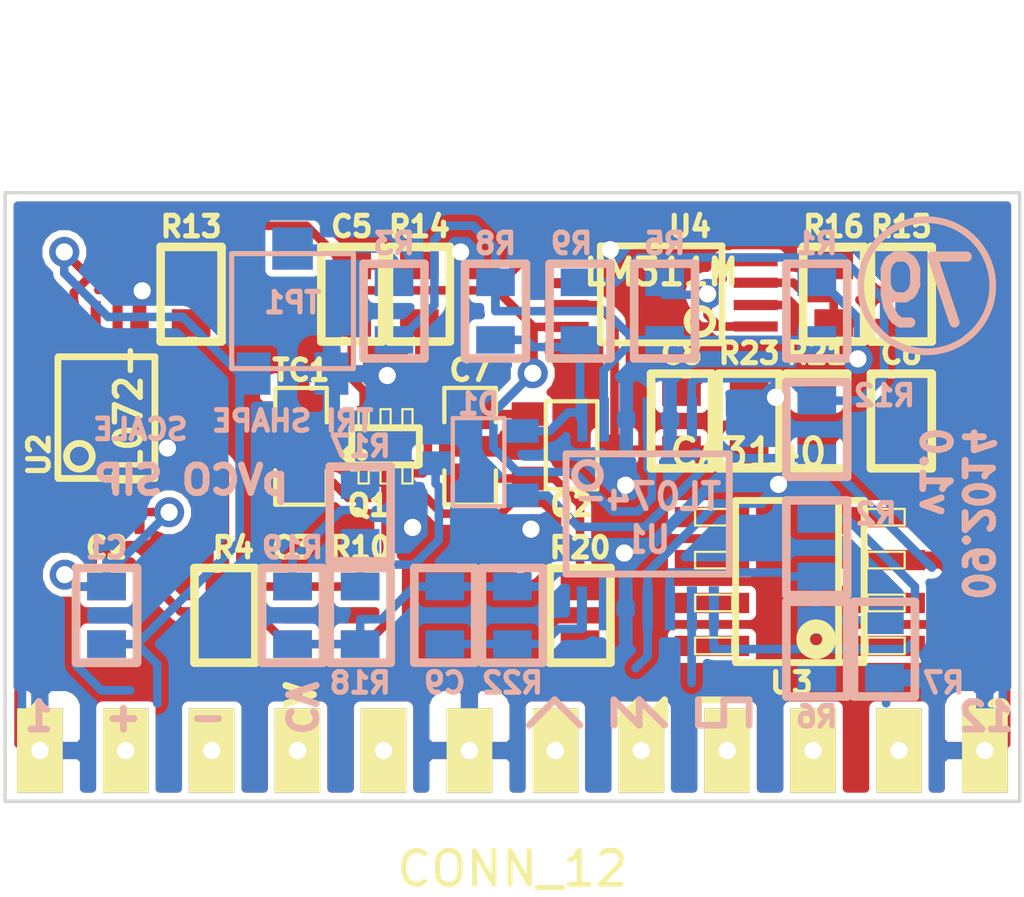
<source format=kicad_pcb>
(kicad_pcb (version 4) (host pcbnew "(2014-09-02 BZR 5112)-product")

  (general
    (links 94)
    (no_connects 19)
    (area 141.449999 76.15 180.821429 103.9782)
    (thickness 0.8)
    (drawings 46)
    (tracks 388)
    (zones 0)
    (modules 40)
    (nets 34)
  )

  (page A3)
  (layers
    (0 F.Cu signal)
    (31 B.Cu signal)
    (32 B.Adhes user)
    (33 F.Adhes user)
    (34 B.Paste user)
    (35 F.Paste user)
    (36 B.SilkS user)
    (37 F.SilkS user)
    (38 B.Mask user)
    (39 F.Mask user)
    (40 Dwgs.User user)
    (41 Cmts.User user)
    (42 Eco1.User user)
    (43 Eco2.User user)
    (44 Edge.Cuts user)
  )

  (setup
    (last_trace_width 0.254)
    (trace_clearance 0.2032)
    (zone_clearance 0.2032)
    (zone_45_only no)
    (trace_min 0.254)
    (segment_width 0.2)
    (edge_width 0.1)
    (via_size 0.889)
    (via_drill 0.508)
    (via_min_size 0.889)
    (via_min_drill 0.508)
    (uvia_size 0.508)
    (uvia_drill 0.127)
    (uvias_allowed no)
    (uvia_min_size 0.508)
    (uvia_min_drill 0.127)
    (pcb_text_width 0.3)
    (pcb_text_size 1.5 1.5)
    (mod_edge_width 0.15)
    (mod_text_size 1 1)
    (mod_text_width 0.15)
    (pad_size 1.35 2.5)
    (pad_drill 0.508)
    (pad_to_mask_clearance 0)
    (aux_axis_origin 0 0)
    (visible_elements 7FFEFF7F)
    (pcbplotparams
      (layerselection 0x010f0_80000001)
      (usegerberextensions true)
      (excludeedgelayer true)
      (linewidth 0.150000)
      (plotframeref false)
      (viasonmask false)
      (mode 1)
      (useauxorigin false)
      (hpglpennumber 1)
      (hpglpenspeed 20)
      (hpglpendiameter 15)
      (hpglpenoverlay 2)
      (psnegative false)
      (psa4output false)
      (plotreference true)
      (plotvalue false)
      (plotinvisibletext false)
      (padsonsilk false)
      (subtractmaskfromsilk true)
      (outputformat 1)
      (mirror false)
      (drillshape 0)
      (scaleselection 1)
      (outputdirectory Gerbers/))
  )

  (net 0 "")
  (net 1 +VCC)
  (net 2 -VCC)
  (net 3 /TRI_SHAPE)
  (net 4 0V)
  (net 5 PITCH_CV)
  (net 6 PULSE)
  (net 7 PWM_CV)
  (net 8 RAMP)
  (net 9 SAW)
  (net 10 SYNC)
  (net 11 TRI)
  (net 12 "Net-(C3-Pad1)")
  (net 13 "Net-(C5-Pad1)")
  (net 14 "Net-(C5-Pad2)")
  (net 15 "Net-(C6-Pad2)")
  (net 16 "Net-(C7-Pad1)")
  (net 17 "Net-(C7-Pad2)")
  (net 18 "Net-(C8-Pad1)")
  (net 19 "Net-(C8-Pad2)")
  (net 20 "Net-(C9-Pad1)")
  (net 21 "Net-(D1-Pad3)")
  (net 22 "Net-(Q1-Pad1)")
  (net 23 "Net-(Q1-Pad2)")
  (net 24 "Net-(R1-Pad2)")
  (net 25 "Net-(R2-Pad2)")
  (net 26 "Net-(R12-Pad1)")
  (net 27 "Net-(U3-Pad1)")
  (net 28 "Net-(U3-Pad5)")
  (net 29 "Net-(U3-Pad8)")
  (net 30 "Net-(U4-Pad5)")
  (net 31 "Net-(U4-Pad6)")
  (net 32 "Net-(D1-Pad2)")
  (net 33 SCALE)

  (net_class Default "This is the default net class."
    (clearance 0.2032)
    (trace_width 0.254)
    (via_dia 0.889)
    (via_drill 0.508)
    (uvia_dia 0.508)
    (uvia_drill 0.127)
    (add_net +VCC)
    (add_net -VCC)
    (add_net /TRI_SHAPE)
    (add_net 0V)
    (add_net "Net-(C3-Pad1)")
    (add_net "Net-(C5-Pad1)")
    (add_net "Net-(C5-Pad2)")
    (add_net "Net-(C6-Pad2)")
    (add_net "Net-(C7-Pad1)")
    (add_net "Net-(C7-Pad2)")
    (add_net "Net-(C8-Pad1)")
    (add_net "Net-(C8-Pad2)")
    (add_net "Net-(C9-Pad1)")
    (add_net "Net-(D1-Pad2)")
    (add_net "Net-(D1-Pad3)")
    (add_net "Net-(Q1-Pad1)")
    (add_net "Net-(Q1-Pad2)")
    (add_net "Net-(R1-Pad2)")
    (add_net "Net-(R12-Pad1)")
    (add_net "Net-(R2-Pad2)")
    (add_net "Net-(U3-Pad1)")
    (add_net "Net-(U3-Pad5)")
    (add_net "Net-(U3-Pad8)")
    (add_net "Net-(U4-Pad5)")
    (add_net "Net-(U4-Pad6)")
    (add_net PITCH_CV)
    (add_net PULSE)
    (add_net PWM_CV)
    (add_net RAMP)
    (add_net SAW)
    (add_net SCALE)
    (add_net SYNC)
    (add_net TRI)
  )

  (module TSSOP8-JRL (layer F.Cu) (tedit 540B915A) (tstamp 540508B8)
    (at 144.5 88.25)
    (path /53FFE3C7)
    (attr smd)
    (fp_text reference U2 (at -2 1 270) (layer F.SilkS)
      (effects (font (size 0.6096 0.6096) (thickness 0.1524)))
    )
    (fp_text value TL072- (at 0.65 -0.1 90) (layer F.SilkS)
      (effects (font (size 0.762 0.762) (thickness 0.16002)))
    )
    (fp_line (start -1.43 -1.9) (end 1.43 -1.9) (layer F.SilkS) (width 0.2))
    (fp_line (start 1.43 -1.9) (end 1.43 1.7) (layer F.SilkS) (width 0.2))
    (fp_line (start 1.43 1.7) (end -1.43 1.7) (layer F.SilkS) (width 0.2))
    (fp_line (start -1.438 1.678) (end -1.438 -1.878) (layer F.SilkS) (width 0.2))
    (fp_circle (center -0.803 1.043) (end -1.184 1.043) (layer F.SilkS) (width 0.2))
    (pad 1 smd rect (at -0.9554 2.694) (size 0.29972 1.30048) (layers F.Cu F.Paste F.Mask)
      (net 12 "Net-(C3-Pad1)"))
    (pad 2 smd rect (at -0.3204 2.694) (size 0.29972 1.30048) (layers F.Cu F.Paste F.Mask)
      (net 5 PITCH_CV))
    (pad 3 smd rect (at 0.34 2.694) (size 0.29972 1.30048) (layers F.Cu F.Paste F.Mask)
      (net 4 0V))
    (pad 4 smd rect (at 0.975 2.694) (size 0.29972 1.30048) (layers F.Cu F.Paste F.Mask)
      (net 2 -VCC))
    (pad 5 smd rect (at 0.975 -2.894) (size 0.29972 1.30048) (layers F.Cu F.Paste F.Mask)
      (net 4 0V))
    (pad 6 smd rect (at 0.3273 -2.894) (size 0.29972 1.30048) (layers F.Cu F.Paste F.Mask)
      (net 13 "Net-(C5-Pad1)"))
    (pad 7 smd rect (at -0.3204 -2.894) (size 0.29972 1.30048) (layers F.Cu F.Paste F.Mask)
      (net 14 "Net-(C5-Pad2)"))
    (pad 8 smd rect (at -0.9681 -2.894) (size 0.29972 1.30048) (layers F.Cu F.Paste F.Mask)
      (net 1 +VCC))
    (model "E:/Documents/KiCad/MyLibs/MyModules/3D models/TSSOP08.wrl"
      (at (xyz 0 0 0))
      (scale (xyz 0.3937 0.3937 0.3937))
      (rotate (xyz 0 0 180))
    )
  )

  (module TSSOP8-JRL (layer F.Cu) (tedit 540B90B7) (tstamp 540508C9)
    (at 161 84.5 90)
    (path /5113E081)
    (attr smd)
    (fp_text reference U4 (at 2 0.75 180) (layer F.SilkS)
      (effects (font (size 0.6096 0.6096) (thickness 0.1524)))
    )
    (fp_text value LM311M (at 0.65 -0.1 180) (layer F.SilkS)
      (effects (font (size 0.762 0.762) (thickness 0.16002)))
    )
    (fp_line (start -1.43 -1.9) (end 1.43 -1.9) (layer F.SilkS) (width 0.2))
    (fp_line (start 1.43 -1.9) (end 1.43 1.7) (layer F.SilkS) (width 0.2))
    (fp_line (start 1.43 1.7) (end -1.43 1.7) (layer F.SilkS) (width 0.2))
    (fp_line (start -1.438 1.678) (end -1.438 -1.878) (layer F.SilkS) (width 0.2))
    (fp_circle (center -0.803 1.043) (end -1.184 1.043) (layer F.SilkS) (width 0.2))
    (pad 1 smd rect (at -0.9554 2.694 90) (size 0.29972 1.30048) (layers F.Cu F.Paste F.Mask)
      (net 2 -VCC))
    (pad 2 smd rect (at -0.3204 2.694 90) (size 0.29972 1.30048) (layers F.Cu F.Paste F.Mask)
      (net 18 "Net-(C8-Pad1)"))
    (pad 3 smd rect (at 0.34 2.694 90) (size 0.29972 1.30048) (layers F.Cu F.Paste F.Mask)
      (net 15 "Net-(C6-Pad2)"))
    (pad 4 smd rect (at 0.975 2.694 90) (size 0.29972 1.30048) (layers F.Cu F.Paste F.Mask)
      (net 2 -VCC))
    (pad 5 smd rect (at 0.975 -2.894 90) (size 0.29972 1.30048) (layers F.Cu F.Paste F.Mask)
      (net 30 "Net-(U4-Pad5)"))
    (pad 6 smd rect (at 0.3273 -2.894 90) (size 0.29972 1.30048) (layers F.Cu F.Paste F.Mask)
      (net 31 "Net-(U4-Pad6)"))
    (pad 7 smd rect (at -0.3204 -2.894 90) (size 0.29972 1.30048) (layers F.Cu F.Paste F.Mask)
      (net 19 "Net-(C8-Pad2)"))
    (pad 8 smd rect (at -0.9681 -2.894 90) (size 0.29972 1.30048) (layers F.Cu F.Paste F.Mask)
      (net 1 +VCC))
    (model "E:/Documents/KiCad/MyLibs/MyModules/3D models/TSSOP08.wrl"
      (at (xyz 0 0 0))
      (scale (xyz 0.3937 0.3937 0.3937))
      (rotate (xyz 0 0 180))
    )
  )

  (module SOT363-JRL (layer F.Cu) (tedit 541058F4) (tstamp 54050907)
    (at 152.75 89)
    (descr "SMALL OUTLINE TRANSISTOR; 6 LEADS")
    (tags "SMALL OUTLINE TRANSISTOR; 6 LEADS")
    (path /5113E67D)
    (attr smd)
    (fp_text reference Q1 (at -0.5 1.75) (layer F.SilkS)
      (effects (font (size 0.6096 0.6096) (thickness 0.1524)))
    )
    (fp_text value BCM847 (at 1.016 2.286) (layer F.SilkS) hide
      (effects (font (size 0.8128 0.8128) (thickness 0.1524)))
    )
    (fp_line (start -0.79756 1.09982) (end -0.49784 1.09982) (layer F.SilkS) (width 0.06604))
    (fp_line (start -0.49784 1.09982) (end -0.49784 0.59944) (layer F.SilkS) (width 0.06604))
    (fp_line (start -0.79756 0.59944) (end -0.49784 0.59944) (layer F.SilkS) (width 0.06604))
    (fp_line (start -0.79756 1.09982) (end -0.79756 0.59944) (layer F.SilkS) (width 0.06604))
    (fp_line (start -0.14986 1.09982) (end 0.14986 1.09982) (layer F.SilkS) (width 0.06604))
    (fp_line (start 0.14986 1.09982) (end 0.14986 0.59944) (layer F.SilkS) (width 0.06604))
    (fp_line (start -0.14986 0.59944) (end 0.14986 0.59944) (layer F.SilkS) (width 0.06604))
    (fp_line (start -0.14986 1.09982) (end -0.14986 0.59944) (layer F.SilkS) (width 0.06604))
    (fp_line (start 0.49784 1.09982) (end 0.79756 1.09982) (layer F.SilkS) (width 0.06604))
    (fp_line (start 0.79756 1.09982) (end 0.79756 0.59944) (layer F.SilkS) (width 0.06604))
    (fp_line (start 0.49784 0.59944) (end 0.79756 0.59944) (layer F.SilkS) (width 0.06604))
    (fp_line (start 0.49784 1.09982) (end 0.49784 0.59944) (layer F.SilkS) (width 0.06604))
    (fp_line (start 0.49784 -0.59944) (end 0.79756 -0.59944) (layer F.SilkS) (width 0.06604))
    (fp_line (start 0.79756 -0.59944) (end 0.79756 -1.09982) (layer F.SilkS) (width 0.06604))
    (fp_line (start 0.49784 -1.09982) (end 0.79756 -1.09982) (layer F.SilkS) (width 0.06604))
    (fp_line (start 0.49784 -0.59944) (end 0.49784 -1.09982) (layer F.SilkS) (width 0.06604))
    (fp_line (start -0.14986 -0.59944) (end 0.14986 -0.59944) (layer F.SilkS) (width 0.06604))
    (fp_line (start 0.14986 -0.59944) (end 0.14986 -1.09982) (layer F.SilkS) (width 0.06604))
    (fp_line (start -0.14986 -1.09982) (end 0.14986 -1.09982) (layer F.SilkS) (width 0.06604))
    (fp_line (start -0.14986 -0.59944) (end -0.14986 -1.09982) (layer F.SilkS) (width 0.06604))
    (fp_line (start -0.79756 -0.59944) (end -0.49784 -0.59944) (layer F.SilkS) (width 0.06604))
    (fp_line (start -0.49784 -0.59944) (end -0.49784 -1.09982) (layer F.SilkS) (width 0.06604))
    (fp_line (start -0.79756 -1.09982) (end -0.49784 -1.09982) (layer F.SilkS) (width 0.06604))
    (fp_line (start -0.79756 -0.59944) (end -0.79756 -1.09982) (layer F.SilkS) (width 0.06604))
    (fp_line (start -0.99822 -0.54864) (end 0.99822 -0.54864) (layer F.SilkS) (width 0.2032))
    (fp_line (start 0.99822 -0.54864) (end 0.99822 0.54864) (layer F.SilkS) (width 0.2032))
    (fp_line (start 0.99822 0.54864) (end -0.99822 0.54864) (layer F.SilkS) (width 0.2032))
    (fp_line (start -0.99822 0.54864) (end -0.99822 -0.54864) (layer F.SilkS) (width 0.2032))
    (fp_circle (center -0.6985 0.24892) (end -0.77216 0.32258) (layer F.SilkS) (width 0.1524))
    (pad 1 smd rect (at -0.6477 0.79756) (size 0.39878 0.79756) (layers F.Cu F.Paste F.Mask)
      (net 22 "Net-(Q1-Pad1)"))
    (pad 2 smd rect (at 0 0.79756) (size 0.39878 0.79756) (layers F.Cu F.Paste F.Mask)
      (net 23 "Net-(Q1-Pad2)"))
    (pad 3 smd rect (at 0.6477 0.79756) (size 0.39878 0.79756) (layers F.Cu F.Paste F.Mask)
      (net 16 "Net-(C7-Pad1)"))
    (pad 4 smd rect (at 0.6477 -0.79756) (size 0.39878 0.79756) (layers F.Cu F.Paste F.Mask)
      (net 22 "Net-(Q1-Pad1)"))
    (pad 5 smd rect (at 0 -0.79756) (size 0.39878 0.79756) (layers F.Cu F.Paste F.Mask)
      (net 4 0V))
    (pad 6 smd rect (at -0.6477 -0.79756) (size 0.39878 0.79756) (layers F.Cu F.Paste F.Mask)
      (net 13 "Net-(C5-Pad1)"))
    (model "E:/Documents/ViaCAD/KiCad 3D modules/SOT363.wrl"
      (at (xyz 0 0 0))
      (scale (xyz 0.3937 0.3937 0.3937))
      (rotate (xyz 0 0 90))
    )
  )

  (module SOT23-JRL (layer F.Cu) (tedit 540B8E70) (tstamp 54050912)
    (at 158.25 89 270)
    (tags SOT23)
    (path /5113E160)
    (fp_text reference Q2 (at 1.75 0 360) (layer F.SilkS)
      (effects (font (size 0.6096 0.6096) (thickness 0.1524)))
    )
    (fp_text value MMBF4391LT1G (at 0.0635 0 270) (layer F.SilkS) hide
      (effects (font (size 0.8128 0.8128) (thickness 0.1524)))
    )
    (fp_line (start 1.27 0.762) (end -1.3335 0.762) (layer F.SilkS) (width 0.127))
    (fp_line (start -1.3335 0.762) (end -1.3335 -0.762) (layer F.SilkS) (width 0.127))
    (fp_line (start -1.3335 -0.762) (end 1.27 -0.762) (layer F.SilkS) (width 0.127))
    (fp_line (start 1.27 -0.762) (end 1.27 0.762) (layer F.SilkS) (width 0.127))
    (pad 3 smd rect (at 0 -1.27 270) (size 0.70104 1.00076) (layers F.Cu F.Paste F.Mask)
      (net 19 "Net-(C8-Pad2)"))
    (pad 1 smd rect (at 0.9525 1.27 270) (size 0.70104 1.00076) (layers F.Cu F.Paste F.Mask)
      (net 17 "Net-(C7-Pad2)"))
    (pad 2 smd rect (at -0.9525 1.27 270) (size 0.70104 1.00076) (layers F.Cu F.Paste F.Mask)
      (net 16 "Net-(C7-Pad1)"))
    (model smd/smd_transistors/sot23.wrl
      (at (xyz 0 0 0))
      (scale (xyz 1 1 1))
      (rotate (xyz 0 0 0))
    )
  )

  (module SOT23-JRL (layer B.Cu) (tedit 540B91AE) (tstamp 5405091D)
    (at 155.5 89.5 270)
    (tags SOT23)
    (path /5114032F)
    (fp_text reference D1 (at -1.75 0 360) (layer B.SilkS)
      (effects (font (size 0.6096 0.6096) (thickness 0.1524)) (justify mirror))
    )
    (fp_text value BAV70 (at 0.0635 0 270) (layer B.SilkS) hide
      (effects (font (size 0.8128 0.8128) (thickness 0.1524)) (justify mirror))
    )
    (fp_line (start 1.27 -0.762) (end -1.3335 -0.762) (layer B.SilkS) (width 0.127))
    (fp_line (start -1.3335 -0.762) (end -1.3335 0.762) (layer B.SilkS) (width 0.127))
    (fp_line (start -1.3335 0.762) (end 1.27 0.762) (layer B.SilkS) (width 0.127))
    (fp_line (start 1.27 0.762) (end 1.27 -0.762) (layer B.SilkS) (width 0.127))
    (pad 3 smd rect (at 0 1.27 270) (size 0.70104 1.00076) (layers B.Cu B.Paste B.Mask)
      (net 21 "Net-(D1-Pad3)"))
    (pad 1 smd rect (at 0.9525 -1.27 270) (size 0.70104 1.00076) (layers B.Cu B.Paste B.Mask)
      (net 9 SAW))
    (pad 2 smd rect (at -0.9525 -1.27 270) (size 0.70104 1.00076) (layers B.Cu B.Paste B.Mask)
      (net 32 "Net-(D1-Pad2)"))
    (model smd/smd_transistors/sot23.wrl
      (at (xyz 0 0 0))
      (scale (xyz 1 1 1))
      (rotate (xyz 0 0 0))
    )
  )

  (module SOIC-8-JRL (layer F.Cu) (tedit 540C80B4) (tstamp 54050951)
    (at 165 93 90)
    (descr "SMALL OUTLINE INTEGRATED CIRCUIT")
    (tags "SMALL OUTLINE INTEGRATED CIRCUIT")
    (path /5113E19B)
    (attr smd)
    (fp_text reference U3 (at -3 -0.25 180) (layer F.SilkS)
      (effects (font (size 0.6096 0.6096) (thickness 0.1524)))
    )
    (fp_text value CA3140 (at 3.81 -1.524 180) (layer F.SilkS)
      (effects (font (size 0.8128 0.8128) (thickness 0.1524)))
    )
    (fp_circle (center -1.708 0.481) (end -1.581 0.608) (layer F.SilkS) (width 0.4064))
    (fp_line (start -2.14884 3.0988) (end -1.65862 3.0988) (layer F.SilkS) (width 0.06604))
    (fp_line (start -1.65862 3.0988) (end -1.65862 1.99898) (layer F.SilkS) (width 0.06604))
    (fp_line (start -2.14884 1.99898) (end -1.65862 1.99898) (layer F.SilkS) (width 0.06604))
    (fp_line (start -2.14884 3.0988) (end -2.14884 1.99898) (layer F.SilkS) (width 0.06604))
    (fp_line (start -0.87884 3.0988) (end -0.38862 3.0988) (layer F.SilkS) (width 0.06604))
    (fp_line (start -0.38862 3.0988) (end -0.38862 1.99898) (layer F.SilkS) (width 0.06604))
    (fp_line (start -0.87884 1.99898) (end -0.38862 1.99898) (layer F.SilkS) (width 0.06604))
    (fp_line (start -0.87884 3.0988) (end -0.87884 1.99898) (layer F.SilkS) (width 0.06604))
    (fp_line (start 0.38862 3.0988) (end 0.87884 3.0988) (layer F.SilkS) (width 0.06604))
    (fp_line (start 0.87884 3.0988) (end 0.87884 1.99898) (layer F.SilkS) (width 0.06604))
    (fp_line (start 0.38862 1.99898) (end 0.87884 1.99898) (layer F.SilkS) (width 0.06604))
    (fp_line (start 0.38862 3.0988) (end 0.38862 1.99898) (layer F.SilkS) (width 0.06604))
    (fp_line (start 1.65862 3.0988) (end 2.14884 3.0988) (layer F.SilkS) (width 0.06604))
    (fp_line (start 2.14884 3.0988) (end 2.14884 1.99898) (layer F.SilkS) (width 0.06604))
    (fp_line (start 1.65862 1.99898) (end 2.14884 1.99898) (layer F.SilkS) (width 0.06604))
    (fp_line (start 1.65862 3.0988) (end 1.65862 1.99898) (layer F.SilkS) (width 0.06604))
    (fp_line (start 1.65862 -1.99898) (end 2.14884 -1.99898) (layer F.SilkS) (width 0.06604))
    (fp_line (start 2.14884 -1.99898) (end 2.14884 -3.0988) (layer F.SilkS) (width 0.06604))
    (fp_line (start 1.65862 -3.0988) (end 2.14884 -3.0988) (layer F.SilkS) (width 0.06604))
    (fp_line (start 1.65862 -1.99898) (end 1.65862 -3.0988) (layer F.SilkS) (width 0.06604))
    (fp_line (start 0.38862 -1.99898) (end 0.87884 -1.99898) (layer F.SilkS) (width 0.06604))
    (fp_line (start 0.87884 -1.99898) (end 0.87884 -3.0988) (layer F.SilkS) (width 0.06604))
    (fp_line (start 0.38862 -3.0988) (end 0.87884 -3.0988) (layer F.SilkS) (width 0.06604))
    (fp_line (start 0.38862 -1.99898) (end 0.38862 -3.0988) (layer F.SilkS) (width 0.06604))
    (fp_line (start -0.87884 -1.99898) (end -0.38862 -1.99898) (layer F.SilkS) (width 0.06604))
    (fp_line (start -0.38862 -1.99898) (end -0.38862 -3.0988) (layer F.SilkS) (width 0.06604))
    (fp_line (start -0.87884 -3.0988) (end -0.38862 -3.0988) (layer F.SilkS) (width 0.06604))
    (fp_line (start -0.87884 -1.99898) (end -0.87884 -3.0988) (layer F.SilkS) (width 0.06604))
    (fp_line (start -2.14884 -1.99898) (end -1.65862 -1.99898) (layer F.SilkS) (width 0.06604))
    (fp_line (start -1.65862 -1.99898) (end -1.65862 -3.0988) (layer F.SilkS) (width 0.06604))
    (fp_line (start -2.14884 -3.0988) (end -1.65862 -3.0988) (layer F.SilkS) (width 0.06604))
    (fp_line (start -2.14884 -1.99898) (end -2.14884 -3.0988) (layer F.SilkS) (width 0.06604))
    (fp_line (start 2.39776 -1.89992) (end 2.39776 1.39954) (layer F.SilkS) (width 0.2032))
    (fp_line (start 2.39776 1.39954) (end 2.39776 1.89992) (layer F.SilkS) (width 0.2032))
    (fp_line (start 2.39776 1.89992) (end -2.39776 1.89992) (layer F.SilkS) (width 0.2032))
    (fp_line (start -2.39776 1.89992) (end -2.39776 1.39954) (layer F.SilkS) (width 0.2032))
    (fp_line (start -2.39776 1.39954) (end -2.39776 -1.89992) (layer F.SilkS) (width 0.2032))
    (fp_line (start -2.39776 -1.89992) (end 2.39776 -1.89992) (layer F.SilkS) (width 0.2032))
    (fp_line (start 2.39776 1.14554) (end -2.39776 1.14554) (layer F.SilkS) (width 0.2032))
    (pad 1 smd rect (at -1.905 2.59842 90) (size 0.59944 2.19964) (layers F.Cu F.Paste F.Mask)
      (net 27 "Net-(U3-Pad1)"))
    (pad 2 smd rect (at -0.635 2.59842 90) (size 0.59944 2.19964) (layers F.Cu F.Paste F.Mask)
      (net 16 "Net-(C7-Pad1)"))
    (pad 3 smd rect (at 0.635 2.59842 90) (size 0.59944 2.19964) (layers F.Cu F.Paste F.Mask)
      (net 4 0V))
    (pad 4 smd rect (at 1.905 2.59842 90) (size 0.59944 2.19964) (layers F.Cu F.Paste F.Mask)
      (net 2 -VCC))
    (pad 5 smd rect (at 1.905 -2.59842 90) (size 0.59944 2.19964) (layers F.Cu F.Paste F.Mask)
      (net 28 "Net-(U3-Pad5)"))
    (pad 6 smd rect (at 0.635 -2.59842 90) (size 0.59944 2.19964) (layers F.Cu F.Paste F.Mask)
      (net 8 RAMP))
    (pad 7 smd rect (at -0.635 -2.59842 90) (size 0.59944 2.19964) (layers F.Cu F.Paste F.Mask)
      (net 1 +VCC))
    (pad 8 smd rect (at -1.905 -2.59842 90) (size 0.59944 2.19964) (layers F.Cu F.Paste F.Mask)
      (net 29 "Net-(U3-Pad8)"))
    (model smd/smd_dil/so-8.wrl
      (at (xyz 0 0 0))
      (scale (xyz 1 1 1))
      (rotate (xyz 0 0 0))
    )
  )

  (module SM0805-HAND (layer F.Cu) (tedit 540B8E60) (tstamp 54050979)
    (at 155.25 89 270)
    (path /5113F26E)
    (attr smd)
    (fp_text reference C7 (at -2.25 0 360) (layer F.SilkS)
      (effects (font (size 0.6096 0.6096) (thickness 0.1524)))
    )
    (fp_text value "2.2n 1%" (at 0 0 270) (layer F.SilkS) hide
      (effects (font (size 0.635 0.635) (thickness 0.127)))
    )
    (fp_line (start -0.7112 0.762) (end -1.7272 0.762) (layer F.SilkS) (width 0.127))
    (fp_line (start -1.7272 0.762) (end -1.7272 -0.762) (layer F.SilkS) (width 0.127))
    (fp_line (start -1.7272 -0.762) (end -0.7112 -0.762) (layer F.SilkS) (width 0.127))
    (fp_line (start 0.7112 -0.762) (end 1.7272 -0.762) (layer F.SilkS) (width 0.127))
    (fp_line (start 1.7272 -0.762) (end 1.7272 0.762) (layer F.SilkS) (width 0.127))
    (fp_line (start 1.7272 0.762) (end 0.7112 0.762) (layer F.SilkS) (width 0.127))
    (pad 1 smd rect (at -1.0795 0 270) (size 1.143 1.397) (layers F.Cu F.Paste F.Mask)
      (net 16 "Net-(C7-Pad1)"))
    (pad 2 smd rect (at 1.0795 0 270) (size 1.143 1.397) (layers F.Cu F.Paste F.Mask)
      (net 17 "Net-(C7-Pad2)"))
    (model smd/chip_cms.wrl
      (at (xyz 0 0 0))
      (scale (xyz 0.1 0.1 0.1))
      (rotate (xyz 0 0 0))
    )
  )

  (module SM0805-HAND (layer F.Cu) (tedit 540B8E56) (tstamp 5405D719)
    (at 150.25 89 270)
    (path /5113EC84)
    (attr smd)
    (fp_text reference TC1 (at -2.25 0 360) (layer F.SilkS)
      (effects (font (size 0.6096 0.6096) (thickness 0.1524)))
    )
    (fp_text value "1K 3300ppm/K" (at 0 0 270) (layer F.SilkS) hide
      (effects (font (size 0.635 0.635) (thickness 0.127)))
    )
    (fp_line (start -0.7112 0.762) (end -1.7272 0.762) (layer F.SilkS) (width 0.127))
    (fp_line (start -1.7272 0.762) (end -1.7272 -0.762) (layer F.SilkS) (width 0.127))
    (fp_line (start -1.7272 -0.762) (end -0.7112 -0.762) (layer F.SilkS) (width 0.127))
    (fp_line (start 0.7112 -0.762) (end 1.7272 -0.762) (layer F.SilkS) (width 0.127))
    (fp_line (start 1.7272 -0.762) (end 1.7272 0.762) (layer F.SilkS) (width 0.127))
    (fp_line (start 1.7272 0.762) (end 0.7112 0.762) (layer F.SilkS) (width 0.127))
    (pad 1 smd rect (at -1.0795 0 270) (size 1.143 1.397) (layers F.Cu F.Paste F.Mask)
      (net 4 0V))
    (pad 2 smd rect (at 1.0795 0 270) (size 1.143 1.397) (layers F.Cu F.Paste F.Mask)
      (net 23 "Net-(Q1-Pad2)"))
    (model smd/chip_cms.wrl
      (at (xyz 0 0 0))
      (scale (xyz 0.1 0.1 0.1))
      (rotate (xyz 0 0 0))
    )
  )

  (module SM0603-JRL (layer F.Cu) (tedit 540B90EC) (tstamp 5405098F)
    (at 148 94 90)
    (path /5113EBF1)
    (attr smd)
    (fp_text reference R4 (at 2 0.25 180) (layer F.SilkS)
      (effects (font (size 0.6096 0.6096) (thickness 0.1524)))
    )
    (fp_text value 91K (at 0 0 90) (layer F.SilkS) hide
      (effects (font (size 0.508 0.4572) (thickness 0.1143)))
    )
    (fp_line (start -1.4 0.9) (end 1.4 0.9) (layer F.SilkS) (width 0.254))
    (fp_line (start 1.4 0.9) (end 1.4 -0.9) (layer F.SilkS) (width 0.254))
    (fp_line (start 1.4 -0.9) (end -1.4 -0.9) (layer F.SilkS) (width 0.254))
    (fp_line (start -1.4 -0.9) (end -1.4 0.9) (layer F.SilkS) (width 0.254))
    (pad 1 smd rect (at -0.8509 0 90) (size 0.8128 1.143) (layers F.Cu F.Paste F.Mask)
      (net 33 SCALE))
    (pad 2 smd rect (at 0.8509 0 90) (size 0.8128 1.143) (layers F.Cu F.Paste F.Mask)
      (net 12 "Net-(C3-Pad1)"))
    (model smd\resistors\R0603.wrl
      (at (xyz 0 0 0.001))
      (scale (xyz 0.5 0.5 0.5))
      (rotate (xyz 0 0 0))
    )
  )

  (module SM0603-JRL (layer B.Cu) (tedit 540B919C) (tstamp 54050999)
    (at 152 94 270)
    (path /51140351)
    (attr smd)
    (fp_text reference R18 (at 2 0 360) (layer B.SilkS)
      (effects (font (size 0.6096 0.6096) (thickness 0.1524)) (justify mirror))
    )
    (fp_text value 15K (at 0 0 270) (layer B.SilkS) hide
      (effects (font (size 0.508 0.4572) (thickness 0.1143)) (justify mirror))
    )
    (fp_line (start -1.4 -0.9) (end 1.4 -0.9) (layer B.SilkS) (width 0.254))
    (fp_line (start 1.4 -0.9) (end 1.4 0.9) (layer B.SilkS) (width 0.254))
    (fp_line (start 1.4 0.9) (end -1.4 0.9) (layer B.SilkS) (width 0.254))
    (fp_line (start -1.4 0.9) (end -1.4 -0.9) (layer B.SilkS) (width 0.254))
    (pad 1 smd rect (at -0.8509 0 270) (size 0.8128 1.143) (layers B.Cu B.Paste B.Mask)
      (net 21 "Net-(D1-Pad3)"))
    (pad 2 smd rect (at 0.8509 0 270) (size 0.8128 1.143) (layers B.Cu B.Paste B.Mask)
      (net 20 "Net-(C9-Pad1)"))
    (model smd\resistors\R0603.wrl
      (at (xyz 0 0 0.001))
      (scale (xyz 0.5 0.5 0.5))
      (rotate (xyz 0 0 0))
    )
  )

  (module SM0603-JRL (layer F.Cu) (tedit 540B8E25) (tstamp 540509A3)
    (at 151.75 84.5 90)
    (path /5113EFA7)
    (attr smd)
    (fp_text reference C5 (at 2 0 180) (layer F.SilkS)
      (effects (font (size 0.6096 0.6096) (thickness 0.1524)))
    )
    (fp_text value 100p (at 0 0 90) (layer F.SilkS) hide
      (effects (font (size 0.508 0.4572) (thickness 0.1143)))
    )
    (fp_line (start -1.4 0.9) (end 1.4 0.9) (layer F.SilkS) (width 0.254))
    (fp_line (start 1.4 0.9) (end 1.4 -0.9) (layer F.SilkS) (width 0.254))
    (fp_line (start 1.4 -0.9) (end -1.4 -0.9) (layer F.SilkS) (width 0.254))
    (fp_line (start -1.4 -0.9) (end -1.4 0.9) (layer F.SilkS) (width 0.254))
    (pad 1 smd rect (at -0.8509 0 90) (size 0.8128 1.143) (layers F.Cu F.Paste F.Mask)
      (net 13 "Net-(C5-Pad1)"))
    (pad 2 smd rect (at 0.8509 0 90) (size 0.8128 1.143) (layers F.Cu F.Paste F.Mask)
      (net 14 "Net-(C5-Pad2)"))
    (model smd\resistors\R0603.wrl
      (at (xyz 0 0 0.001))
      (scale (xyz 0.5 0.5 0.5))
      (rotate (xyz 0 0 0))
    )
  )

  (module SM0603-JRL (layer F.Cu) (tedit 540B8E2C) (tstamp 540509AD)
    (at 153.75 84.5 270)
    (path /5113EF8B)
    (attr smd)
    (fp_text reference R14 (at -2 0 360) (layer F.SilkS)
      (effects (font (size 0.6096 0.6096) (thickness 0.1524)))
    )
    (fp_text value 10K (at 0 0 270) (layer F.SilkS) hide
      (effects (font (size 0.508 0.4572) (thickness 0.1143)))
    )
    (fp_line (start -1.4 0.9) (end 1.4 0.9) (layer F.SilkS) (width 0.254))
    (fp_line (start 1.4 0.9) (end 1.4 -0.9) (layer F.SilkS) (width 0.254))
    (fp_line (start 1.4 -0.9) (end -1.4 -0.9) (layer F.SilkS) (width 0.254))
    (fp_line (start -1.4 -0.9) (end -1.4 0.9) (layer F.SilkS) (width 0.254))
    (pad 1 smd rect (at -0.8509 0 270) (size 0.8128 1.143) (layers F.Cu F.Paste F.Mask)
      (net 14 "Net-(C5-Pad2)"))
    (pad 2 smd rect (at 0.8509 0 270) (size 0.8128 1.143) (layers F.Cu F.Paste F.Mask)
      (net 22 "Net-(Q1-Pad1)"))
    (model smd\resistors\R0603.wrl
      (at (xyz 0 0 0.001))
      (scale (xyz 0.5 0.5 0.5))
      (rotate (xyz 0 0 0))
    )
  )

  (module SM0603-JRL (layer F.Cu) (tedit 540B8E20) (tstamp 540509B7)
    (at 147 84.5 90)
    (path /5113EEC1)
    (attr smd)
    (fp_text reference R13 (at 2 0 180) (layer F.SilkS)
      (effects (font (size 0.6096 0.6096) (thickness 0.1524)))
    )
    (fp_text value 1.5M (at 0 0 90) (layer F.SilkS) hide
      (effects (font (size 0.508 0.4572) (thickness 0.1143)))
    )
    (fp_line (start -1.4 0.9) (end 1.4 0.9) (layer F.SilkS) (width 0.254))
    (fp_line (start 1.4 0.9) (end 1.4 -0.9) (layer F.SilkS) (width 0.254))
    (fp_line (start 1.4 -0.9) (end -1.4 -0.9) (layer F.SilkS) (width 0.254))
    (fp_line (start -1.4 -0.9) (end -1.4 0.9) (layer F.SilkS) (width 0.254))
    (pad 1 smd rect (at -0.8509 0 90) (size 0.8128 1.143) (layers F.Cu F.Paste F.Mask)
      (net 13 "Net-(C5-Pad1)"))
    (pad 2 smd rect (at 0.8509 0 90) (size 0.8128 1.143) (layers F.Cu F.Paste F.Mask)
      (net 1 +VCC))
    (model smd\resistors\R0603.wrl
      (at (xyz 0 0 0.001))
      (scale (xyz 0.5 0.5 0.5))
      (rotate (xyz 0 0 0))
    )
  )

  (module SM0603-JRL (layer F.Cu) (tedit 540B90F4) (tstamp 5405D724)
    (at 152 94 270)
    (path /5113EC77)
    (attr smd)
    (fp_text reference R10 (at -2 0 360) (layer F.SilkS)
      (effects (font (size 0.6096 0.6096) (thickness 0.1524)))
    )
    (fp_text value 56K (at 0 0 270) (layer F.SilkS) hide
      (effects (font (size 0.508 0.4572) (thickness 0.1143)))
    )
    (fp_line (start -1.4 0.9) (end 1.4 0.9) (layer F.SilkS) (width 0.254))
    (fp_line (start 1.4 0.9) (end 1.4 -0.9) (layer F.SilkS) (width 0.254))
    (fp_line (start 1.4 -0.9) (end -1.4 -0.9) (layer F.SilkS) (width 0.254))
    (fp_line (start -1.4 -0.9) (end -1.4 0.9) (layer F.SilkS) (width 0.254))
    (pad 1 smd rect (at -0.8509 0 270) (size 0.8128 1.143) (layers F.Cu F.Paste F.Mask)
      (net 12 "Net-(C3-Pad1)"))
    (pad 2 smd rect (at 0.8509 0 270) (size 0.8128 1.143) (layers F.Cu F.Paste F.Mask)
      (net 23 "Net-(Q1-Pad2)"))
    (model smd\resistors\R0603.wrl
      (at (xyz 0 0 0.001))
      (scale (xyz 0.5 0.5 0.5))
      (rotate (xyz 0 0 0))
    )
  )

  (module SM0603-JRL (layer F.Cu) (tedit 540B90F1) (tstamp 540509CB)
    (at 150 94 270)
    (path /5113EC21)
    (attr smd)
    (fp_text reference C3 (at -2 0 360) (layer F.SilkS)
      (effects (font (size 0.6096 0.6096) (thickness 0.1524)))
    )
    (fp_text value 100p (at 0 0 270) (layer F.SilkS) hide
      (effects (font (size 0.508 0.4572) (thickness 0.1143)))
    )
    (fp_line (start -1.4 0.9) (end 1.4 0.9) (layer F.SilkS) (width 0.254))
    (fp_line (start 1.4 0.9) (end 1.4 -0.9) (layer F.SilkS) (width 0.254))
    (fp_line (start 1.4 -0.9) (end -1.4 -0.9) (layer F.SilkS) (width 0.254))
    (fp_line (start -1.4 -0.9) (end -1.4 0.9) (layer F.SilkS) (width 0.254))
    (pad 1 smd rect (at -0.8509 0 270) (size 0.8128 1.143) (layers F.Cu F.Paste F.Mask)
      (net 12 "Net-(C3-Pad1)"))
    (pad 2 smd rect (at 0.8509 0 270) (size 0.8128 1.143) (layers F.Cu F.Paste F.Mask)
      (net 5 PITCH_CV))
    (model smd\resistors\R0603.wrl
      (at (xyz 0 0 0.001))
      (scale (xyz 0.5 0.5 0.5))
      (rotate (xyz 0 0 0))
    )
  )

  (module SM0603-JRL (layer F.Cu) (tedit 540B9100) (tstamp 540509D5)
    (at 158.5 94 270)
    (path /5113F30F)
    (attr smd)
    (fp_text reference R20 (at -2 0 360) (layer F.SilkS)
      (effects (font (size 0.6096 0.6096) (thickness 0.1524)))
    )
    (fp_text value 680 (at 0 0 270) (layer F.SilkS) hide
      (effects (font (size 0.508 0.4572) (thickness 0.1143)))
    )
    (fp_line (start -1.4 0.9) (end 1.4 0.9) (layer F.SilkS) (width 0.254))
    (fp_line (start 1.4 0.9) (end 1.4 -0.9) (layer F.SilkS) (width 0.254))
    (fp_line (start 1.4 -0.9) (end -1.4 -0.9) (layer F.SilkS) (width 0.254))
    (fp_line (start -1.4 -0.9) (end -1.4 0.9) (layer F.SilkS) (width 0.254))
    (pad 1 smd rect (at -0.8509 0 270) (size 0.8128 1.143) (layers F.Cu F.Paste F.Mask)
      (net 17 "Net-(C7-Pad2)"))
    (pad 2 smd rect (at 0.8509 0 270) (size 0.8128 1.143) (layers F.Cu F.Paste F.Mask)
      (net 8 RAMP))
    (model smd\resistors\R0603.wrl
      (at (xyz 0 0 0.001))
      (scale (xyz 0.5 0.5 0.5))
      (rotate (xyz 0 0 0))
    )
  )

  (module SM0603-JRL (layer B.Cu) (tedit 540B9197) (tstamp 540509DF)
    (at 150 94 270)
    (path /5114035A)
    (attr smd)
    (fp_text reference R19 (at -2 0 360) (layer B.SilkS)
      (effects (font (size 0.6096 0.6096) (thickness 0.1524)) (justify mirror))
    )
    (fp_text value 56K (at 0 0 270) (layer B.SilkS) hide
      (effects (font (size 0.508 0.4572) (thickness 0.1143)) (justify mirror))
    )
    (fp_line (start -1.4 -0.9) (end 1.4 -0.9) (layer B.SilkS) (width 0.254))
    (fp_line (start 1.4 -0.9) (end 1.4 0.9) (layer B.SilkS) (width 0.254))
    (fp_line (start 1.4 0.9) (end -1.4 0.9) (layer B.SilkS) (width 0.254))
    (fp_line (start -1.4 0.9) (end -1.4 -0.9) (layer B.SilkS) (width 0.254))
    (pad 1 smd rect (at -0.8509 0 270) (size 0.8128 1.143) (layers B.Cu B.Paste B.Mask)
      (net 2 -VCC))
    (pad 2 smd rect (at 0.8509 0 270) (size 0.8128 1.143) (layers B.Cu B.Paste B.Mask)
      (net 20 "Net-(C9-Pad1)"))
    (model smd\resistors\R0603.wrl
      (at (xyz 0 0 0.001))
      (scale (xyz 0.5 0.5 0.5))
      (rotate (xyz 0 0 0))
    )
  )

  (module SM0603-JRL (layer B.Cu) (tedit 540B91A3) (tstamp 540509E9)
    (at 156.5 94 270)
    (path /51140397)
    (attr smd)
    (fp_text reference R22 (at 2 0 360) (layer B.SilkS)
      (effects (font (size 0.6096 0.6096) (thickness 0.1524)) (justify mirror))
    )
    (fp_text value 33K (at 0 0 270) (layer B.SilkS) hide
      (effects (font (size 0.508 0.4572) (thickness 0.1143)) (justify mirror))
    )
    (fp_line (start -1.4 -0.9) (end 1.4 -0.9) (layer B.SilkS) (width 0.254))
    (fp_line (start 1.4 -0.9) (end 1.4 0.9) (layer B.SilkS) (width 0.254))
    (fp_line (start 1.4 0.9) (end -1.4 0.9) (layer B.SilkS) (width 0.254))
    (fp_line (start -1.4 0.9) (end -1.4 -0.9) (layer B.SilkS) (width 0.254))
    (pad 1 smd rect (at -0.8509 0 270) (size 0.8128 1.143) (layers B.Cu B.Paste B.Mask)
      (net 20 "Net-(C9-Pad1)"))
    (pad 2 smd rect (at 0.8509 0 270) (size 0.8128 1.143) (layers B.Cu B.Paste B.Mask)
      (net 11 TRI))
    (model smd\resistors\R0603.wrl
      (at (xyz 0 0 0.001))
      (scale (xyz 0.5 0.5 0.5))
      (rotate (xyz 0 0 0))
    )
  )

  (module SM0603-JRL (layer B.Cu) (tedit 540B919E) (tstamp 540509F3)
    (at 154.5 94 270)
    (path /5114039E)
    (attr smd)
    (fp_text reference C9 (at 2 0 360) (layer B.SilkS)
      (effects (font (size 0.6096 0.6096) (thickness 0.1524)) (justify mirror))
    )
    (fp_text value 100p (at 0 0 270) (layer B.SilkS) hide
      (effects (font (size 0.508 0.4572) (thickness 0.1143)) (justify mirror))
    )
    (fp_line (start -1.4 -0.9) (end 1.4 -0.9) (layer B.SilkS) (width 0.254))
    (fp_line (start 1.4 -0.9) (end 1.4 0.9) (layer B.SilkS) (width 0.254))
    (fp_line (start 1.4 0.9) (end -1.4 0.9) (layer B.SilkS) (width 0.254))
    (fp_line (start -1.4 0.9) (end -1.4 -0.9) (layer B.SilkS) (width 0.254))
    (pad 1 smd rect (at -0.8509 0 270) (size 0.8128 1.143) (layers B.Cu B.Paste B.Mask)
      (net 20 "Net-(C9-Pad1)"))
    (pad 2 smd rect (at 0.8509 0 270) (size 0.8128 1.143) (layers B.Cu B.Paste B.Mask)
      (net 11 TRI))
    (model smd\resistors\R0603.wrl
      (at (xyz 0 0 0.001))
      (scale (xyz 0.5 0.5 0.5))
      (rotate (xyz 0 0 0))
    )
  )

  (module SM0603-JRL (layer B.Cu) (tedit 540B918C) (tstamp 54050A11)
    (at 144.5 94 90)
    (path /51141E60)
    (attr smd)
    (fp_text reference C1 (at 2 0 180) (layer B.SilkS)
      (effects (font (size 0.6096 0.6096) (thickness 0.1524)) (justify mirror))
    )
    (fp_text value 100n (at 0 0 90) (layer B.SilkS) hide
      (effects (font (size 0.508 0.4572) (thickness 0.1143)) (justify mirror))
    )
    (fp_line (start -1.4 -0.9) (end 1.4 -0.9) (layer B.SilkS) (width 0.254))
    (fp_line (start 1.4 -0.9) (end 1.4 0.9) (layer B.SilkS) (width 0.254))
    (fp_line (start 1.4 0.9) (end -1.4 0.9) (layer B.SilkS) (width 0.254))
    (fp_line (start -1.4 0.9) (end -1.4 -0.9) (layer B.SilkS) (width 0.254))
    (pad 1 smd rect (at -0.8509 0 90) (size 0.8128 1.143) (layers B.Cu B.Paste B.Mask)
      (net 1 +VCC))
    (pad 2 smd rect (at 0.8509 0 90) (size 0.8128 1.143) (layers B.Cu B.Paste B.Mask)
      (net 2 -VCC))
    (model smd\resistors\R0603.wrl
      (at (xyz 0 0 0.001))
      (scale (xyz 0.5 0.5 0.5))
      (rotate (xyz 0 0 0))
    )
  )

  (module SM0603-JRL (layer F.Cu) (tedit 540B90E9) (tstamp 54050A1B)
    (at 144.5 94 90)
    (path /51141E68)
    (attr smd)
    (fp_text reference C2 (at 2 0 180) (layer F.SilkS)
      (effects (font (size 0.6096 0.6096) (thickness 0.1524)))
    )
    (fp_text value 100n (at 0 0 90) (layer F.SilkS) hide
      (effects (font (size 0.508 0.4572) (thickness 0.1143)))
    )
    (fp_line (start -1.4 0.9) (end 1.4 0.9) (layer F.SilkS) (width 0.254))
    (fp_line (start 1.4 0.9) (end 1.4 -0.9) (layer F.SilkS) (width 0.254))
    (fp_line (start 1.4 -0.9) (end -1.4 -0.9) (layer F.SilkS) (width 0.254))
    (fp_line (start -1.4 -0.9) (end -1.4 0.9) (layer F.SilkS) (width 0.254))
    (pad 1 smd rect (at -0.8509 0 90) (size 0.8128 1.143) (layers F.Cu F.Paste F.Mask)
      (net 1 +VCC))
    (pad 2 smd rect (at 0.8509 0 90) (size 0.8128 1.143) (layers F.Cu F.Paste F.Mask)
      (net 2 -VCC))
    (model smd\resistors\R0603.wrl
      (at (xyz 0 0 0.001))
      (scale (xyz 0.5 0.5 0.5))
      (rotate (xyz 0 0 0))
    )
  )

  (module SM0603-JRL (layer B.Cu) (tedit 540B9209) (tstamp 54050A25)
    (at 167.5 95 270)
    (path /5113FD80)
    (attr smd)
    (fp_text reference R7 (at 1 -1.75 360) (layer B.SilkS)
      (effects (font (size 0.6096 0.6096) (thickness 0.1524)) (justify mirror))
    )
    (fp_text value 56K (at 0 0 270) (layer B.SilkS) hide
      (effects (font (size 0.508 0.4572) (thickness 0.1143)) (justify mirror))
    )
    (fp_line (start -1.4 -0.9) (end 1.4 -0.9) (layer B.SilkS) (width 0.254))
    (fp_line (start 1.4 -0.9) (end 1.4 0.9) (layer B.SilkS) (width 0.254))
    (fp_line (start 1.4 0.9) (end -1.4 0.9) (layer B.SilkS) (width 0.254))
    (fp_line (start -1.4 0.9) (end -1.4 -0.9) (layer B.SilkS) (width 0.254))
    (pad 1 smd rect (at -0.8509 0 270) (size 0.8128 1.143) (layers B.Cu B.Paste B.Mask)
      (net 25 "Net-(R2-Pad2)"))
    (pad 2 smd rect (at 0.8509 0 270) (size 0.8128 1.143) (layers B.Cu B.Paste B.Mask)
      (net 4 0V))
    (model smd\resistors\R0603.wrl
      (at (xyz 0 0 0.001))
      (scale (xyz 0.5 0.5 0.5))
      (rotate (xyz 0 0 0))
    )
  )

  (module SM0603-JRL (layer B.Cu) (tedit 540B9192) (tstamp 54050A2F)
    (at 152 91 270)
    (path /51140354)
    (attr smd)
    (fp_text reference R17 (at -2 0 360) (layer B.SilkS)
      (effects (font (size 0.6096 0.6096) (thickness 0.1524)) (justify mirror))
    )
    (fp_text value 15K (at 0 0 270) (layer B.SilkS) hide
      (effects (font (size 0.508 0.4572) (thickness 0.1143)) (justify mirror))
    )
    (fp_line (start -1.4 -0.9) (end 1.4 -0.9) (layer B.SilkS) (width 0.254))
    (fp_line (start 1.4 -0.9) (end 1.4 0.9) (layer B.SilkS) (width 0.254))
    (fp_line (start 1.4 0.9) (end -1.4 0.9) (layer B.SilkS) (width 0.254))
    (fp_line (start -1.4 0.9) (end -1.4 -0.9) (layer B.SilkS) (width 0.254))
    (pad 1 smd rect (at -0.8509 0 270) (size 0.8128 1.143) (layers B.Cu B.Paste B.Mask)
      (net 2 -VCC))
    (pad 2 smd rect (at 0.8509 0 270) (size 0.8128 1.143) (layers B.Cu B.Paste B.Mask)
      (net 21 "Net-(D1-Pad3)"))
    (model smd\resistors\R0603.wrl
      (at (xyz 0 0 0.001))
      (scale (xyz 0.5 0.5 0.5))
      (rotate (xyz 0 0 0))
    )
  )

  (module SM0603-JRL (layer B.Cu) (tedit 540B91F5) (tstamp 54088575)
    (at 165.5 88.5 270)
    (path /511401BE)
    (attr smd)
    (fp_text reference R12 (at -1 -2 360) (layer B.SilkS)
      (effects (font (size 0.6096 0.6096) (thickness 0.1524)) (justify mirror))
    )
    (fp_text value 56K (at 0 0 270) (layer B.SilkS) hide
      (effects (font (size 0.508 0.4572) (thickness 0.1143)) (justify mirror))
    )
    (fp_line (start -1.4 -0.9) (end 1.4 -0.9) (layer B.SilkS) (width 0.254))
    (fp_line (start 1.4 -0.9) (end 1.4 0.9) (layer B.SilkS) (width 0.254))
    (fp_line (start 1.4 0.9) (end -1.4 0.9) (layer B.SilkS) (width 0.254))
    (fp_line (start -1.4 0.9) (end -1.4 -0.9) (layer B.SilkS) (width 0.254))
    (pad 1 smd rect (at -0.8509 0 270) (size 0.8128 1.143) (layers B.Cu B.Paste B.Mask)
      (net 26 "Net-(R12-Pad1)"))
    (pad 2 smd rect (at 0.8509 0 270) (size 0.8128 1.143) (layers B.Cu B.Paste B.Mask)
      (net 9 SAW))
    (model smd\resistors\R0603.wrl
      (at (xyz 0 0 0.001))
      (scale (xyz 0.5 0.5 0.5))
      (rotate (xyz 0 0 0))
    )
  )

  (module SM0603-JRL (layer B.Cu) (tedit 540B91BB) (tstamp 54050A43)
    (at 158.5 85 90)
    (path /51140175)
    (attr smd)
    (fp_text reference R9 (at 2 -0.25 180) (layer B.SilkS)
      (effects (font (size 0.6096 0.6096) (thickness 0.1524)) (justify mirror))
    )
    (fp_text value 56K (at 0 0 90) (layer B.SilkS) hide
      (effects (font (size 0.508 0.4572) (thickness 0.1143)) (justify mirror))
    )
    (fp_line (start -1.4 -0.9) (end 1.4 -0.9) (layer B.SilkS) (width 0.254))
    (fp_line (start 1.4 -0.9) (end 1.4 0.9) (layer B.SilkS) (width 0.254))
    (fp_line (start 1.4 0.9) (end -1.4 0.9) (layer B.SilkS) (width 0.254))
    (fp_line (start -1.4 0.9) (end -1.4 -0.9) (layer B.SilkS) (width 0.254))
    (pad 1 smd rect (at -0.8509 0 90) (size 0.8128 1.143) (layers B.Cu B.Paste B.Mask)
      (net 32 "Net-(D1-Pad2)"))
    (pad 2 smd rect (at 0.8509 0 90) (size 0.8128 1.143) (layers B.Cu B.Paste B.Mask)
      (net 26 "Net-(R12-Pad1)"))
    (model smd\resistors\R0603.wrl
      (at (xyz 0 0 0.001))
      (scale (xyz 0.5 0.5 0.5))
      (rotate (xyz 0 0 0))
    )
  )

  (module SM0603-JRL (layer B.Cu) (tedit 540B91B6) (tstamp 5408AEFB)
    (at 156 85 270)
    (path /511400C2)
    (attr smd)
    (fp_text reference R8 (at -2 0 360) (layer B.SilkS)
      (effects (font (size 0.6096 0.6096) (thickness 0.1524)) (justify mirror))
    )
    (fp_text value 39K (at 0 0 270) (layer B.SilkS) hide
      (effects (font (size 0.508 0.4572) (thickness 0.1143)) (justify mirror))
    )
    (fp_line (start -1.4 -0.9) (end 1.4 -0.9) (layer B.SilkS) (width 0.254))
    (fp_line (start 1.4 -0.9) (end 1.4 0.9) (layer B.SilkS) (width 0.254))
    (fp_line (start 1.4 0.9) (end -1.4 0.9) (layer B.SilkS) (width 0.254))
    (fp_line (start -1.4 0.9) (end -1.4 -0.9) (layer B.SilkS) (width 0.254))
    (pad 1 smd rect (at -0.8509 0 270) (size 0.8128 1.143) (layers B.Cu B.Paste B.Mask)
      (net 24 "Net-(R1-Pad2)"))
    (pad 2 smd rect (at 0.8509 0 270) (size 0.8128 1.143) (layers B.Cu B.Paste B.Mask)
      (net 32 "Net-(D1-Pad2)"))
    (model smd\resistors\R0603.wrl
      (at (xyz 0 0 0.001))
      (scale (xyz 0.5 0.5 0.5))
      (rotate (xyz 0 0 0))
    )
  )

  (module SM0603-JRL (layer B.Cu) (tedit 540B91B4) (tstamp 54050A57)
    (at 153 85 270)
    (path /51140027)
    (attr smd)
    (fp_text reference R3 (at -2 0 360) (layer B.SilkS)
      (effects (font (size 0.6096 0.6096) (thickness 0.1524)) (justify mirror))
    )
    (fp_text value 1M (at 0 0 270) (layer B.SilkS) hide
      (effects (font (size 0.508 0.4572) (thickness 0.1143)) (justify mirror))
    )
    (fp_line (start -1.4 -0.9) (end 1.4 -0.9) (layer B.SilkS) (width 0.254))
    (fp_line (start 1.4 -0.9) (end 1.4 0.9) (layer B.SilkS) (width 0.254))
    (fp_line (start 1.4 0.9) (end -1.4 0.9) (layer B.SilkS) (width 0.254))
    (fp_line (start -1.4 0.9) (end -1.4 -0.9) (layer B.SilkS) (width 0.254))
    (pad 1 smd rect (at -0.8509 0 270) (size 0.8128 1.143) (layers B.Cu B.Paste B.Mask)
      (net 3 /TRI_SHAPE))
    (pad 2 smd rect (at 0.8509 0 270) (size 0.8128 1.143) (layers B.Cu B.Paste B.Mask)
      (net 24 "Net-(R1-Pad2)"))
    (model smd\resistors\R0603.wrl
      (at (xyz 0 0 0.001))
      (scale (xyz 0.5 0.5 0.5))
      (rotate (xyz 0 0 0))
    )
  )

  (module SM0603-JRL (layer B.Cu) (tedit 540B91BE) (tstamp 54050A61)
    (at 161 85 270)
    (path /5113FFCA)
    (attr smd)
    (fp_text reference R5 (at -2 0 360) (layer B.SilkS)
      (effects (font (size 0.6096 0.6096) (thickness 0.1524)) (justify mirror))
    )
    (fp_text value 56K (at 0 0 270) (layer B.SilkS) hide
      (effects (font (size 0.508 0.4572) (thickness 0.1143)) (justify mirror))
    )
    (fp_line (start -1.4 -0.9) (end 1.4 -0.9) (layer B.SilkS) (width 0.254))
    (fp_line (start 1.4 -0.9) (end 1.4 0.9) (layer B.SilkS) (width 0.254))
    (fp_line (start 1.4 0.9) (end -1.4 0.9) (layer B.SilkS) (width 0.254))
    (fp_line (start -1.4 0.9) (end -1.4 -0.9) (layer B.SilkS) (width 0.254))
    (pad 1 smd rect (at -0.8509 0 270) (size 0.8128 1.143) (layers B.Cu B.Paste B.Mask)
      (net 2 -VCC))
    (pad 2 smd rect (at 0.8509 0 270) (size 0.8128 1.143) (layers B.Cu B.Paste B.Mask)
      (net 24 "Net-(R1-Pad2)"))
    (model smd\resistors\R0603.wrl
      (at (xyz 0 0 0.001))
      (scale (xyz 0.5 0.5 0.5))
      (rotate (xyz 0 0 0))
    )
  )

  (module SM0603-JRL (layer B.Cu) (tedit 540B91C2) (tstamp 54050A6B)
    (at 165.5 85 270)
    (path /5113FEFB)
    (attr smd)
    (fp_text reference R1 (at -2 0 360) (layer B.SilkS)
      (effects (font (size 0.6096 0.6096) (thickness 0.1524)) (justify mirror))
    )
    (fp_text value 10K (at 0 0 270) (layer B.SilkS) hide
      (effects (font (size 0.508 0.4572) (thickness 0.1143)) (justify mirror))
    )
    (fp_line (start -1.4 -0.9) (end 1.4 -0.9) (layer B.SilkS) (width 0.254))
    (fp_line (start 1.4 -0.9) (end 1.4 0.9) (layer B.SilkS) (width 0.254))
    (fp_line (start 1.4 0.9) (end -1.4 0.9) (layer B.SilkS) (width 0.254))
    (fp_line (start -1.4 0.9) (end -1.4 -0.9) (layer B.SilkS) (width 0.254))
    (pad 1 smd rect (at -0.8509 0 270) (size 0.8128 1.143) (layers B.Cu B.Paste B.Mask)
      (net 8 RAMP))
    (pad 2 smd rect (at 0.8509 0 270) (size 0.8128 1.143) (layers B.Cu B.Paste B.Mask)
      (net 24 "Net-(R1-Pad2)"))
    (model smd\resistors\R0603.wrl
      (at (xyz 0 0 0.001))
      (scale (xyz 0.5 0.5 0.5))
      (rotate (xyz 0 0 0))
    )
  )

  (module SM0603-JRL (layer F.Cu) (tedit 540B9073) (tstamp 54050A75)
    (at 161.5 88.25 270)
    (path /5113F545)
    (attr smd)
    (fp_text reference C8 (at -2 0 360) (layer F.SilkS)
      (effects (font (size 0.6096 0.6096) (thickness 0.1524)))
    )
    (fp_text value 18p (at 0 0 270) (layer F.SilkS) hide
      (effects (font (size 0.508 0.4572) (thickness 0.1143)))
    )
    (fp_line (start -1.4 0.9) (end 1.4 0.9) (layer F.SilkS) (width 0.254))
    (fp_line (start 1.4 0.9) (end 1.4 -0.9) (layer F.SilkS) (width 0.254))
    (fp_line (start 1.4 -0.9) (end -1.4 -0.9) (layer F.SilkS) (width 0.254))
    (fp_line (start -1.4 -0.9) (end -1.4 0.9) (layer F.SilkS) (width 0.254))
    (pad 1 smd rect (at -0.8509 0 270) (size 0.8128 1.143) (layers F.Cu F.Paste F.Mask)
      (net 18 "Net-(C8-Pad1)"))
    (pad 2 smd rect (at 0.8509 0 270) (size 0.8128 1.143) (layers F.Cu F.Paste F.Mask)
      (net 19 "Net-(C8-Pad2)"))
    (model smd\resistors\R0603.wrl
      (at (xyz 0 0 0.001))
      (scale (xyz 0.5 0.5 0.5))
      (rotate (xyz 0 0 0))
    )
  )

  (module SM0603-JRL (layer B.Cu) (tedit 540B91F9) (tstamp 54050A7F)
    (at 165.5 95 270)
    (path /5113FD74)
    (attr smd)
    (fp_text reference R6 (at 2 0 360) (layer B.SilkS)
      (effects (font (size 0.6096 0.6096) (thickness 0.1524)) (justify mirror))
    )
    (fp_text value 10K (at 0 0 270) (layer B.SilkS) hide
      (effects (font (size 0.508 0.4572) (thickness 0.1143)) (justify mirror))
    )
    (fp_line (start -1.4 -0.9) (end 1.4 -0.9) (layer B.SilkS) (width 0.254))
    (fp_line (start 1.4 -0.9) (end 1.4 0.9) (layer B.SilkS) (width 0.254))
    (fp_line (start 1.4 0.9) (end -1.4 0.9) (layer B.SilkS) (width 0.254))
    (fp_line (start -1.4 0.9) (end -1.4 -0.9) (layer B.SilkS) (width 0.254))
    (pad 1 smd rect (at -0.8509 0 270) (size 0.8128 1.143) (layers B.Cu B.Paste B.Mask)
      (net 25 "Net-(R2-Pad2)"))
    (pad 2 smd rect (at 0.8509 0 270) (size 0.8128 1.143) (layers B.Cu B.Paste B.Mask)
      (net 7 PWM_CV))
    (model smd\resistors\R0603.wrl
      (at (xyz 0 0 0.001))
      (scale (xyz 0.5 0.5 0.5))
      (rotate (xyz 0 0 0))
    )
  )

  (module SM0603-JRL (layer B.Cu) (tedit 540B91F3) (tstamp 54050A89)
    (at 165.5 92 270)
    (path /5113FD6F)
    (attr smd)
    (fp_text reference R2 (at -1 -1.75 540) (layer B.SilkS)
      (effects (font (size 0.6096 0.6096) (thickness 0.1524)) (justify mirror))
    )
    (fp_text value 1M (at 0 0 270) (layer B.SilkS) hide
      (effects (font (size 0.508 0.4572) (thickness 0.1143)) (justify mirror))
    )
    (fp_line (start -1.4 -0.9) (end 1.4 -0.9) (layer B.SilkS) (width 0.254))
    (fp_line (start 1.4 -0.9) (end 1.4 0.9) (layer B.SilkS) (width 0.254))
    (fp_line (start 1.4 0.9) (end -1.4 0.9) (layer B.SilkS) (width 0.254))
    (fp_line (start -1.4 0.9) (end -1.4 -0.9) (layer B.SilkS) (width 0.254))
    (pad 1 smd rect (at -0.8509 0 270) (size 0.8128 1.143) (layers B.Cu B.Paste B.Mask)
      (net 6 PULSE))
    (pad 2 smd rect (at 0.8509 0 270) (size 0.8128 1.143) (layers B.Cu B.Paste B.Mask)
      (net 25 "Net-(R2-Pad2)"))
    (model smd\resistors\R0603.wrl
      (at (xyz 0 0 0.001))
      (scale (xyz 0.5 0.5 0.5))
      (rotate (xyz 0 0 0))
    )
  )

  (module SM0603-JRL (layer F.Cu) (tedit 540B9093) (tstamp 54050A93)
    (at 168 88.25 90)
    (path /5113F7BE)
    (attr smd)
    (fp_text reference C6 (at 2 0 180) (layer F.SilkS)
      (effects (font (size 0.6096 0.6096) (thickness 0.1524)))
    )
    (fp_text value 100p (at 0 0 90) (layer F.SilkS) hide
      (effects (font (size 0.508 0.4572) (thickness 0.1143)))
    )
    (fp_line (start -1.4 0.9) (end 1.4 0.9) (layer F.SilkS) (width 0.254))
    (fp_line (start 1.4 0.9) (end 1.4 -0.9) (layer F.SilkS) (width 0.254))
    (fp_line (start 1.4 -0.9) (end -1.4 -0.9) (layer F.SilkS) (width 0.254))
    (fp_line (start -1.4 -0.9) (end -1.4 0.9) (layer F.SilkS) (width 0.254))
    (pad 1 smd rect (at -0.8509 0 90) (size 0.8128 1.143) (layers F.Cu F.Paste F.Mask)
      (net 10 SYNC))
    (pad 2 smd rect (at 0.8509 0 90) (size 0.8128 1.143) (layers F.Cu F.Paste F.Mask)
      (net 15 "Net-(C6-Pad2)"))
    (model smd\resistors\R0603.wrl
      (at (xyz 0 0 0.001))
      (scale (xyz 0.5 0.5 0.5))
      (rotate (xyz 0 0 0))
    )
  )

  (module SM0603-JRL (layer F.Cu) (tedit 540B90C1) (tstamp 54050A9D)
    (at 166 84.5 270)
    (path /5113F76D)
    (attr smd)
    (fp_text reference R16 (at -2 0 360) (layer F.SilkS)
      (effects (font (size 0.6096 0.6096) (thickness 0.1524)))
    )
    (fp_text value 10K (at 0 0 270) (layer F.SilkS) hide
      (effects (font (size 0.508 0.4572) (thickness 0.1143)))
    )
    (fp_line (start -1.4 0.9) (end 1.4 0.9) (layer F.SilkS) (width 0.254))
    (fp_line (start 1.4 0.9) (end 1.4 -0.9) (layer F.SilkS) (width 0.254))
    (fp_line (start 1.4 -0.9) (end -1.4 -0.9) (layer F.SilkS) (width 0.254))
    (fp_line (start -1.4 -0.9) (end -1.4 0.9) (layer F.SilkS) (width 0.254))
    (pad 1 smd rect (at -0.8509 0 270) (size 0.8128 1.143) (layers F.Cu F.Paste F.Mask)
      (net 4 0V))
    (pad 2 smd rect (at 0.8509 0 270) (size 0.8128 1.143) (layers F.Cu F.Paste F.Mask)
      (net 15 "Net-(C6-Pad2)"))
    (model smd\resistors\R0603.wrl
      (at (xyz 0 0 0.001))
      (scale (xyz 0.5 0.5 0.5))
      (rotate (xyz 0 0 0))
    )
  )

  (module SM0603-JRL (layer F.Cu) (tedit 540B90BD) (tstamp 54050AA7)
    (at 168 84.5 90)
    (path /5113F767)
    (attr smd)
    (fp_text reference R15 (at 2 0 180) (layer F.SilkS)
      (effects (font (size 0.6096 0.6096) (thickness 0.1524)))
    )
    (fp_text value 20K (at 0 0 90) (layer F.SilkS) hide
      (effects (font (size 0.508 0.4572) (thickness 0.1143)))
    )
    (fp_line (start -1.4 0.9) (end 1.4 0.9) (layer F.SilkS) (width 0.254))
    (fp_line (start 1.4 0.9) (end 1.4 -0.9) (layer F.SilkS) (width 0.254))
    (fp_line (start 1.4 -0.9) (end -1.4 -0.9) (layer F.SilkS) (width 0.254))
    (fp_line (start -1.4 -0.9) (end -1.4 0.9) (layer F.SilkS) (width 0.254))
    (pad 1 smd rect (at -0.8509 0 90) (size 0.8128 1.143) (layers F.Cu F.Paste F.Mask)
      (net 15 "Net-(C6-Pad2)"))
    (pad 2 smd rect (at 0.8509 0 90) (size 0.8128 1.143) (layers F.Cu F.Paste F.Mask)
      (net 1 +VCC))
    (model smd\resistors\R0603.wrl
      (at (xyz 0 0 0.001))
      (scale (xyz 0.5 0.5 0.5))
      (rotate (xyz 0 0 0))
    )
  )

  (module SM0603-JRL (layer F.Cu) (tedit 540B908E) (tstamp 54050AB1)
    (at 163.5 88.25 270)
    (path /5113F730)
    (attr smd)
    (fp_text reference R23 (at -2 0 360) (layer F.SilkS)
      (effects (font (size 0.6096 0.6096) (thickness 0.1524)))
    )
    (fp_text value 3.3K (at 0 0 270) (layer F.SilkS) hide
      (effects (font (size 0.508 0.4572) (thickness 0.1143)))
    )
    (fp_line (start -1.4 0.9) (end 1.4 0.9) (layer F.SilkS) (width 0.254))
    (fp_line (start 1.4 0.9) (end 1.4 -0.9) (layer F.SilkS) (width 0.254))
    (fp_line (start 1.4 -0.9) (end -1.4 -0.9) (layer F.SilkS) (width 0.254))
    (fp_line (start -1.4 -0.9) (end -1.4 0.9) (layer F.SilkS) (width 0.254))
    (pad 1 smd rect (at -0.8509 0 270) (size 0.8128 1.143) (layers F.Cu F.Paste F.Mask)
      (net 4 0V))
    (pad 2 smd rect (at 0.8509 0 270) (size 0.8128 1.143) (layers F.Cu F.Paste F.Mask)
      (net 19 "Net-(C8-Pad2)"))
    (model smd\resistors\R0603.wrl
      (at (xyz 0 0 0.001))
      (scale (xyz 0.5 0.5 0.5))
      (rotate (xyz 0 0 0))
    )
  )

  (module SM0603-JRL (layer F.Cu) (tedit 540B9096) (tstamp 54050ABB)
    (at 165.5 88.25 270)
    (path /5113F5F6)
    (attr smd)
    (fp_text reference R21 (at -2 0 360) (layer F.SilkS)
      (effects (font (size 0.6096 0.6096) (thickness 0.1524)))
    )
    (fp_text value 15K (at 0 0 270) (layer F.SilkS) hide
      (effects (font (size 0.508 0.4572) (thickness 0.1143)))
    )
    (fp_line (start -1.4 0.9) (end 1.4 0.9) (layer F.SilkS) (width 0.254))
    (fp_line (start 1.4 0.9) (end 1.4 -0.9) (layer F.SilkS) (width 0.254))
    (fp_line (start 1.4 -0.9) (end -1.4 -0.9) (layer F.SilkS) (width 0.254))
    (fp_line (start -1.4 -0.9) (end -1.4 0.9) (layer F.SilkS) (width 0.254))
    (pad 1 smd rect (at -0.8509 0 270) (size 0.8128 1.143) (layers F.Cu F.Paste F.Mask)
      (net 18 "Net-(C8-Pad1)"))
    (pad 2 smd rect (at 0.8509 0 270) (size 0.8128 1.143) (layers F.Cu F.Paste F.Mask)
      (net 8 RAMP))
    (model smd\resistors\R0603.wrl
      (at (xyz 0 0 0.001))
      (scale (xyz 0.5 0.5 0.5))
      (rotate (xyz 0 0 0))
    )
  )

  (module PVG3 (layer B.Cu) (tedit 540D05CD) (tstamp 5405095F)
    (at 150 85 180)
    (path /5113EB64)
    (fp_text reference TP1 (at 0 0.25 180) (layer B.SilkS)
      (effects (font (size 0.6096 0.6096) (thickness 0.1524)) (justify mirror))
    )
    (fp_text value 100K (at 0 -4 180) (layer B.SilkS) hide
      (effects (font (size 1 1) (thickness 0.15)) (justify mirror))
    )
    (fp_line (start 1.8 0) (end 1.8 1.7) (layer B.SilkS) (width 0.15))
    (fp_line (start 1.8 1.7) (end -1.8 1.7) (layer B.SilkS) (width 0.15))
    (fp_line (start -1.8 1.7) (end -1.8 -1.7) (layer B.SilkS) (width 0.15))
    (fp_line (start -1.8 -1.7) (end 1.8 -1.7) (layer B.SilkS) (width 0.15))
    (fp_line (start 1.8 -1.7) (end 1.8 0) (layer B.SilkS) (width 0.15))
    (pad 1 smd rect (at 1.15 -1.85 180) (size 1 1.25) (layers B.Cu B.Paste B.Mask)
      (net 1 +VCC))
    (pad 3 smd rect (at -1.15 -1.85 180) (size 1 1.25) (layers B.Cu B.Paste B.Mask)
      (net 4 0V))
    (pad 2 smd rect (at 0 1.85 180) (size 1.2 1.25) (layers B.Cu B.Paste B.Mask)
      (net 3 /TRI_SHAPE))
    (model "E:/Documents/ViaCAD/KiCad 3D modules/PVG3A.wrl"
      (at (xyz 0 0 0))
      (scale (xyz 0.3937 0.3937 0.3937))
      (rotate (xyz 0 0 0))
    )
  )

  (module CONN_12X_0100_SMD_THRUHOLE (layer F.Cu) (tedit 5436D928) (tstamp 54050AC9)
    (at 156.5 98)
    (path /54075097)
    (fp_text reference P1 (at 0 -3.5) (layer F.SilkS) hide
      (effects (font (size 1 1) (thickness 0.15)))
    )
    (fp_text value CONN_12 (at 0 3.5) (layer F.SilkS)
      (effects (font (size 1 1) (thickness 0.15)))
    )
    (pad 1 thru_hole rect (at -13.97 0) (size 1.35 2.5) (drill 0.508) (layers *.Cu *.Mask F.SilkS)
      (net 4 0V))
    (pad 2 thru_hole rect (at -11.43 0) (size 1.35 2.5) (drill 0.508) (layers *.Cu *.Mask F.SilkS)
      (net 1 +VCC))
    (pad 3 thru_hole rect (at -8.89 0) (size 1.35 2.5) (drill 0.508) (layers *.Cu *.Mask F.SilkS)
      (net 2 -VCC))
    (pad 4 thru_hole rect (at -6.35 0) (size 1.35 2.5) (drill 0.508) (layers *.Cu *.Mask F.SilkS)
      (net 33 SCALE))
    (pad 5 thru_hole rect (at -3.81 0) (size 1.35 2.5) (drill 0.508) (layers *.Cu *.Mask F.SilkS)
      (net 5 PITCH_CV))
    (pad 6 thru_hole rect (at -1.27 0) (size 1.35 2.5) (drill 0.508) (layers *.Cu *.Mask F.SilkS)
      (net 4 0V))
    (pad 7 thru_hole rect (at 1.27 0) (size 1.35 2.5) (drill 0.508) (layers *.Cu *.Mask F.SilkS)
      (net 11 TRI))
    (pad 8 thru_hole rect (at 3.81 0) (size 1.35 2.5) (drill 0.508) (layers *.Cu *.Mask F.SilkS)
      (net 9 SAW))
    (pad 9 thru_hole rect (at 6.35 0) (size 1.35 2.5) (drill 0.508) (layers *.Cu *.Mask F.SilkS)
      (net 6 PULSE))
    (pad 10 thru_hole rect (at 8.89 0) (size 1.35 2.5) (drill 0.508) (layers *.Cu *.Mask F.SilkS)
      (net 7 PWM_CV))
    (pad 11 thru_hole rect (at 11.43 0) (size 1.35 2.5) (drill 0.508) (layers *.Cu *.Mask F.SilkS)
      (net 10 SYNC))
    (pad 12 thru_hole rect (at 13.97 0) (size 1.35 2.5) (drill 0.508) (layers *.Cu *.Mask F.SilkS)
      (net 4 0V))
    (model Pin_Headers/Pin_Header_Straight_1x12.wrl
      (at (xyz 0 -0.078 0.01))
      (scale (xyz 1 1 1))
      (rotate (xyz -90 0 0))
    )
  )

  (module github-smd:TSSOP-14 (layer B.Cu) (tedit 540C88C0) (tstamp 540508E0)
    (at 160.5 91)
    (path /52E14220)
    (attr smd)
    (fp_text reference U1 (at 0 0.762) (layer B.SilkS)
      (effects (font (size 0.762 0.635) (thickness 0.16002)) (justify mirror))
    )
    (fp_text value TL074- (at 0 -0.508) (layer B.SilkS)
      (effects (font (size 0.762 0.762) (thickness 0.16002)) (justify mirror))
    )
    (fp_line (start -2.413 1.778) (end 2.413 1.778) (layer B.SilkS) (width 0.2032))
    (fp_line (start 2.413 1.778) (end 2.413 -1.778) (layer B.SilkS) (width 0.2032))
    (fp_line (start 2.413 -1.778) (end -2.413 -1.778) (layer B.SilkS) (width 0.2032))
    (fp_line (start -2.413 -1.778) (end -2.413 1.778) (layer B.SilkS) (width 0.2032))
    (fp_circle (center -1.778 -1.143) (end -2.159 -1.143) (layer B.SilkS) (width 0.2032))
    (pad 1 smd rect (at -1.9304 -2.794) (size 0.29972 1.30048) (layers B.Cu B.Paste B.Mask)
      (net 32 "Net-(D1-Pad2)"))
    (pad 2 smd rect (at -1.2954 -2.794) (size 0.29972 1.30048) (layers B.Cu B.Paste B.Mask)
      (net 24 "Net-(R1-Pad2)"))
    (pad 3 smd rect (at -0.635 -2.794) (size 0.29972 1.30048) (layers B.Cu B.Paste B.Mask)
      (net 4 0V))
    (pad 4 smd rect (at 0 -2.794) (size 0.29972 1.30048) (layers B.Cu B.Paste B.Mask)
      (net 1 +VCC))
    (pad 5 smd rect (at 0.6604 -2.794) (size 0.29972 1.30048) (layers B.Cu B.Paste B.Mask)
      (net 4 0V))
    (pad 6 smd rect (at 1.3081 -2.794) (size 0.29972 1.30048) (layers B.Cu B.Paste B.Mask)
      (net 26 "Net-(R12-Pad1)"))
    (pad 7 smd rect (at 1.9558 -2.794) (size 0.29972 1.30048) (layers B.Cu B.Paste B.Mask)
      (net 9 SAW))
    (pad 8 smd rect (at 1.9558 2.794) (size 0.29972 1.30048) (layers B.Cu B.Paste B.Mask)
      (net 6 PULSE))
    (pad 9 smd rect (at 1.3081 2.794) (size 0.29972 1.30048) (layers B.Cu B.Paste B.Mask)
      (net 9 SAW))
    (pad 10 smd rect (at 0.6604 2.794) (size 0.29972 1.30048) (layers B.Cu B.Paste B.Mask)
      (net 25 "Net-(R2-Pad2)"))
    (pad 11 smd rect (at 0 2.794) (size 0.29972 1.30048) (layers B.Cu B.Paste B.Mask)
      (net 2 -VCC))
    (pad 12 smd rect (at -0.6477 2.794) (size 0.29972 1.30048) (layers B.Cu B.Paste B.Mask)
      (net 4 0V))
    (pad 13 smd rect (at -1.2954 2.794) (size 0.29972 1.30048) (layers B.Cu B.Paste B.Mask)
      (net 20 "Net-(C9-Pad1)"))
    (pad 14 smd rect (at -1.9431 2.794) (size 0.29972 1.30048) (layers B.Cu B.Paste B.Mask)
      (net 11 TRI))
    (model smd\smd_dil\tssop-14.wrl
      (at (xyz 0 0 0))
      (scale (xyz 1 1 1))
      (rotate (xyz 0 0 0))
    )
  )

  (gr_line (start 171.5 99.5) (end 171.5 81.5) (angle 90) (layer Edge.Cuts) (width 0.1))
  (gr_line (start 141.5 99.5) (end 171.5 99.5) (angle 90) (layer Edge.Cuts) (width 0.1))
  (gr_line (start 141.5 81.5) (end 141.5 99.5) (angle 90) (layer Edge.Cuts) (width 0.1))
  (dimension 30 (width 0.3) (layer Dwgs.User)
    (gr_text "30.0 mm" (at 156.5 77.65) (layer Dwgs.User)
      (effects (font (size 1.5 1.5) (thickness 0.3)))
    )
    (feature1 (pts (xy 171.5 81.5) (xy 171.5 76.3)))
    (feature2 (pts (xy 141.5 81.5) (xy 141.5 76.3)))
    (crossbar (pts (xy 141.5 79) (xy 171.5 79)))
    (arrow1a (pts (xy 171.5 79) (xy 170.373496 79.586421)))
    (arrow1b (pts (xy 171.5 79) (xy 170.373496 78.413579)))
    (arrow2a (pts (xy 141.5 79) (xy 142.626504 79.586421)))
    (arrow2b (pts (xy 141.5 79) (xy 142.626504 78.413579)))
  )
  (gr_text v1.0 (at 169 89.75 270) (layer B.SilkS)
    (effects (font (size 0.8128 0.8128) (thickness 0.2032)) (justify mirror))
  )
  (gr_text 12 (at 170.5 97) (layer B.SilkS)
    (effects (font (size 0.8128 0.8128) (thickness 0.2032)) (justify mirror))
  )
  (gr_text CV (at 150.25 96.75 270) (layer B.SilkS)
    (effects (font (size 0.8128 0.8128) (thickness 0.2032)) (justify mirror))
  )
  (gr_text - (at 147.5 97) (layer F.SilkS)
    (effects (font (size 0.8128 0.8128) (thickness 0.2032)))
  )
  (gr_text + (at 145 97) (layer B.SilkS)
    (effects (font (size 0.8128 0.8128) (thickness 0.2032)) (justify mirror))
  )
  (gr_text 1 (at 142.5 97) (layer B.SilkS)
    (effects (font (size 0.8128 0.8128) (thickness 0.2032)) (justify mirror))
  )
  (gr_line (start 158.5 97.25) (end 157.75 96.5) (angle 90) (layer B.SilkS) (width 0.2) (tstamp 540C8138))
  (gr_line (start 157.75 96.5) (end 157 97.25) (angle 90) (layer B.SilkS) (width 0.2) (tstamp 540C8137))
  (gr_line (start 161 97.25) (end 160.25 96.5) (angle 90) (layer B.SilkS) (width 0.2) (tstamp 540C8136))
  (gr_line (start 160.25 96.5) (end 160.25 97.25) (angle 90) (layer B.SilkS) (width 0.2) (tstamp 540C8135))
  (gr_line (start 160.25 97.25) (end 159.5 96.5) (angle 90) (layer B.SilkS) (width 0.2) (tstamp 540C8134))
  (gr_line (start 159.5 96.5) (end 159.5 97.25) (angle 90) (layer B.SilkS) (width 0.2) (tstamp 540C8133))
  (gr_line (start 163.5 97.25) (end 163.5 96.5) (angle 90) (layer B.SilkS) (width 0.2) (tstamp 540C8132))
  (gr_line (start 163.5 96.5) (end 162.75 96.5) (angle 90) (layer B.SilkS) (width 0.2) (tstamp 540C8131))
  (gr_line (start 162.75 96.5) (end 162.75 97.25) (angle 90) (layer B.SilkS) (width 0.2) (tstamp 540C8130))
  (gr_line (start 162.75 97.25) (end 162 97.25) (angle 90) (layer B.SilkS) (width 0.2) (tstamp 540C812F))
  (gr_line (start 162 97.25) (end 162 96.5) (angle 90) (layer B.SilkS) (width 0.2) (tstamp 540C812E))
  (gr_text CV (at 150.25 96.75 90) (layer F.SilkS)
    (effects (font (size 0.8128 0.8128) (thickness 0.2032)))
  )
  (gr_line (start 163.5 97.25) (end 163.5 96.5) (angle 90) (layer F.SilkS) (width 0.2))
  (gr_line (start 162.75 97.25) (end 163.5 97.25) (angle 90) (layer F.SilkS) (width 0.2))
  (gr_line (start 162.75 96.5) (end 162.75 97.25) (angle 90) (layer F.SilkS) (width 0.2))
  (gr_line (start 162 96.5) (end 162.75 96.5) (angle 90) (layer F.SilkS) (width 0.2))
  (gr_line (start 162 97.25) (end 162 96.5) (angle 90) (layer F.SilkS) (width 0.2))
  (gr_line (start 161 96.5) (end 161 97.25) (angle 90) (layer F.SilkS) (width 0.2))
  (gr_line (start 160.25 97.25) (end 161 96.5) (angle 90) (layer F.SilkS) (width 0.2))
  (gr_line (start 160.25 96.5) (end 160.25 97.25) (angle 90) (layer F.SilkS) (width 0.2))
  (gr_line (start 159.5 97.25) (end 160.25 96.5) (angle 90) (layer F.SilkS) (width 0.2))
  (gr_line (start 157.75 96.5) (end 158.5 97.25) (angle 90) (layer F.SilkS) (width 0.2))
  (gr_line (start 157 97.25) (end 157.75 96.5) (angle 90) (layer F.SilkS) (width 0.2))
  (gr_text 12 (at 170.5 97) (layer F.SilkS)
    (effects (font (size 0.8128 0.8128) (thickness 0.2032)))
  )
  (gr_text - (at 147.5 97) (layer B.SilkS)
    (effects (font (size 0.8128 0.8128) (thickness 0.2032)) (justify mirror))
  )
  (gr_text + (at 145 97) (layer F.SilkS)
    (effects (font (size 0.8128 0.8128) (thickness 0.2032)))
  )
  (gr_text 1 (at 142.5 97) (layer F.SilkS)
    (effects (font (size 0.8128 0.8128) (thickness 0.2032)))
  )
  (gr_line (start 151.5 89.25) (end 151.75 89.5) (angle 90) (layer F.SilkS) (width 0.2))
  (gr_line (start 151.75 89) (end 151.5 89.25) (angle 90) (layer F.SilkS) (width 0.2))
  (gr_text "TRI SHAPE" (at 150 88.25) (layer B.SilkS)
    (effects (font (size 0.6096 0.6096) (thickness 0.1524)) (justify mirror))
  )
  (gr_text SCALE (at 145.5 88.5) (layer B.SilkS)
    (effects (font (size 0.6096 0.6096) (thickness 0.1524)) (justify mirror))
  )
  (gr_text 09.2014 (at 170.25 91 270) (layer B.SilkS)
    (effects (font (size 0.8128 0.8128) (thickness 0.2032)) (justify mirror))
  )
  (gr_text "pVCO SIP" (at 147 90) (layer B.SilkS)
    (effects (font (size 0.8128 0.8128) (thickness 0.2032)) (justify mirror))
  )
  (gr_circle (center 168.75 84.25) (end 170.25 85.5) (layer B.SilkS) (width 0.2))
  (gr_text 79 (at 168.7 84.45) (layer B.SilkS)
    (effects (font (size 1.95 1.524) (thickness 0.3)) (justify mirror))
  )
  (gr_line (start 141.5 81.5) (end 171.5 81.5) (angle 90) (layer Edge.Cuts) (width 0.1))

  (segment (start 166.85031 82.40721) (end 168 83.5569) (width 0.254) (layer F.Cu) (net 1))
  (segment (start 157.91409 82.40721) (end 166.85031 82.40721) (width 0.254) (layer F.Cu) (net 1))
  (segment (start 155.9893 84.332) (end 157.91409 82.40721) (width 0.254) (layer F.Cu) (net 1))
  (segment (start 155.9353 84.386) (end 155.9893 84.332) (width 0.254) (layer F.Cu) (net 1))
  (segment (start 147 84.386) (end 155.9353 84.386) (width 0.254) (layer F.Cu) (net 1))
  (segment (start 147 83.6491) (end 147 84.386) (width 0.254) (layer F.Cu) (net 1))
  (segment (start 156.657501 87.281899) (end 157.102 86.8374) (width 0.254) (layer B.Cu) (net 1))
  (segment (start 155.939 88.0004) (end 156.657501 87.281899) (width 0.254) (layer B.Cu) (net 1))
  (segment (start 156.649009 89.757209) (end 155.939 89.0472) (width 0.254) (layer B.Cu) (net 1))
  (segment (start 159.478143 90.924701) (end 158.310651 89.757209) (width 0.254) (layer B.Cu) (net 1))
  (segment (start 160.624701 89.778143) (end 160.624701 90.521857) (width 0.254) (layer B.Cu) (net 1))
  (segment (start 160.5 89.653442) (end 160.624701 89.778143) (width 0.254) (layer B.Cu) (net 1))
  (segment (start 160.5 88.2009) (end 160.5 89.653442) (width 0.254) (layer B.Cu) (net 1))
  (segment (start 155.939 89.0472) (end 155.939 88.0004) (width 0.254) (layer B.Cu) (net 1))
  (segment (start 160.221857 90.924701) (end 159.478143 90.924701) (width 0.254) (layer B.Cu) (net 1))
  (segment (start 158.310651 89.757209) (end 156.649009 89.757209) (width 0.254) (layer B.Cu) (net 1))
  (segment (start 160.624701 90.521857) (end 160.221857 90.924701) (width 0.254) (layer B.Cu) (net 1))
  (segment (start 148.4347 91.8182) (end 145.402 94.8509) (width 0.254) (layer B.Cu) (net 1))
  (segment (start 148.4347 86.85) (end 148.4347 91.8182) (width 0.254) (layer B.Cu) (net 1))
  (segment (start 146.8349 83.6491) (end 146.1745 82.9887) (width 0.254) (layer F.Cu) (net 1))
  (segment (start 147 83.6491) (end 146.8349 83.6491) (width 0.254) (layer F.Cu) (net 1))
  (segment (start 146.1745 82.9887) (end 144.995 82.9887) (width 0.254) (layer F.Cu) (net 1))
  (segment (start 144.995 82.9887) (end 144.34091 83.64279) (width 0.254) (layer F.Cu) (net 1))
  (segment (start 144.34091 83.64279) (end 143.963 84.0207) (width 0.254) (layer F.Cu) (net 1))
  (via (at 143.25 83.25) (size 0.889) (layers F.Cu B.Cu) (net 1))
  (via (at 157.102 86.8374) (size 0.889) (layers F.Cu B.Cu) (net 1))
  (segment (start 143.963 83.963) (end 143.25 83.25) (width 0.254) (layer F.Cu) (net 1))
  (segment (start 143.963 84.0207) (end 143.963 83.963) (width 0.254) (layer F.Cu) (net 1))
  (segment (start 143.532 84.4518) (end 143.532 84.9039) (width 0.254) (layer F.Cu) (net 1))
  (segment (start 143.963 84.0207) (end 143.532 84.4518) (width 0.254) (layer F.Cu) (net 1))
  (segment (start 143.532 84.9039) (end 143.532 85.356) (width 0.254) (layer F.Cu) (net 1))
  (segment (start 143.5319 84.904) (end 143.5319 85.356) (width 0.254) (layer F.Cu) (net 1))
  (segment (start 143.532 84.9039) (end 143.5319 84.904) (width 0.254) (layer F.Cu) (net 1))
  (segment (start 168 83.6491) (end 168 83.5569) (width 0.254) (layer F.Cu) (net 1))
  (segment (start 144.5 94.8509) (end 145.402 94.8509) (width 0.254) (layer B.Cu) (net 1))
  (segment (start 148.85 86.85) (end 148.4348 86.85) (width 0.254) (layer B.Cu) (net 1))
  (segment (start 146.0006 95.4495) (end 145.402 94.8509) (width 0.254) (layer B.Cu) (net 1))
  (segment (start 146.0006 96.6053) (end 146.0006 95.4495) (width 0.254) (layer B.Cu) (net 1))
  (segment (start 148.4347 86.85) (end 148.4348 86.85) (width 0.254) (layer B.Cu) (net 1))
  (segment (start 158.106 85.4681) (end 157.1253 85.4681) (width 0.254) (layer F.Cu) (net 1))
  (segment (start 155.9893 84.332) (end 157.1253 85.4681) (width 0.254) (layer F.Cu) (net 1))
  (segment (start 157.1253 86.8141) (end 157.1253 85.4681) (width 0.254) (layer F.Cu) (net 1))
  (segment (start 157.102 86.8374) (end 157.1253 86.8141) (width 0.254) (layer F.Cu) (net 1))
  (segment (start 146.757623 85.172923) (end 148.4347 86.85) (width 0.254) (layer B.Cu) (net 1))
  (segment (start 143.25 83.25) (end 143.25 83.878617) (width 0.254) (layer B.Cu) (net 1))
  (segment (start 143.25 83.878617) (end 144.544306 85.172923) (width 0.254) (layer B.Cu) (net 1))
  (segment (start 144.544306 85.172923) (end 146.757623 85.172923) (width 0.254) (layer B.Cu) (net 1))
  (segment (start 164.401701 88.430339) (end 164.335661 88.364299) (width 0.254) (layer F.Cu) (net 2))
  (segment (start 162.78976 85.4554) (end 163.694 85.4554) (width 0.254) (layer F.Cu) (net 2))
  (segment (start 164.335661 88.364299) (end 160.892937 88.364299) (width 0.254) (layer F.Cu) (net 2))
  (segment (start 160.892937 88.364299) (end 160.598299 88.069661) (width 0.254) (layer F.Cu) (net 2))
  (segment (start 160.598299 88.069661) (end 160.598299 86.728539) (width 0.254) (layer F.Cu) (net 2))
  (segment (start 160.598299 86.728539) (end 161.871438 85.4554) (width 0.254) (layer F.Cu) (net 2))
  (segment (start 161.871438 85.4554) (end 162.78976 85.4554) (width 0.254) (layer F.Cu) (net 2))
  (segment (start 163.694 85.4554) (end 162.608683 85.4554) (width 0.254) (layer F.Cu) (net 2))
  (segment (start 162.608683 85.4554) (end 162.2715 85.118217) (width 0.254) (layer F.Cu) (net 2))
  (segment (start 162.2715 85.118217) (end 162.2715 84.4896) (width 0.254) (layer F.Cu) (net 2))
  (segment (start 164.368271 90.12561) (end 163.8885 90.605381) (width 0.254) (layer B.Cu) (net 2))
  (segment (start 163.8885 90.605381) (end 163.8885 90.6936) (width 0.254) (layer B.Cu) (net 2))
  (segment (start 163.8885 90.6936) (end 162.5343 90.6936) (width 0.254) (layer B.Cu) (net 2))
  (segment (start 162.5343 90.6936) (end 160.5 92.7279) (width 0.254) (layer B.Cu) (net 2))
  (segment (start 160.5 92.7279) (end 160.5 95.2051) (width 0.254) (layer B.Cu) (net 2))
  (segment (start 160.5 95.2051) (end 160.1423 95.5628) (width 0.254) (layer B.Cu) (net 2))
  (via (at 164.368271 90.12561) (size 0.889) (drill 0.508) (layers F.Cu B.Cu) (net 2))
  (segment (start 164.401701 88.430339) (end 164.401701 90.09218) (width 0.254) (layer F.Cu) (net 2))
  (segment (start 164.401701 90.09218) (end 164.368271 90.12561) (width 0.254) (layer F.Cu) (net 2))
  (via (at 146.35 90.95) (size 0.889) (layers F.Cu B.Cu) (net 2))
  (via (at 162.2715 84.4896) (size 0.889) (layers F.Cu B.Cu) (net 2))
  (via (at 143.2643 92.797) (size 0.889) (layers F.Cu B.Cu) (net 2))
  (segment (start 146.344 90.944) (end 146.35 90.95) (width 0.254) (layer F.Cu) (net 2))
  (segment (start 145.475 90.944) (end 146.344 90.944) (width 0.254) (layer F.Cu) (net 2))
  (segment (start 151.4473 90.886) (end 152 90.886) (width 0.254) (layer B.Cu) (net 2))
  (segment (start 150 92.3333) (end 151.4473 90.886) (width 0.254) (layer B.Cu) (net 2))
  (segment (start 150 93.1491) (end 150 92.3333) (width 0.254) (layer B.Cu) (net 2))
  (segment (start 152 90.1491) (end 152 90.886) (width 0.254) (layer B.Cu) (net 2))
  (segment (start 144.8878 92.4122) (end 144.5 92.4122) (width 0.254) (layer B.Cu) (net 2))
  (segment (start 146.35 90.95) (end 144.8878 92.4122) (width 0.254) (layer B.Cu) (net 2))
  (segment (start 144.5 93.1491) (end 144.5 92.4122) (width 0.254) (layer B.Cu) (net 2))
  (segment (start 144.5 93.1491) (end 143.598 93.1491) (width 0.254) (layer B.Cu) (net 2))
  (segment (start 161 84.1491) (end 161 84.5175) (width 0.254) (layer B.Cu) (net 2))
  (segment (start 162.2436 84.5175) (end 162.2715 84.4896) (width 0.254) (layer B.Cu) (net 2))
  (segment (start 161 84.5175) (end 162.2436 84.5175) (width 0.254) (layer B.Cu) (net 2))
  (segment (start 162.2715 84.4896) (end 162.2715 85.0136) (width 0.254) (layer F.Cu) (net 2))
  (segment (start 162.7133 84.0478) (end 162.2715 84.4896) (width 0.254) (layer F.Cu) (net 2))
  (segment (start 162.7133 83.525) (end 162.7133 84.0478) (width 0.254) (layer F.Cu) (net 2))
  (segment (start 163.694 83.525) (end 162.7133 83.525) (width 0.254) (layer F.Cu) (net 2))
  (segment (start 143.598 93.1307) (end 143.598 93.1491) (width 0.254) (layer F.Cu) (net 2))
  (segment (start 143.2643 92.797) (end 143.598 93.1307) (width 0.254) (layer F.Cu) (net 2))
  (segment (start 144.5 93.1491) (end 143.598 93.1491) (width 0.254) (layer F.Cu) (net 2))
  (segment (start 143.598 95.4668) (end 143.598 93.1491) (width 0.254) (layer B.Cu) (net 2))
  (segment (start 144.3501 96.2189) (end 143.598 95.4668) (width 0.254) (layer B.Cu) (net 2))
  (segment (start 145.1985 96.2189) (end 144.3501 96.2189) (width 0.254) (layer B.Cu) (net 2))
  (segment (start 143.2643 92.8154) (end 143.2643 92.797) (width 0.254) (layer B.Cu) (net 2))
  (segment (start 143.598 93.1491) (end 143.2643 92.8154) (width 0.254) (layer B.Cu) (net 2))
  (segment (start 153 83.4887) (end 153 84.1491) (width 0.254) (layer B.Cu) (net 3))
  (segment (start 152.661 83.15) (end 153 83.4887) (width 0.254) (layer B.Cu) (net 3))
  (segment (start 150 83.15) (end 152.661 83.15) (width 0.254) (layer B.Cu) (net 3))
  (segment (start 146.5 82) (end 143.5 82) (width 0.254) (layer B.Cu) (net 4))
  (segment (start 171 97) (end 171 82) (width 0.254) (layer B.Cu) (net 4))
  (segment (start 171 82) (end 146.5 82) (width 0.254) (layer B.Cu) (net 4))
  (segment (start 142 82) (end 142 97) (width 0.254) (layer B.Cu) (net 4))
  (segment (start 142 82) (end 143.5 82) (width 0.254) (layer B.Cu) (net 4))
  (segment (start 141.9 82.1) (end 141.9 97.795) (width 0.254) (layer F.Cu) (net 4))
  (segment (start 170.47 98.425) (end 171.1 97.795) (width 0.254) (layer F.Cu) (net 4))
  (segment (start 171.1 97.795) (end 171.1 82.1) (width 0.254) (layer F.Cu) (net 4))
  (segment (start 171.1 82.1) (end 170.95 81.95) (width 0.254) (layer F.Cu) (net 4))
  (segment (start 170.95 81.95) (end 142.05 81.95) (width 0.254) (layer F.Cu) (net 4))
  (segment (start 142.05 81.95) (end 141.9 82.1) (width 0.254) (layer F.Cu) (net 4))
  (segment (start 141.9 97.795) (end 142.53 98.425) (width 0.254) (layer F.Cu) (net 4))
  (segment (start 160.024229 83.181913) (end 159.395612 83.181913) (width 0.254) (layer F.Cu) (net 4))
  (segment (start 160.217442 82.9887) (end 160.024229 83.181913) (width 0.254) (layer F.Cu) (net 4))
  (segment (start 166 83.6491) (end 165.8349 83.6491) (width 0.254) (layer F.Cu) (net 4))
  (via (at 159.395612 83.181913) (size 0.889) (layers F.Cu B.Cu) (net 4))
  (segment (start 165.1745 82.9887) (end 160.217442 82.9887) (width 0.254) (layer F.Cu) (net 4))
  (segment (start 165.8349 83.6491) (end 165.1745 82.9887) (width 0.254) (layer F.Cu) (net 4))
  (via (at 157.05 91.450722) (size 0.889) (layers F.Cu B.Cu) (net 4))
  (segment (start 153.55 91.4) (end 154.178617 91.4) (width 0.254) (layer F.Cu) (net 4))
  (segment (start 154.178617 91.4) (end 154.229339 91.450722) (width 0.254) (layer F.Cu) (net 4))
  (segment (start 154.229339 91.450722) (end 157.05 91.450722) (width 0.254) (layer F.Cu) (net 4))
  (via (at 153.55 91.4) (size 0.889) (layers F.Cu B.Cu) (net 4))
  (segment (start 153.428617 86.905002) (end 154.969202 85.364417) (width 0.254) (layer B.Cu) (net 4))
  (segment (start 152.8 86.905002) (end 153.428617 86.905002) (width 0.254) (layer B.Cu) (net 4))
  (segment (start 154.969202 85.364417) (end 154.969202 83.25) (width 0.254) (layer B.Cu) (net 4))
  (via (at 154.969202 83.25) (size 0.889) (layers F.Cu B.Cu) (net 4))
  (segment (start 159.84976 92.198172) (end 159.808218 92.15663) (width 0.254) (layer B.Cu) (net 4))
  (segment (start 159.84976 93.79908) (end 159.84976 92.198172) (width 0.254) (layer B.Cu) (net 4))
  (via (at 159.808218 92.15663) (size 0.889) (layers F.Cu B.Cu) (net 4))
  (segment (start 159.84976 88.20092) (end 159.84976 90.14976) (width 0.254) (layer B.Cu) (net 4))
  (segment (start 159.84976 90.14976) (end 159.85 90.15) (width 0.254) (layer B.Cu) (net 4))
  (via (at 159.85 90.15) (size 0.889) (layers F.Cu B.Cu) (net 4))
  (segment (start 151.15 86.85) (end 150.4427 86.85) (width 0.254) (layer B.Cu) (net 4))
  (segment (start 150.4427 86.85) (end 149.997702 86.405002) (width 0.254) (layer B.Cu) (net 4))
  (segment (start 163.5 87.3991) (end 164.129898 87.3991) (width 0.254) (layer F.Cu) (net 4))
  (segment (start 164.129898 87.3991) (end 164.280798 87.55) (width 0.254) (layer F.Cu) (net 4))
  (via (at 164.280798 87.55) (size 0.889) (layers F.Cu B.Cu) (net 4))
  (segment (start 152.75 88.20244) (end 152.75 86.955002) (width 0.254) (layer F.Cu) (net 4))
  (segment (start 152.75 86.955002) (end 152.8 86.905002) (width 0.254) (layer F.Cu) (net 4))
  (via (at 152.8 86.905002) (size 0.889) (layers F.Cu B.Cu) (net 4))
  (segment (start 167.55 96.6) (end 167.55 95.9009) (width 0.254) (layer B.Cu) (net 4))
  (segment (start 167.55 95.9009) (end 167.5 95.8509) (width 0.254) (layer B.Cu) (net 4))
  (segment (start 151.15 86.85) (end 151.15 87.830721) (width 0.254) (layer B.Cu) (net 4))
  (segment (start 151.15 87.830721) (end 153.55 90.230721) (width 0.254) (layer B.Cu) (net 4))
  (segment (start 153.55 90.230721) (end 153.55 91.4) (width 0.254) (layer B.Cu) (net 4))
  (segment (start 144.84 90.944) (end 144.84 90.03976) (width 0.254) (layer F.Cu) (net 4))
  (segment (start 144.84 90.03976) (end 145.82976 89.05) (width 0.254) (layer F.Cu) (net 4))
  (segment (start 145.82976 89.05) (end 146.3 89.05) (width 0.254) (layer F.Cu) (net 4))
  (via (at 146.3 89.05) (size 0.889) (layers F.Cu B.Cu) (net 4))
  (segment (start 145.374 91.9244) (end 146.25 92.8) (width 0.254) (layer F.Cu) (net 4))
  (segment (start 144.916 91.9244) (end 145.374 91.9244) (width 0.254) (layer F.Cu) (net 4))
  (segment (start 144.84 91.8482) (end 144.916 91.9244) (width 0.254) (layer F.Cu) (net 4))
  (segment (start 144.84 90.944) (end 144.84 91.8482) (width 0.254) (layer F.Cu) (net 4))
  (segment (start 152.75 87.015) (end 152.783 86.9821) (width 0.254) (layer F.Cu) (net 4))
  (segment (start 152.75 88.2024) (end 152.75 87.015) (width 0.254) (layer F.Cu) (net 4))
  (segment (start 142.53 97.53) (end 142 97) (width 0.254) (layer B.Cu) (net 4))
  (segment (start 170.47 97.53) (end 171 97) (width 0.254) (layer B.Cu) (net 4))
  (segment (start 145.475 85.356) (end 145.475 84.45176) (width 0.254) (layer F.Cu) (net 4))
  (segment (start 145.475 84.45176) (end 145.528545 84.398215) (width 0.254) (layer F.Cu) (net 4))
  (segment (start 145.528545 84.398215) (end 145.547202 84.398215) (width 0.254) (layer F.Cu) (net 4))
  (segment (start 145.475 84.477321) (end 145.554108 84.398213) (width 0.254) (layer F.Cu) (net 4))
  (via (at 145.554108 84.398213) (size 0.889) (drill 0.508) (layers F.Cu B.Cu) (net 4))
  (segment (start 145.475 85.356) (end 145.475 84.477321) (width 0.254) (layer F.Cu) (net 4))
  (segment (start 150 94.8509) (end 149.8349 94.8509) (width 0.254) (layer F.Cu) (net 5))
  (segment (start 149.8349 94.8509) (end 148.869701 93.885701) (width 0.254) (layer F.Cu) (net 5))
  (segment (start 148.869701 93.885701) (end 146.689457 93.885701) (width 0.254) (layer F.Cu) (net 5))
  (segment (start 146.689457 93.885701) (end 145.401734 92.598566) (width 0.254) (layer F.Cu) (net 5))
  (segment (start 144.18 91.3961) (end 144.18 90.944) (width 0.254) (layer F.Cu) (net 5))
  (segment (start 144.1796 91.3957) (end 144.1796 90.944) (width 0.254) (layer F.Cu) (net 5))
  (segment (start 144.18 91.3961) (end 144.1796 91.3957) (width 0.254) (layer F.Cu) (net 5))
  (segment (start 144.744 92.4125) (end 144.2788 91.9471) (width 0.254) (layer F.Cu) (net 5))
  (segment (start 145.216 92.4125) (end 144.744 92.4125) (width 0.254) (layer F.Cu) (net 5))
  (segment (start 145.402 92.5983) (end 145.216 92.4125) (width 0.254) (layer F.Cu) (net 5))
  (segment (start 150 94.8509) (end 149.835 94.8509) (width 0.254) (layer F.Cu) (net 5))
  (segment (start 144.18 91.8482) (end 144.18 91.3961) (width 0.254) (layer F.Cu) (net 5))
  (segment (start 144.2788 91.9471) (end 144.18 91.8482) (width 0.254) (layer F.Cu) (net 5))
  (segment (start 168.4021 93.1492) (end 166.402 91.1491) (width 0.254) (layer B.Cu) (net 6))
  (segment (start 168.4021 94.7452) (end 168.4021 93.1492) (width 0.254) (layer B.Cu) (net 6))
  (segment (start 168.1473 95) (end 168.4021 94.7452) (width 0.254) (layer B.Cu) (net 6))
  (segment (start 162.451 95) (end 168.1473 95) (width 0.254) (layer B.Cu) (net 6))
  (segment (start 165.5 91.1491) (end 166.402 91.1491) (width 0.254) (layer B.Cu) (net 6))
  (segment (start 162.451 93.7991) (end 162.451 94.3995) (width 0.254) (layer B.Cu) (net 6))
  (segment (start 162.451 94.3995) (end 162.451 95) (width 0.254) (layer B.Cu) (net 6))
  (segment (start 162.4507 94.3992) (end 162.4507 93.7991) (width 0.254) (layer B.Cu) (net 6))
  (segment (start 162.451 94.3995) (end 162.4507 94.3992) (width 0.254) (layer B.Cu) (net 6))
  (segment (start 166.71559 86.412698) (end 166.71559 88.05041) (width 0.254) (layer F.Cu) (net 8))
  (segment (start 166.71559 88.05041) (end 165.6651 89.1009) (width 0.254) (layer F.Cu) (net 8))
  (segment (start 165.6651 89.1009) (end 165.5 89.1009) (width 0.254) (layer F.Cu) (net 8))
  (segment (start 165.5 84.1491) (end 165.6651 84.1491) (width 0.254) (layer B.Cu) (net 8))
  (segment (start 165.6651 84.1491) (end 166.71559 85.19959) (width 0.254) (layer B.Cu) (net 8))
  (segment (start 166.71559 85.19959) (end 166.71559 86.412698) (width 0.254) (layer B.Cu) (net 8))
  (via (at 166.71559 86.412698) (size 0.889) (drill 0.508) (layers F.Cu B.Cu) (net 8))
  (segment (start 158.5 94.8509) (end 158.665 94.8509) (width 0.254) (layer F.Cu) (net 8))
  (segment (start 161.8005 93.7991) (end 161.8 93.7991) (width 0.254) (layer B.Cu) (net 9))
  (segment (start 161.8 96.0055) (end 161.8 93.7991) (width 0.254) (layer B.Cu) (net 9))
  (segment (start 157.52438 90.4525) (end 156.77 90.4525) (width 0.254) (layer B.Cu) (net 9))
  (segment (start 158.453791 91.381911) (end 157.52438 90.4525) (width 0.254) (layer B.Cu) (net 9))
  (segment (start 160.427489 91.381911) (end 158.453791 91.381911) (width 0.254) (layer B.Cu) (net 9))
  (segment (start 162.7668 89.0426) (end 160.427489 91.381911) (width 0.254) (layer B.Cu) (net 9))
  (segment (start 165.5 89.3509) (end 165.6651 89.3509) (width 0.254) (layer B.Cu) (net 9))
  (segment (start 165.6651 89.3509) (end 168.9028 92.5886) (width 0.254) (layer B.Cu) (net 9))
  (segment (start 162.4507 88.2009) (end 162.451 88.2009) (width 0.254) (layer B.Cu) (net 9))
  (segment (start 162.5 88.1516) (end 162.451 88.2009) (width 0.254) (layer B.Cu) (net 9))
  (segment (start 162.451 88.7267) (end 162.7668 89.0426) (width 0.254) (layer B.Cu) (net 9))
  (segment (start 162.451 88.2009) (end 162.451 88.7267) (width 0.254) (layer B.Cu) (net 9))
  (segment (start 163.075 89.3509) (end 165.5 89.3509) (width 0.254) (layer B.Cu) (net 9))
  (segment (start 162.7668 89.0426) (end 163.075 89.3509) (width 0.254) (layer B.Cu) (net 9))
  (segment (start 156.5 94.8509) (end 154.5 94.8509) (width 0.254) (layer B.Cu) (net 11))
  (segment (start 158.549 94.3373) (end 158.549 94.3249) (width 0.254) (layer B.Cu) (net 11))
  (segment (start 158.5493 94.337) (end 158.5493 93.7991) (width 0.254) (layer B.Cu) (net 11))
  (segment (start 158.549 94.3373) (end 158.5493 94.337) (width 0.254) (layer B.Cu) (net 11))
  (segment (start 158.549 94.3995) (end 158.549 94.3373) (width 0.254) (layer B.Cu) (net 11))
  (segment (start 157.8534 94.3995) (end 157.402 94.8509) (width 0.254) (layer B.Cu) (net 11))
  (segment (start 158.549 94.3995) (end 157.8534 94.3995) (width 0.254) (layer B.Cu) (net 11))
  (segment (start 156.5 94.8509) (end 157.402 94.8509) (width 0.254) (layer B.Cu) (net 11))
  (segment (start 143.545 89.808442) (end 143.545 90.4919) (width 0.254) (layer F.Cu) (net 12))
  (segment (start 145.078143 88.275299) (end 143.545 89.808442) (width 0.254) (layer F.Cu) (net 12))
  (segment (start 146.671857 88.275299) (end 145.078143 88.275299) (width 0.254) (layer F.Cu) (net 12))
  (segment (start 148 89.603442) (end 146.671857 88.275299) (width 0.254) (layer F.Cu) (net 12))
  (segment (start 148 93.1491) (end 148 89.603442) (width 0.254) (layer F.Cu) (net 12))
  (segment (start 150 93.1491) (end 148 93.1491) (width 0.254) (layer F.Cu) (net 12))
  (segment (start 152 93.1491) (end 150 93.1491) (width 0.254) (layer F.Cu) (net 12))
  (segment (start 143.545 90.4919) (end 143.545 90.944) (width 0.254) (layer F.Cu) (net 12))
  (segment (start 143.5446 90.4923) (end 143.5446 90.944) (width 0.254) (layer F.Cu) (net 12))
  (segment (start 143.545 90.4919) (end 143.5446 90.4923) (width 0.254) (layer F.Cu) (net 12))
  (segment (start 149.75 85.3509) (end 147 85.3509) (width 0.254) (layer F.Cu) (net 13))
  (segment (start 151.75 85.3509) (end 149.75 85.3509) (width 0.254) (layer F.Cu) (net 13))
  (segment (start 152.102 88.2024) (end 152.102 87.7773) (width 0.254) (layer F.Cu) (net 13))
  (segment (start 151.75 87) (end 151.75 85.3509) (width 0.254) (layer F.Cu) (net 13))
  (segment (start 152.102 87.3523) (end 151.75 87) (width 0.254) (layer F.Cu) (net 13))
  (segment (start 152.102 87.7773) (end 152.102 87.3523) (width 0.254) (layer F.Cu) (net 13))
  (segment (start 152.1023 87.7776) (end 152.1023 88.2024) (width 0.254) (layer F.Cu) (net 13))
  (segment (start 152.102 87.7773) (end 152.1023 87.7776) (width 0.254) (layer F.Cu) (net 13))
  (segment (start 144.827 86.2602) (end 144.827 85.8081) (width 0.254) (layer F.Cu) (net 13))
  (segment (start 144.904 86.3364) (end 144.827 86.2602) (width 0.254) (layer F.Cu) (net 13))
  (segment (start 145.939 86.3364) (end 144.904 86.3364) (width 0.254) (layer F.Cu) (net 13))
  (segment (start 146.924 85.3509) (end 145.939 86.3364) (width 0.254) (layer F.Cu) (net 13))
  (segment (start 147 85.3509) (end 146.924 85.3509) (width 0.254) (layer F.Cu) (net 13))
  (segment (start 144.827 85.8081) (end 144.827 85.356) (width 0.254) (layer F.Cu) (net 13))
  (segment (start 144.8273 85.8078) (end 144.8273 85.356) (width 0.254) (layer F.Cu) (net 13))
  (segment (start 144.827 85.8081) (end 144.8273 85.8078) (width 0.254) (layer F.Cu) (net 13))
  (segment (start 151.75 83.6491) (end 153.75 83.6491) (width 0.254) (layer F.Cu) (net 14))
  (segment (start 144.18 86.2602) (end 144.18 85.8081) (width 0.254) (layer F.Cu) (net 14))
  (segment (start 144.103 86.3364) (end 144.18 86.2602) (width 0.254) (layer F.Cu) (net 14))
  (segment (start 143.118 86.3364) (end 144.103 86.3364) (width 0.254) (layer F.Cu) (net 14))
  (segment (start 142.475 85.6939) (end 143.118 86.3364) (width 0.254) (layer F.Cu) (net 14))
  (segment (start 142.475 82.8781) (end 142.475 85.6939) (width 0.254) (layer F.Cu) (net 14))
  (segment (start 142.878 82.4753) (end 142.475 82.8781) (width 0.254) (layer F.Cu) (net 14))
  (segment (start 150.411 82.4753) (end 142.878 82.4753) (width 0.254) (layer F.Cu) (net 14))
  (segment (start 151.585 83.6491) (end 150.411 82.4753) (width 0.254) (layer F.Cu) (net 14))
  (segment (start 151.75 83.6491) (end 151.585 83.6491) (width 0.254) (layer F.Cu) (net 14))
  (segment (start 144.18 85.8081) (end 144.18 85.356) (width 0.254) (layer F.Cu) (net 14))
  (segment (start 144.1796 85.8077) (end 144.1796 85.356) (width 0.254) (layer F.Cu) (net 14))
  (segment (start 144.18 85.8081) (end 144.1796 85.8077) (width 0.254) (layer F.Cu) (net 14))
  (segment (start 168 87.3991) (end 168 85.3509) (width 0.254) (layer F.Cu) (net 15))
  (segment (start 168 85.3509) (end 166 85.3509) (width 0.254) (layer F.Cu) (net 15))
  (segment (start 164.8091 84.16) (end 163.694 84.16) (width 0.254) (layer F.Cu) (net 15))
  (segment (start 165.2631 84.614) (end 164.8091 84.16) (width 0.254) (layer F.Cu) (net 15))
  (segment (start 166 84.614) (end 165.2631 84.614) (width 0.254) (layer F.Cu) (net 15))
  (segment (start 166 85.3509) (end 166 84.614) (width 0.254) (layer F.Cu) (net 15))
  (segment (start 156.98 88.0475) (end 156.73 88.0475) (width 0.254) (layer F.Cu) (net 16))
  (segment (start 155.377 88.0475) (end 155.25 87.9205) (width 0.254) (layer F.Cu) (net 16))
  (segment (start 156.73 88.0475) (end 155.377 88.0475) (width 0.254) (layer F.Cu) (net 16))
  (segment (start 156.603 87.9205) (end 156.73 88.0475) (width 0.254) (layer F.Cu) (net 16))
  (segment (start 153.851 89.7976) (end 153.4464 89.7976) (width 0.254) (layer F.Cu) (net 16))
  (segment (start 154 89.6486) (end 153.851 89.7976) (width 0.254) (layer F.Cu) (net 16))
  (segment (start 154 88.218) (end 154 89.6486) (width 0.254) (layer F.Cu) (net 16))
  (segment (start 154.298 87.9205) (end 154 88.218) (width 0.254) (layer F.Cu) (net 16))
  (segment (start 155.25 87.9205) (end 154.298 87.9205) (width 0.254) (layer F.Cu) (net 16))
  (segment (start 153.4464 89.7976) (end 153.398 89.7976) (width 0.254) (layer F.Cu) (net 16))
  (segment (start 153.398 89.7976) (end 153.3977 89.7976) (width 0.254) (layer F.Cu) (net 16))
  (segment (start 154.42589 90.99279) (end 153.4464 90.0133) (width 0.254) (layer F.Cu) (net 16))
  (segment (start 156.9347 92.66258) (end 157.824701 91.772579) (width 0.254) (layer F.Cu) (net 16))
  (segment (start 157.824701 91.078865) (end 157.421857 90.676021) (width 0.254) (layer F.Cu) (net 16))
  (segment (start 157.824701 91.772579) (end 157.824701 91.078865) (width 0.254) (layer F.Cu) (net 16))
  (segment (start 157.421857 90.676021) (end 156.478143 90.676021) (width 0.254) (layer F.Cu) (net 16))
  (segment (start 156.478143 90.676021) (end 156.161374 90.99279) (width 0.254) (layer F.Cu) (net 16))
  (segment (start 156.161374 90.99279) (end 154.42589 90.99279) (width 0.254) (layer F.Cu) (net 16))
  (segment (start 153.4464 90.0133) (end 153.4464 89.7976) (width 0.254) (layer F.Cu) (net 16))
  (segment (start 158.5 90.7181) (end 158.5 93.1491) (width 0.254) (layer F.Cu) (net 17))
  (segment (start 157.734 89.9525) (end 158.5 90.7181) (width 0.254) (layer F.Cu) (net 17))
  (segment (start 156.98 89.9525) (end 157.734 89.9525) (width 0.254) (layer F.Cu) (net 17))
  (segment (start 155.377 89.9525) (end 155.25 90.0795) (width 0.254) (layer F.Cu) (net 17))
  (segment (start 156.98 89.9525) (end 155.377 89.9525) (width 0.254) (layer F.Cu) (net 17))
  (segment (start 161.5 87.3991) (end 161.6651 87.3991) (width 0.254) (layer F.Cu) (net 18))
  (segment (start 161.6651 87.3991) (end 162.401701 86.662499) (width 0.254) (layer F.Cu) (net 18))
  (segment (start 162.401701 86.662499) (end 164.598299 86.662499) (width 0.254) (layer F.Cu) (net 18))
  (segment (start 164.598299 86.662499) (end 165.3349 87.3991) (width 0.254) (layer F.Cu) (net 18))
  (segment (start 165.3349 87.3991) (end 165.5 87.3991) (width 0.254) (layer F.Cu) (net 18))
  (segment (start 163.694 84.8204) (end 164.59824 84.8204) (width 0.254) (layer F.Cu) (net 18))
  (segment (start 164.59824 84.8204) (end 165.098299 85.320459) (width 0.254) (layer F.Cu) (net 18))
  (segment (start 165.098299 85.320459) (end 165.098299 86.336999) (width 0.254) (layer F.Cu) (net 18))
  (segment (start 165.098299 86.336999) (end 165.5 86.7387) (width 0.254) (layer F.Cu) (net 18))
  (segment (start 165.5 86.7387) (end 165.5 87.3991) (width 0.254) (layer F.Cu) (net 18))
  (segment (start 163.5 89.1009) (end 161.5 89.1009) (width 0.254) (layer F.Cu) (net 19))
  (segment (start 161.5 89.1009) (end 159.6209 89.1009) (width 0.254) (layer F.Cu) (net 19))
  (segment (start 159.6209 89.1009) (end 159.52 89) (width 0.254) (layer F.Cu) (net 19))
  (segment (start 159.52 85.3302) (end 159.52 89) (width 0.254) (layer F.Cu) (net 19))
  (segment (start 159.01 84.8204) (end 159.52 85.3302) (width 0.254) (layer F.Cu) (net 19))
  (segment (start 158.106 84.8204) (end 159.01 84.8204) (width 0.254) (layer F.Cu) (net 19))
  (segment (start 159.1995 93.7991) (end 159.1995 92.7333) (width 0.254) (layer B.Cu) (net 20))
  (segment (start 157.8178 92.7333) (end 159.1995 92.7333) (width 0.254) (layer B.Cu) (net 20))
  (segment (start 157.402 93.1491) (end 157.8178 92.7333) (width 0.254) (layer B.Cu) (net 20))
  (segment (start 156.5 93.1491) (end 157.402 93.1491) (width 0.254) (layer B.Cu) (net 20))
  (segment (start 152 94.8509) (end 150 94.8509) (width 0.254) (layer B.Cu) (net 20))
  (segment (start 154.5 93.1491) (end 156.5 93.1491) (width 0.254) (layer B.Cu) (net 20))
  (segment (start 152.6331 94.114) (end 152 94.114) (width 0.254) (layer B.Cu) (net 20))
  (segment (start 153.598 93.1491) (end 152.6331 94.114) (width 0.254) (layer B.Cu) (net 20))
  (segment (start 154.5 93.1491) (end 153.598 93.1491) (width 0.254) (layer B.Cu) (net 20))
  (segment (start 152 94.8509) (end 152 94.114) (width 0.254) (layer B.Cu) (net 20))
  (segment (start 154.23 90.10452) (end 154.23 89.5) (width 0.254) (layer B.Cu) (net 21))
  (segment (start 154.324701 90.199221) (end 154.23 90.10452) (width 0.254) (layer B.Cu) (net 21))
  (segment (start 154.324701 91.771857) (end 154.324701 90.199221) (width 0.254) (layer B.Cu) (net 21))
  (segment (start 152 92.4998) (end 153.596758 92.4998) (width 0.254) (layer B.Cu) (net 21))
  (segment (start 153.596758 92.4998) (end 154.324701 91.771857) (width 0.254) (layer B.Cu) (net 21))
  (segment (start 152 91.8509) (end 152 92.4998) (width 0.254) (layer B.Cu) (net 21))
  (segment (start 152 92.4998) (end 152 93.1491) (width 0.254) (layer B.Cu) (net 21))
  (segment (start 153.398 87.4989) (end 153.398 88.177) (width 0.254) (layer F.Cu) (net 22))
  (segment (start 153.75 87.1466) (end 153.398 87.4989) (width 0.254) (layer F.Cu) (net 22))
  (segment (start 153.75 85.3509) (end 153.75 87.1466) (width 0.254) (layer F.Cu) (net 22))
  (segment (start 153.3977 88.1773) (end 153.3977 88.2024) (width 0.254) (layer F.Cu) (net 22))
  (segment (start 153.398 88.177) (end 153.3977 88.1773) (width 0.254) (layer F.Cu) (net 22))
  (segment (start 152.102 89.1448) (end 152.102 89.4712) (width 0.254) (layer F.Cu) (net 22))
  (segment (start 152.179 89.0686) (end 152.102 89.1448) (width 0.254) (layer F.Cu) (net 22))
  (segment (start 153.184 89.0686) (end 152.179 89.0686) (width 0.254) (layer F.Cu) (net 22))
  (segment (start 153.398 88.8552) (end 153.184 89.0686) (width 0.254) (layer F.Cu) (net 22))
  (segment (start 153.398 88.177) (end 153.398 88.8552) (width 0.254) (layer F.Cu) (net 22))
  (segment (start 152.102 89.4712) (end 152.102 89.7976) (width 0.254) (layer F.Cu) (net 22))
  (segment (start 152.1023 89.4715) (end 152.1023 89.7976) (width 0.254) (layer F.Cu) (net 22))
  (segment (start 152.102 89.4712) (end 152.1023 89.4715) (width 0.254) (layer F.Cu) (net 22))
  (segment (start 152.165 94.8509) (end 152 94.8509) (width 0.254) (layer F.Cu) (net 23))
  (segment (start 152.902 94.1143) (end 152.165 94.8509) (width 0.254) (layer F.Cu) (net 23))
  (segment (start 152.902 92.5642) (end 152.902 94.1143) (width 0.254) (layer F.Cu) (net 23))
  (segment (start 152.75 92.4125) (end 152.902 92.5642) (width 0.254) (layer F.Cu) (net 23))
  (segment (start 152.75 90.5) (end 152.75 92.4125) (width 0.254) (layer F.Cu) (net 23))
  (segment (start 152.723 90.5265) (end 152.75 90.5) (width 0.254) (layer F.Cu) (net 23))
  (segment (start 151.65 90.5265) (end 152.723 90.5265) (width 0.254) (layer F.Cu) (net 23))
  (segment (start 151.202 90.0795) (end 151.65 90.5265) (width 0.254) (layer F.Cu) (net 23))
  (segment (start 150.25 90.0795) (end 151.202 90.0795) (width 0.254) (layer F.Cu) (net 23))
  (segment (start 152.75 90.5) (end 152.75 90.4503) (width 0.254) (layer F.Cu) (net 23))
  (segment (start 152.75 90.4503) (end 152.75 89.7976) (width 0.254) (layer F.Cu) (net 23))
  (segment (start 152.75 89.7976) (end 152.75 90.4503) (width 0.254) (layer F.Cu) (net 23))
  (segment (start 152.75 90.4503) (end 152.75 90.5) (width 0.254) (layer F.Cu) (net 23))
  (segment (start 155.341059 82.475299) (end 156 83.13424) (width 0.254) (layer B.Cu) (net 24))
  (segment (start 154.597345 82.475299) (end 155.341059 82.475299) (width 0.254) (layer B.Cu) (net 24))
  (segment (start 156 83.13424) (end 156 85) (width 0.254) (layer B.Cu) (net 24))
  (segment (start 154.194501 82.878143) (end 154.597345 82.475299) (width 0.254) (layer B.Cu) (net 24))
  (segment (start 153.1651 85.8509) (end 154.194501 84.821499) (width 0.254) (layer B.Cu) (net 24))
  (segment (start 153 85.8509) (end 153.1651 85.8509) (width 0.254) (layer B.Cu) (net 24))
  (segment (start 154.194501 84.821499) (end 154.194501 82.878143) (width 0.254) (layer B.Cu) (net 24))
  (segment (start 156 84.1491) (end 156 84.886) (width 0.254) (layer B.Cu) (net 24))
  (segment (start 165.5 85.8509) (end 161 85.8509) (width 0.254) (layer B.Cu) (net 24))
  (segment (start 159.1995 86.7494) (end 159.1995 88.2009) (width 0.254) (layer B.Cu) (net 24))
  (segment (start 160.098 85.8509) (end 159.1995 86.7494) (width 0.254) (layer B.Cu) (net 24))
  (segment (start 161 85.8509) (end 160.098 85.8509) (width 0.254) (layer B.Cu) (net 24))
  (segment (start 156 85) (end 156 84.886) (width 0.254) (layer B.Cu) (net 24))
  (segment (start 159.2471 85) (end 160.098 85.8509) (width 0.254) (layer B.Cu) (net 24))
  (segment (start 156 85) (end 159.2471 85) (width 0.254) (layer B.Cu) (net 24))
  (segment (start 167.5 94.1491) (end 165.5 94.1491) (width 0.254) (layer B.Cu) (net 25))
  (segment (start 165.5 92.8509) (end 165.5 94.1491) (width 0.254) (layer B.Cu) (net 25))
  (segment (start 164.4804 92.7333) (end 161.1502 92.7333) (width 0.254) (layer B.Cu) (net 25))
  (segment (start 164.598 92.8509) (end 164.4804 92.7333) (width 0.254) (layer B.Cu) (net 25))
  (segment (start 165.5 92.8509) (end 164.598 92.8509) (width 0.254) (layer B.Cu) (net 25))
  (segment (start 161.1502 93.7991) (end 161.1502 92.7333) (width 0.254) (layer B.Cu) (net 25))
  (segment (start 158.5 84.1491) (end 159.556713 84.1491) (width 0.254) (layer B.Cu) (net 26))
  (segment (start 159.556713 84.1491) (end 160.158633 83.54718) (width 0.254) (layer B.Cu) (net 26))
  (segment (start 160.158633 83.54718) (end 160.158633 83.495293) (width 0.254) (layer B.Cu) (net 26))
  (segment (start 166.3255 87.6491) (end 165.5 87.6491) (width 0.254) (layer B.Cu) (net 26))
  (segment (start 166.7719 87.6491) (end 166.3255 87.6491) (width 0.254) (layer B.Cu) (net 26))
  (segment (start 160.158633 83.495293) (end 160.241726 83.4122) (width 0.254) (layer B.Cu) (net 26))
  (segment (start 167.4903 86.9307) (end 166.7719 87.6491) (width 0.254) (layer B.Cu) (net 26))
  (segment (start 167.4903 84.6813) (end 167.4903 86.9307) (width 0.254) (layer B.Cu) (net 26))
  (segment (start 166.2212 83.4122) (end 167.4903 84.6813) (width 0.254) (layer B.Cu) (net 26))
  (segment (start 160.241726 83.4122) (end 166.2212 83.4122) (width 0.254) (layer B.Cu) (net 26))
  (segment (start 161.8005 87.1351) (end 161.8005 88.2009) (width 0.254) (layer B.Cu) (net 26))
  (segment (start 164.6745 86.9887) (end 161.9469 86.9887) (width 0.254) (layer B.Cu) (net 26))
  (segment (start 165.3349 87.6491) (end 164.6745 86.9887) (width 0.254) (layer B.Cu) (net 26))
  (segment (start 165.5 87.6491) (end 165.3349 87.6491) (width 0.254) (layer B.Cu) (net 26))
  (segment (start 161.9469 86.9887) (end 161.8005 87.1351) (width 0.254) (layer B.Cu) (net 26))
  (segment (start 158.5493 88.2009) (end 158.549 88.2009) (width 0.254) (layer B.Cu) (net 32))
  (segment (start 158.5 88.1516) (end 158.549 88.2009) (width 0.254) (layer B.Cu) (net 32))
  (segment (start 158.5 88.0002) (end 158.5 88.1516) (width 0.254) (layer B.Cu) (net 32))
  (segment (start 158.1482 88.0002) (end 157.6009 88.5475) (width 0.254) (layer B.Cu) (net 32))
  (segment (start 158.5 88.0002) (end 158.1482 88.0002) (width 0.254) (layer B.Cu) (net 32))
  (segment (start 156.77 88.5475) (end 157.6009 88.5475) (width 0.254) (layer B.Cu) (net 32))
  (segment (start 158.5 85.8509) (end 158.5 86.0623) (width 0.254) (layer B.Cu) (net 32))
  (segment (start 158.5 86.0623) (end 158.5 88.0002) (width 0.254) (layer B.Cu) (net 32))
  (segment (start 157.1134 86.0623) (end 156.902 85.8509) (width 0.254) (layer B.Cu) (net 32))
  (segment (start 158.5 86.0623) (end 157.1134 86.0623) (width 0.254) (layer B.Cu) (net 32))
  (segment (start 156 85.8509) (end 156.902 85.8509) (width 0.254) (layer B.Cu) (net 32))

  (zone (net 4) (net_name 0V) (layer B.Cu) (tstamp 5436F62A) (hatch edge 0.508)
    (connect_pads (clearance 0.2032))
    (min_thickness 0.254)
    (fill yes (arc_segments 16) (thermal_gap 0.508) (thermal_bridge_width 0.508))
    (polygon
      (pts
        (xy 171.5 99.5) (xy 141.5 99.5) (xy 141.5 81.5) (xy 171.5 81.5)
      )
    )
    (filled_polygon
      (pts
        (xy 164.776702 86.551829) (xy 164.6745 86.5315) (xy 161.9469 86.5315) (xy 161.771937 86.566302) (xy 161.623611 86.665411)
        (xy 161.477211 86.811811) (xy 161.404413 86.92076) (xy 161.39408 86.92076) (xy 161.23533 87.07951) (xy 161.23533 88.079)
        (xy 161.3074 88.079) (xy 161.3074 88.333) (xy 161.23533 88.333) (xy 161.23533 89.33249) (xy 161.39408 89.49124)
        (xy 161.436569 89.49124) (xy 161.669958 89.394567) (xy 161.848587 89.215939) (xy 161.860805 89.18644) (xy 161.976382 89.18644)
        (xy 161.081901 90.080921) (xy 161.081901 89.778143) (xy 161.047099 89.60318) (xy 160.9572 89.468637) (xy 160.9572 89.46076)
        (xy 161.08547 89.33249) (xy 161.08547 88.333) (xy 161.0134 88.333) (xy 161.0134 88.079) (xy 161.08547 88.079)
        (xy 161.08547 87.07951) (xy 160.92672 86.92076) (xy 160.884231 86.92076) (xy 160.650842 87.017433) (xy 160.5127 87.155574)
        (xy 160.374558 87.017433) (xy 160.141169 86.92076) (xy 160.09868 86.92076) (xy 159.93993 87.07951) (xy 159.93993 88.079)
        (xy 160.012 88.079) (xy 160.012 88.333) (xy 159.93993 88.333) (xy 159.93993 89.33249) (xy 160.0428 89.43536)
        (xy 160.0428 89.653442) (xy 160.077602 89.828405) (xy 160.167501 89.962947) (xy 160.167501 90.332478) (xy 160.032478 90.467501)
        (xy 159.66752 90.467501) (xy 158.63394 89.43392) (xy 158.485614 89.334811) (xy 158.310651 89.300009) (xy 156.838386 89.300009)
        (xy 156.766598 89.22822) (xy 157.336061 89.22822) (xy 157.457423 89.17795) (xy 157.55031 89.085063) (xy 157.583597 89.0047)
        (xy 157.6009 89.0047) (xy 157.775863 88.969898) (xy 157.924189 88.870789) (xy 158.08954 88.705438) (xy 158.08954 88.921921)
        (xy 158.13981 89.043283) (xy 158.232697 89.13617) (xy 158.354059 89.18644) (xy 158.485421 89.18644) (xy 158.785141 89.18644)
        (xy 158.8871 89.144207) (xy 158.989059 89.18644) (xy 159.120421 89.18644) (xy 159.164594 89.18644) (xy 159.176813 89.215939)
        (xy 159.355442 89.394567) (xy 159.588831 89.49124) (xy 159.63132 89.49124) (xy 159.79007 89.33249) (xy 159.79007 88.333)
        (xy 159.718 88.333) (xy 159.718 88.079) (xy 159.79007 88.079) (xy 159.79007 87.07951) (xy 159.6567 86.94614)
        (xy 159.6567 86.938778) (xy 160.149852 86.445625) (xy 160.241457 86.53723) (xy 160.362819 86.5875) (xy 160.494181 86.5875)
        (xy 161.637181 86.5875) (xy 161.758543 86.53723) (xy 161.85143 86.444343) (xy 161.9017 86.322981) (xy 161.9017 86.3081)
        (xy 164.5983 86.3081) (xy 164.5983 86.322981) (xy 164.64857 86.444343) (xy 164.741457 86.53723) (xy 164.776702 86.551829)
      )
    )
    (filled_polygon
      (pts
        (xy 171.1198 96.115) (xy 170.75575 96.115) (xy 170.597 96.27375) (xy 170.597 97.873) (xy 170.617 97.873)
        (xy 170.617 98.127) (xy 170.597 98.127) (xy 170.597 98.147) (xy 170.343 98.147) (xy 170.343 98.127)
        (xy 170.343 97.873) (xy 170.343 96.27375) (xy 170.18425 96.115) (xy 169.668691 96.115) (xy 169.435302 96.211673)
        (xy 169.256673 96.390301) (xy 169.16 96.62369) (xy 169.16 96.876309) (xy 169.16 97.71425) (xy 169.31875 97.873)
        (xy 170.343 97.873) (xy 170.343 98.127) (xy 169.31875 98.127) (xy 169.16 98.28575) (xy 169.16 99.1198)
        (xy 168.9352 99.1198) (xy 168.9352 96.684319) (xy 168.88493 96.562957) (xy 168.792043 96.47007) (xy 168.688458 96.427163)
        (xy 168.7065 96.383609) (xy 168.7065 96.13665) (xy 168.54775 95.9779) (xy 167.627 95.9779) (xy 167.627 95.9979)
        (xy 167.373 95.9979) (xy 167.373 95.9779) (xy 167.353 95.9779) (xy 167.353 95.7239) (xy 167.373 95.7239)
        (xy 167.373 95.7039) (xy 167.627 95.7039) (xy 167.627 95.7239) (xy 168.54775 95.7239) (xy 168.7065 95.56515)
        (xy 168.7065 95.318191) (xy 168.638896 95.154981) (xy 168.725389 95.068489) (xy 168.824498 94.920163) (xy 168.8593 94.7452)
        (xy 168.8593 93.1492) (xy 168.836093 93.032531) (xy 168.9028 93.0458) (xy 169.077763 93.010998) (xy 169.226089 92.911889)
        (xy 169.325198 92.763563) (xy 169.36 92.5886) (xy 169.325198 92.413637) (xy 169.226089 92.265311) (xy 166.4017 89.440922)
        (xy 166.4017 88.878819) (xy 166.35143 88.757457) (xy 166.258543 88.66457) (xy 166.137181 88.6143) (xy 166.005819 88.6143)
        (xy 164.862819 88.6143) (xy 164.741457 88.66457) (xy 164.64857 88.757457) (xy 164.5983 88.878819) (xy 164.5983 88.8937)
        (xy 163.264421 88.8937) (xy 163.090142 88.719363) (xy 163.09014 88.719362) (xy 163.090138 88.71936) (xy 163.090089 88.719311)
        (xy 162.93586 88.565033) (xy 162.93586 88.259216) (xy 162.957198 88.150205) (xy 162.93586 88.044616) (xy 162.93586 87.490079)
        (xy 162.91756 87.4459) (xy 164.485122 87.4459) (xy 164.5983 87.559078) (xy 164.5983 88.121181) (xy 164.64857 88.242543)
        (xy 164.741457 88.33543) (xy 164.862819 88.3857) (xy 164.994181 88.3857) (xy 166.137181 88.3857) (xy 166.258543 88.33543)
        (xy 166.35143 88.242543) (xy 166.4017 88.121181) (xy 166.4017 88.1063) (xy 166.7719 88.1063) (xy 166.946863 88.071498)
        (xy 167.095189 87.972389) (xy 167.813589 87.253989) (xy 167.912698 87.105663) (xy 167.9475 86.9307) (xy 167.9475 84.6813)
        (xy 167.912698 84.506337) (xy 167.813589 84.358011) (xy 167.813589 84.35801) (xy 166.544489 83.088911) (xy 166.396163 82.989802)
        (xy 166.2212 82.955) (xy 160.241726 82.955) (xy 160.066763 82.989802) (xy 159.918437 83.088911) (xy 159.835344 83.172004)
        (xy 159.736235 83.32033) (xy 159.735572 83.323661) (xy 159.395993 83.663241) (xy 159.35143 83.555657) (xy 159.258543 83.46277)
        (xy 159.137181 83.4125) (xy 159.005819 83.4125) (xy 157.862819 83.4125) (xy 157.741457 83.46277) (xy 157.64857 83.555657)
        (xy 157.5983 83.677019) (xy 157.5983 83.808381) (xy 157.5983 84.5428) (xy 156.9017 84.5428) (xy 156.9017 84.489819)
        (xy 156.9017 83.677019) (xy 156.85143 83.555657) (xy 156.758543 83.46277) (xy 156.637181 83.4125) (xy 156.505819 83.4125)
        (xy 156.4572 83.4125) (xy 156.4572 83.13424) (xy 156.422398 82.959277) (xy 156.323289 82.810951) (xy 155.664348 82.15201)
        (xy 155.516022 82.052901) (xy 155.341059 82.018099) (xy 154.597345 82.018099) (xy 154.422382 82.052901) (xy 154.274055 82.15201)
        (xy 153.871212 82.554854) (xy 153.772103 82.70318) (xy 153.737301 82.878143) (xy 153.737301 83.453971) (xy 153.637181 83.4125)
        (xy 153.505819 83.4125) (xy 153.442047 83.4125) (xy 153.440069 83.402577) (xy 153.422398 83.313737) (xy 153.422339 83.31365)
        (xy 153.42232 83.31355) (xy 153.372643 83.239275) (xy 153.323289 83.165411) (xy 153.323204 83.165354) (xy 153.323146 83.165267)
        (xy 152.984289 82.826711) (xy 152.984146 82.826568) (xy 152.91035 82.777306) (xy 152.835963 82.727602) (xy 152.83586 82.727581)
        (xy 152.835776 82.727525) (xy 152.748698 82.710244) (xy 152.661 82.6928) (xy 152.660798 82.6928) (xy 150.9302 82.6928)
        (xy 150.9302 82.459319) (xy 150.87993 82.337957) (xy 150.787043 82.24507) (xy 150.665681 82.1948) (xy 150.534319 82.1948)
        (xy 149.334319 82.1948) (xy 149.212957 82.24507) (xy 149.12007 82.337957) (xy 149.0698 82.459319) (xy 149.0698 82.590681)
        (xy 149.0698 83.840681) (xy 149.12007 83.962043) (xy 149.212957 84.05493) (xy 149.334319 84.1052) (xy 149.465681 84.1052)
        (xy 150.665681 84.1052) (xy 150.787043 84.05493) (xy 150.87993 83.962043) (xy 150.9302 83.840681) (xy 150.9302 83.709319)
        (xy 150.9302 83.6072) (xy 152.12722 83.6072) (xy 152.0983 83.677019) (xy 152.0983 83.808381) (xy 152.0983 84.621181)
        (xy 152.14857 84.742543) (xy 152.241457 84.83543) (xy 152.362819 84.8857) (xy 152.494181 84.8857) (xy 153.483721 84.8857)
        (xy 153.255121 85.1143) (xy 152.362819 85.1143) (xy 152.241457 85.16457) (xy 152.14857 85.257457) (xy 152.0983 85.378819)
        (xy 152.0983 85.510181) (xy 152.0983 85.775274) (xy 152.009698 85.686673) (xy 151.776309 85.59) (xy 151.43575 85.59)
        (xy 151.277 85.74875) (xy 151.277 86.723) (xy 152.12625 86.723) (xy 152.285 86.56425) (xy 152.285 86.555266)
        (xy 152.362819 86.5875) (xy 152.494181 86.5875) (xy 153.637181 86.5875) (xy 153.758543 86.53723) (xy 153.85143 86.444343)
        (xy 153.9017 86.322981) (xy 153.9017 86.191619) (xy 153.9017 85.760878) (xy 154.51779 85.144788) (xy 154.616899 84.996462)
        (xy 154.651701 84.821499) (xy 154.651701 83.067521) (xy 154.786723 82.932499) (xy 155.151681 82.932499) (xy 155.5428 83.323618)
        (xy 155.5428 83.4125) (xy 155.362819 83.4125) (xy 155.241457 83.46277) (xy 155.14857 83.555657) (xy 155.0983 83.677019)
        (xy 155.0983 83.808381) (xy 155.0983 84.621181) (xy 155.14857 84.742543) (xy 155.241457 84.83543) (xy 155.362819 84.8857)
        (xy 155.494181 84.8857) (xy 155.5428 84.8857) (xy 155.5428 84.886) (xy 155.5428 85) (xy 155.565535 85.1143)
        (xy 155.362819 85.1143) (xy 155.241457 85.16457) (xy 155.14857 85.257457) (xy 155.0983 85.378819) (xy 155.0983 85.510181)
        (xy 155.0983 86.322981) (xy 155.14857 86.444343) (xy 155.241457 86.53723) (xy 155.362819 86.5875) (xy 155.494181 86.5875)
        (xy 156.366935 86.5875) (xy 156.327435 86.682627) (xy 156.327187 86.965634) (xy 155.615711 87.677111) (xy 155.516602 87.825437)
        (xy 155.4818 88.0004) (xy 155.4818 89.0472) (xy 155.516602 89.222163) (xy 155.615711 89.370489) (xy 156.074924 89.829702)
        (xy 155.98969 89.914937) (xy 155.93942 90.036299) (xy 155.93942 90.167661) (xy 155.93942 90.868701) (xy 155.98969 90.990063)
        (xy 156.082577 91.08295) (xy 156.203939 91.13322) (xy 156.335301 91.13322) (xy 157.336061 91.13322) (xy 157.457423 91.08295)
        (xy 157.482837 91.057535) (xy 158.130502 91.7052) (xy 158.278828 91.804309) (xy 158.453791 91.839111) (xy 160.427489 91.839111)
        (xy 160.602452 91.804309) (xy 160.750778 91.7052) (xy 162.769741 89.686236) (xy 162.824671 89.72294) (xy 162.899968 89.773269)
        (xy 162.900004 89.773276) (xy 162.900037 89.773298) (xy 162.99214 89.791618) (xy 163.074926 89.808099) (xy 163.07496 89.808092)
        (xy 163.075 89.8081) (xy 164.5983 89.8081) (xy 164.5983 89.822981) (xy 164.64857 89.944343) (xy 164.741457 90.03723)
        (xy 164.862819 90.0875) (xy 164.994181 90.0875) (xy 165.755121 90.0875) (xy 166.080122 90.4125) (xy 166.005819 90.4125)
        (xy 164.862819 90.4125) (xy 164.741457 90.46277) (xy 164.64857 90.555657) (xy 164.5983 90.677019) (xy 164.5983 90.808381)
        (xy 164.5983 91.621181) (xy 164.64857 91.742543) (xy 164.741457 91.83543) (xy 164.862819 91.8857) (xy 164.994181 91.8857)
        (xy 166.137181 91.8857) (xy 166.258543 91.83543) (xy 166.350147 91.743825) (xy 167.9449 93.338578) (xy 167.9449 93.4125)
        (xy 166.862819 93.4125) (xy 166.741457 93.46277) (xy 166.64857 93.555657) (xy 166.5983 93.677019) (xy 166.5983 93.6919)
        (xy 166.4017 93.6919) (xy 166.4017 93.677019) (xy 166.35143 93.555657) (xy 166.295773 93.5) (xy 166.35143 93.444343)
        (xy 166.4017 93.322981) (xy 166.4017 93.191619) (xy 166.4017 92.378819) (xy 166.35143 92.257457) (xy 166.258543 92.16457)
        (xy 166.137181 92.1143) (xy 166.005819 92.1143) (xy 164.862819 92.1143) (xy 164.741457 92.16457) (xy 164.64857 92.257457)
        (xy 164.628634 92.305585) (xy 164.4804 92.2761) (xy 161.598377 92.2761) (xy 162.723678 91.1508) (xy 163.8885 91.1508)
        (xy 164.063463 91.115998) (xy 164.211789 91.016889) (xy 164.310898 90.868563) (xy 164.3457 90.6936) (xy 164.310898 90.518637)
        (xy 164.211789 90.370311) (xy 164.063463 90.271202) (xy 163.8885 90.2364) (xy 162.5343 90.2364) (xy 162.359337 90.271202)
        (xy 162.211011 90.370311) (xy 160.176711 92.404611) (xy 160.10712 92.50876) (xy 160.08598 92.50876) (xy 159.92723 92.66751)
        (xy 159.92723 93.667) (xy 159.9993 93.667) (xy 159.9993 93.921) (xy 159.92723 93.921) (xy 159.92723 94.92049)
        (xy 160.032631 95.025891) (xy 159.819011 95.239511) (xy 159.77737 95.30183) (xy 159.77737 94.92049) (xy 159.77737 93.921)
        (xy 159.7053 93.921) (xy 159.7053 93.667) (xy 159.77737 93.667) (xy 159.77737 92.66751) (xy 159.61862 92.50876)
        (xy 159.588771 92.50876) (xy 159.522789 92.410011) (xy 159.374463 92.310902) (xy 159.1995 92.2761) (xy 157.8178 92.2761)
        (xy 157.642837 92.310902) (xy 157.494511 92.410011) (xy 157.350147 92.554374) (xy 157.258543 92.46277) (xy 157.137181 92.4125)
        (xy 157.005819 92.4125) (xy 155.862819 92.4125) (xy 155.741457 92.46277) (xy 155.64857 92.555657) (xy 155.5983 92.677019)
        (xy 155.5983 92.6919) (xy 155.4017 92.6919) (xy 155.4017 92.677019) (xy 155.35143 92.555657) (xy 155.258543 92.46277)
        (xy 155.137181 92.4125) (xy 155.005819 92.4125) (xy 154.330636 92.4125) (xy 154.64799 92.095146) (xy 154.747099 91.94682)
        (xy 154.781901 91.771857) (xy 154.781901 90.199221) (xy 154.77822 90.18072) (xy 154.796061 90.18072) (xy 154.917423 90.13045)
        (xy 155.01031 90.037563) (xy 155.06058 89.916201) (xy 155.06058 89.784839) (xy 155.06058 89.083799) (xy 155.01031 88.962437)
        (xy 154.917423 88.86955) (xy 154.796061 88.81928) (xy 154.664699 88.81928) (xy 153.663939 88.81928) (xy 153.542577 88.86955)
        (xy 153.44969 88.962437) (xy 153.39942 89.083799) (xy 153.39942 89.215161) (xy 153.39942 89.916201) (xy 153.44969 90.037563)
        (xy 153.542577 90.13045) (xy 153.663939 90.18072) (xy 153.787956 90.18072) (xy 153.807602 90.279483) (xy 153.867501 90.369127)
        (xy 153.867501 91.582479) (xy 153.40738 92.0426) (xy 152.9017 92.0426) (xy 152.9017 91.378819) (xy 152.85143 91.257457)
        (xy 152.758543 91.16457) (xy 152.637181 91.1143) (xy 152.505819 91.1143) (xy 152.386759 91.1143) (xy 152.422398 91.060963)
        (xy 152.4572 90.886) (xy 152.4572 90.8857) (xy 152.637181 90.8857) (xy 152.758543 90.83543) (xy 152.85143 90.742543)
        (xy 152.9017 90.621181) (xy 152.9017 90.489819) (xy 152.9017 89.677019) (xy 152.85143 89.555657) (xy 152.758543 89.46277)
        (xy 152.637181 89.4125) (xy 152.505819 89.4125) (xy 152.285 89.4125) (xy 152.285 87.60131) (xy 152.285 87.348691)
        (xy 152.285 87.13575) (xy 152.12625 86.977) (xy 151.277 86.977) (xy 151.277 87.95125) (xy 151.43575 88.11)
        (xy 151.776309 88.11) (xy 152.009698 88.013327) (xy 152.188327 87.834699) (xy 152.285 87.60131) (xy 152.285 89.4125)
        (xy 151.362819 89.4125) (xy 151.241457 89.46277) (xy 151.14857 89.555657) (xy 151.0983 89.677019) (xy 151.0983 89.808381)
        (xy 151.0983 90.588422) (xy 151.023 90.663722) (xy 151.023 87.95125) (xy 151.023 86.977) (xy 151.023 86.723)
        (xy 151.023 85.74875) (xy 150.86425 85.59) (xy 150.523691 85.59) (xy 150.290302 85.686673) (xy 150.111673 85.865301)
        (xy 150.015 86.09869) (xy 150.015 86.351309) (xy 150.015 86.56425) (xy 150.17375 86.723) (xy 151.023 86.723)
        (xy 151.023 86.977) (xy 150.17375 86.977) (xy 150.015 87.13575) (xy 150.015 87.348691) (xy 150.015 87.60131)
        (xy 150.111673 87.834699) (xy 150.290302 88.013327) (xy 150.523691 88.11) (xy 150.86425 88.11) (xy 151.023 87.95125)
        (xy 151.023 90.663722) (xy 149.676711 92.010011) (xy 149.577602 92.158337) (xy 149.5428 92.3333) (xy 149.5428 92.4125)
        (xy 149.362819 92.4125) (xy 149.241457 92.46277) (xy 149.14857 92.555657) (xy 149.0983 92.677019) (xy 149.0983 92.808381)
        (xy 149.0983 93.621181) (xy 149.14857 93.742543) (xy 149.241457 93.83543) (xy 149.362819 93.8857) (xy 149.494181 93.8857)
        (xy 150.637181 93.8857) (xy 150.758543 93.83543) (xy 150.85143 93.742543) (xy 150.9017 93.621181) (xy 150.9017 93.489819)
        (xy 150.9017 92.677019) (xy 150.85143 92.555657) (xy 150.758543 92.46277) (xy 150.637181 92.4125) (xy 150.567378 92.4125)
        (xy 151.0983 91.881578) (xy 151.0983 92.322981) (xy 151.14857 92.444343) (xy 151.204227 92.5) (xy 151.14857 92.555657)
        (xy 151.0983 92.677019) (xy 151.0983 92.808381) (xy 151.0983 93.621181) (xy 151.14857 93.742543) (xy 151.241457 93.83543)
        (xy 151.362819 93.8857) (xy 151.494181 93.8857) (xy 151.61324 93.8857) (xy 151.577602 93.939037) (xy 151.5428 94.114)
        (xy 151.5428 94.1143) (xy 151.362819 94.1143) (xy 151.241457 94.16457) (xy 151.14857 94.257457) (xy 151.0983 94.378819)
        (xy 151.0983 94.3937) (xy 150.9017 94.3937) (xy 150.9017 94.378819) (xy 150.85143 94.257457) (xy 150.758543 94.16457)
        (xy 150.637181 94.1143) (xy 150.505819 94.1143) (xy 149.362819 94.1143) (xy 149.241457 94.16457) (xy 149.14857 94.257457)
        (xy 149.0983 94.378819) (xy 149.0983 94.510181) (xy 149.0983 95.322981) (xy 149.14857 95.444343) (xy 149.241457 95.53723)
        (xy 149.362819 95.5875) (xy 149.494181 95.5875) (xy 150.637181 95.5875) (xy 150.758543 95.53723) (xy 150.85143 95.444343)
        (xy 150.9017 95.322981) (xy 150.9017 95.3081) (xy 151.0983 95.3081) (xy 151.0983 95.322981) (xy 151.14857 95.444343)
        (xy 151.241457 95.53723) (xy 151.362819 95.5875) (xy 151.494181 95.5875) (xy 152.637181 95.5875) (xy 152.758543 95.53723)
        (xy 152.85143 95.444343) (xy 152.9017 95.322981) (xy 152.9017 95.191619) (xy 152.9017 94.473831) (xy 152.956389 94.437289)
        (xy 153.649852 93.743825) (xy 153.741457 93.83543) (xy 153.862819 93.8857) (xy 153.994181 93.8857) (xy 155.137181 93.8857)
        (xy 155.258543 93.83543) (xy 155.35143 93.742543) (xy 155.4017 93.621181) (xy 155.4017 93.6063) (xy 155.5983 93.6063)
        (xy 155.5983 93.621181) (xy 155.64857 93.742543) (xy 155.741457 93.83543) (xy 155.862819 93.8857) (xy 155.994181 93.8857)
        (xy 157.137181 93.8857) (xy 157.258543 93.83543) (xy 157.35143 93.742543) (xy 157.4017 93.621181) (xy 157.4017 93.6063)
        (xy 157.402 93.6063) (xy 157.576963 93.571498) (xy 157.725289 93.472389) (xy 158.007178 93.1905) (xy 158.07684 93.1905)
        (xy 158.07684 93.209441) (xy 158.07684 93.9423) (xy 157.8534 93.9423) (xy 157.678437 93.977102) (xy 157.530111 94.076211)
        (xy 157.350147 94.256174) (xy 157.258543 94.16457) (xy 157.137181 94.1143) (xy 157.005819 94.1143) (xy 155.862819 94.1143)
        (xy 155.741457 94.16457) (xy 155.64857 94.257457) (xy 155.5983 94.378819) (xy 155.5983 94.3937) (xy 155.4017 94.3937)
        (xy 155.4017 94.378819) (xy 155.35143 94.257457) (xy 155.258543 94.16457) (xy 155.137181 94.1143) (xy 155.005819 94.1143)
        (xy 153.862819 94.1143) (xy 153.741457 94.16457) (xy 153.64857 94.257457) (xy 153.5983 94.378819) (xy 153.5983 94.510181)
        (xy 153.5983 95.322981) (xy 153.64857 95.444343) (xy 153.741457 95.53723) (xy 153.862819 95.5875) (xy 153.994181 95.5875)
        (xy 155.137181 95.5875) (xy 155.258543 95.53723) (xy 155.35143 95.444343) (xy 155.4017 95.322981) (xy 155.4017 95.3081)
        (xy 155.5983 95.3081) (xy 155.5983 95.322981) (xy 155.64857 95.444343) (xy 155.741457 95.53723) (xy 155.862819 95.5875)
        (xy 155.994181 95.5875) (xy 157.137181 95.5875) (xy 157.258543 95.53723) (xy 157.35143 95.444343) (xy 157.4017 95.322981)
        (xy 157.4017 95.3081) (xy 157.402 95.3081) (xy 157.576963 95.273298) (xy 157.725289 95.174189) (xy 158.042778 94.8567)
        (xy 158.549 94.8567) (xy 158.723963 94.821898) (xy 158.831762 94.749868) (xy 158.88075 94.729576) (xy 158.989059 94.77444)
        (xy 159.120421 94.77444) (xy 159.151894 94.77444) (xy 159.164113 94.803939) (xy 159.342742 94.982567) (xy 159.576131 95.07924)
        (xy 159.61862 95.07924) (xy 159.77737 94.92049) (xy 159.77737 95.30183) (xy 159.719902 95.387837) (xy 159.6851 95.5628)
        (xy 159.719902 95.737763) (xy 159.819011 95.886089) (xy 159.967337 95.985198) (xy 160.1423 96.02) (xy 160.317263 95.985198)
        (xy 160.465589 95.886089) (xy 160.823289 95.528389) (xy 160.922398 95.380063) (xy 160.9572 95.2051) (xy 160.9572 94.77444)
        (xy 161.076221 94.77444) (xy 161.3428 94.77444) (xy 161.3428 96.0055) (xy 161.377602 96.180463) (xy 161.476711 96.328789)
        (xy 161.625037 96.427898) (xy 161.8 96.4627) (xy 161.974963 96.427898) (xy 162.123289 96.328789) (xy 162.222398 96.180463)
        (xy 162.2572 96.0055) (xy 162.2572 95.409811) (xy 162.276037 95.422398) (xy 162.451 95.4572) (xy 164.5983 95.4572)
        (xy 164.5983 95.510181) (xy 164.5983 96.322981) (xy 164.640002 96.423659) (xy 164.527957 96.47007) (xy 164.43507 96.562957)
        (xy 164.3848 96.684319) (xy 164.3848 96.815681) (xy 164.3848 99.1198) (xy 163.8552 99.1198) (xy 163.8552 96.684319)
        (xy 163.80493 96.562957) (xy 163.712043 96.47007) (xy 163.590681 96.4198) (xy 163.459319 96.4198) (xy 162.109319 96.4198)
        (xy 161.987957 96.47007) (xy 161.89507 96.562957) (xy 161.8448 96.684319) (xy 161.8448 96.815681) (xy 161.8448 99.1198)
        (xy 161.3152 99.1198) (xy 161.3152 96.684319) (xy 161.26493 96.562957) (xy 161.172043 96.47007) (xy 161.050681 96.4198)
        (xy 160.919319 96.4198) (xy 159.569319 96.4198) (xy 159.447957 96.47007) (xy 159.35507 96.562957) (xy 159.3048 96.684319)
        (xy 159.3048 96.815681) (xy 159.3048 99.1198) (xy 158.7752 99.1198) (xy 158.7752 96.684319) (xy 158.72493 96.562957)
        (xy 158.632043 96.47007) (xy 158.510681 96.4198) (xy 158.379319 96.4198) (xy 157.029319 96.4198) (xy 156.907957 96.47007)
        (xy 156.81507 96.562957) (xy 156.7648 96.684319) (xy 156.7648 96.815681) (xy 156.7648 99.1198) (xy 156.54 99.1198)
        (xy 156.54 98.28575) (xy 156.54 97.71425) (xy 156.54 96.876309) (xy 156.54 96.62369) (xy 156.443327 96.390301)
        (xy 156.264698 96.211673) (xy 156.031309 96.115) (xy 155.51575 96.115) (xy 155.357 96.27375) (xy 155.357 97.873)
        (xy 156.38125 97.873) (xy 156.54 97.71425) (xy 156.54 98.28575) (xy 156.38125 98.127) (xy 155.357 98.127)
        (xy 155.357 98.147) (xy 155.103 98.147) (xy 155.103 98.127) (xy 155.103 97.873) (xy 155.103 96.27375)
        (xy 154.94425 96.115) (xy 154.428691 96.115) (xy 154.195302 96.211673) (xy 154.016673 96.390301) (xy 153.92 96.62369)
        (xy 153.92 96.876309) (xy 153.92 97.71425) (xy 154.07875 97.873) (xy 155.103 97.873) (xy 155.103 98.127)
        (xy 154.07875 98.127) (xy 153.92 98.28575) (xy 153.92 99.1198) (xy 153.6952 99.1198) (xy 153.6952 96.684319)
        (xy 153.64493 96.562957) (xy 153.552043 96.47007) (xy 153.430681 96.4198) (xy 153.299319 96.4198) (xy 151.949319 96.4198)
        (xy 151.827957 96.47007) (xy 151.73507 96.562957) (xy 151.6848 96.684319) (xy 151.6848 96.815681) (xy 151.6848 99.1198)
        (xy 151.1552 99.1198) (xy 151.1552 96.684319) (xy 151.10493 96.562957) (xy 151.012043 96.47007) (xy 150.890681 96.4198)
        (xy 150.759319 96.4198) (xy 149.409319 96.4198) (xy 149.287957 96.47007) (xy 149.19507 96.562957) (xy 149.1448 96.684319)
        (xy 149.1448 96.815681) (xy 149.1448 99.1198) (xy 148.6152 99.1198) (xy 148.6152 96.684319) (xy 148.56493 96.562957)
        (xy 148.472043 96.47007) (xy 148.350681 96.4198) (xy 148.219319 96.4198) (xy 146.869319 96.4198) (xy 146.747957 96.47007)
        (xy 146.65507 96.562957) (xy 146.6048 96.684319) (xy 146.6048 96.815681) (xy 146.6048 99.1198) (xy 146.0752 99.1198)
        (xy 146.0752 97.047661) (xy 146.175563 97.027698) (xy 146.323889 96.928589) (xy 146.422998 96.780263) (xy 146.4578 96.6053)
        (xy 146.4578 95.4495) (xy 146.422998 95.274537) (xy 146.323889 95.126211) (xy 146.048578 94.8509) (xy 148.757989 92.14149)
        (xy 148.757989 92.141489) (xy 148.857098 91.993163) (xy 148.891899 91.8182) (xy 148.8919 91.8182) (xy 148.8919 87.8052)
        (xy 149.415681 87.8052) (xy 149.537043 87.75493) (xy 149.62993 87.662043) (xy 149.6802 87.540681) (xy 149.6802 87.409319)
        (xy 149.6802 86.159319) (xy 149.62993 86.037957) (xy 149.537043 85.94507) (xy 149.415681 85.8948) (xy 149.284319 85.8948)
        (xy 148.284319 85.8948) (xy 148.172425 85.941147) (xy 147.080912 84.849634) (xy 146.932586 84.750525) (xy 146.757623 84.715723)
        (xy 144.733684 84.715723) (xy 143.806784 83.788823) (xy 143.906376 83.689405) (xy 144.024565 83.404773) (xy 144.024834 83.096579)
        (xy 143.907141 82.811741) (xy 143.689405 82.593624) (xy 143.404773 82.475435) (xy 143.096579 82.475166) (xy 142.811741 82.592859)
        (xy 142.593624 82.810595) (xy 142.475435 83.095227) (xy 142.475166 83.403421) (xy 142.592859 83.688259) (xy 142.795267 83.891021)
        (xy 142.827602 84.05358) (xy 142.926711 84.201906) (xy 144.221017 85.496212) (xy 144.369343 85.595321) (xy 144.544306 85.630123)
        (xy 146.568244 85.630123) (xy 147.9775 87.039378) (xy 147.9775 91.628821) (xy 145.350147 94.256174) (xy 145.258543 94.16457)
        (xy 145.137181 94.1143) (xy 145.005819 94.1143) (xy 144.0552 94.1143) (xy 144.0552 93.8857) (xy 145.137181 93.8857)
        (xy 145.258543 93.83543) (xy 145.35143 93.742543) (xy 145.4017 93.621181) (xy 145.4017 93.489819) (xy 145.4017 92.677019)
        (xy 145.362996 92.583581) (xy 146.221989 91.724588) (xy 146.503421 91.724834) (xy 146.788259 91.607141) (xy 147.006376 91.389405)
        (xy 147.124565 91.104773) (xy 147.124834 90.796579) (xy 147.007141 90.511741) (xy 146.789405 90.293624) (xy 146.504773 90.175435)
        (xy 146.196579 90.175166) (xy 145.911741 90.292859) (xy 145.693624 90.510595) (xy 145.575435 90.795227) (xy 145.575187 91.078234)
        (xy 144.698422 91.955) (xy 144.5 91.955) (xy 144.325037 91.989802) (xy 144.176711 92.088911) (xy 144.077602 92.237237)
        (xy 144.0428 92.4122) (xy 144.0428 92.4125) (xy 143.943653 92.4125) (xy 143.921441 92.358741) (xy 143.703705 92.140624)
        (xy 143.419073 92.022435) (xy 143.110879 92.022166) (xy 142.826041 92.139859) (xy 142.607924 92.357595) (xy 142.489735 92.642227)
        (xy 142.489466 92.950421) (xy 142.607159 93.235259) (xy 142.824895 93.453376) (xy 143.109527 93.571565) (xy 143.1408 93.571592)
        (xy 143.1408 95.4668) (xy 143.175602 95.641763) (xy 143.274711 95.790089) (xy 144.026811 96.542189) (xy 144.102675 96.59288)
        (xy 144.0648 96.684319) (xy 144.0648 96.815681) (xy 144.0648 99.1198) (xy 143.84 99.1198) (xy 143.84 98.28575)
        (xy 143.84 97.71425) (xy 143.84 96.876309) (xy 143.84 96.62369) (xy 143.743327 96.390301) (xy 143.564698 96.211673)
        (xy 143.331309 96.115) (xy 142.81575 96.115) (xy 142.657 96.27375) (xy 142.657 97.873) (xy 143.68125 97.873)
        (xy 143.84 97.71425) (xy 143.84 98.28575) (xy 143.68125 98.127) (xy 142.657 98.127) (xy 142.657 98.147)
        (xy 142.403 98.147) (xy 142.403 98.127) (xy 142.383 98.127) (xy 142.383 97.873) (xy 142.403 97.873)
        (xy 142.403 96.27375) (xy 142.24425 96.115) (xy 141.8802 96.115) (xy 141.8802 81.8802) (xy 171.1198 81.8802)
        (xy 171.1198 96.115)
      )
    )
  )
  (zone (net 4) (net_name 0V) (layer F.Cu) (tstamp 5436F63C) (hatch edge 0.508)
    (connect_pads (clearance 0.2032))
    (min_thickness 0.254)
    (fill yes (arc_segments 16) (thermal_gap 0.508) (thermal_bridge_width 0.508))
    (polygon
      (pts
        (xy 171.5 99.5) (xy 141.5 99.5) (xy 141.5 81.5) (xy 171.5 81.5)
      )
    )
    (filled_polygon
      (pts
        (xy 146.61324 84.6143) (xy 146.362819 84.6143) (xy 146.25986 84.656947) (xy 146.25986 84.57945) (xy 146.163187 84.346061)
        (xy 145.984558 84.167433) (xy 145.751169 84.07076) (xy 145.70868 84.07076) (xy 145.54993 84.22951) (xy 145.54993 85.229)
        (xy 145.622 85.229) (xy 145.622 85.483) (xy 145.54993 85.483) (xy 145.54993 85.503) (xy 145.40007 85.503)
        (xy 145.40007 85.483) (xy 145.328 85.483) (xy 145.328 85.229) (xy 145.40007 85.229) (xy 145.40007 84.22951)
        (xy 145.24132 84.07076) (xy 145.198831 84.07076) (xy 144.965442 84.167433) (xy 144.786813 84.346061) (xy 144.774594 84.37556)
        (xy 144.611759 84.37556) (xy 144.50345 84.420423) (xy 144.395141 84.37556) (xy 144.263779 84.37556) (xy 144.254726 84.37556)
        (xy 144.286289 84.343989) (xy 144.286327 84.343952) (xy 144.286329 84.343948) (xy 144.664199 83.96608) (xy 144.664199 83.966079)
        (xy 144.664201 83.966076) (xy 145.184378 83.4459) (xy 145.985122 83.4459) (xy 146.0983 83.559078) (xy 146.0983 84.121181)
        (xy 146.14857 84.242543) (xy 146.241457 84.33543) (xy 146.362819 84.3857) (xy 146.494181 84.3857) (xy 146.5428 84.3857)
        (xy 146.5428 84.386) (xy 146.577602 84.560963) (xy 146.61324 84.6143)
      )
    )
    (filled_polygon
      (pts
        (xy 147.5428 92.4125) (xy 147.362819 92.4125) (xy 147.241457 92.46277) (xy 147.14857 92.555657) (xy 147.0983 92.677019)
        (xy 147.0983 92.808381) (xy 147.0983 93.428501) (xy 146.878774 93.428501) (xy 145.726188 92.276442) (xy 145.725115 92.274837)
        (xy 145.539289 92.089211) (xy 145.539115 92.089037) (xy 145.464887 92.039497) (xy 145.451544 92.030581) (xy 145.528187 91.953939)
        (xy 145.540405 91.92444) (xy 145.690541 91.92444) (xy 145.811903 91.87417) (xy 145.90479 91.781283) (xy 145.95506 91.659921)
        (xy 145.95506 91.624839) (xy 146.195227 91.724565) (xy 146.503421 91.724834) (xy 146.788259 91.607141) (xy 147.006376 91.389405)
        (xy 147.124565 91.104773) (xy 147.124834 90.796579) (xy 147.007141 90.511741) (xy 146.789405 90.293624) (xy 146.504773 90.175435)
        (xy 146.196579 90.175166) (xy 145.95506 90.274959) (xy 145.95506 90.228079) (xy 145.90479 90.106717) (xy 145.811903 90.01383)
        (xy 145.690541 89.96356) (xy 145.559179 89.96356) (xy 145.540405 89.96356) (xy 145.528187 89.934061) (xy 145.349558 89.755433)
        (xy 145.116169 89.65876) (xy 145.07368 89.65876) (xy 144.91493 89.81751) (xy 144.91493 90.817) (xy 144.987 90.817)
        (xy 144.987 91.071) (xy 144.91493 91.071) (xy 144.91493 91.091) (xy 144.76507 91.091) (xy 144.76507 91.071)
        (xy 144.693 91.071) (xy 144.693 90.817) (xy 144.76507 90.817) (xy 144.76507 89.81751) (xy 144.60632 89.65876)
        (xy 144.563831 89.65876) (xy 144.330442 89.755433) (xy 144.151813 89.934061) (xy 144.139594 89.96356) (xy 144.03646 89.96356)
        (xy 145.267521 88.732499) (xy 146.482479 88.732499) (xy 147.5428 89.79282) (xy 147.5428 92.4125)
      )
    )
    (filled_polygon
      (pts
        (xy 153.2928 86.957336) (xy 153.079912 87.170405) (xy 153.075699 87.16866) (xy 153.008445 87.16866) (xy 152.849695 87.32741)
        (xy 152.849695 88.07544) (xy 152.86811 88.07544) (xy 152.86811 88.32944) (xy 152.849695 88.32944) (xy 152.849695 88.34944)
        (xy 152.650305 88.34944) (xy 152.650305 88.32944) (xy 152.63189 88.32944) (xy 152.63189 88.07544) (xy 152.650305 88.07544)
        (xy 152.650305 87.32741) (xy 152.530429 87.207534) (xy 152.524472 87.177517) (xy 152.524417 87.177435) (xy 152.524398 87.177337)
        (xy 152.475048 87.103481) (xy 152.425427 87.029148) (xy 152.2072 86.810735) (xy 152.2072 86.0875) (xy 152.387181 86.0875)
        (xy 152.508543 86.03723) (xy 152.60143 85.944343) (xy 152.6517 85.822981) (xy 152.6517 85.691619) (xy 152.6517 84.878819)
        (xy 152.636946 84.8432) (xy 152.863053 84.8432) (xy 152.8483 84.878819) (xy 152.8483 85.010181) (xy 152.8483 85.822981)
        (xy 152.89857 85.944343) (xy 152.991457 86.03723) (xy 153.112819 86.0875) (xy 153.244181 86.0875) (xy 153.2928 86.0875)
        (xy 153.2928 86.957336)
      )
    )
    (filled_polygon
      (pts
        (xy 171.1198 96.115) (xy 170.75575 96.115) (xy 170.597 96.27375) (xy 170.597 97.873) (xy 170.617 97.873)
        (xy 170.617 98.127) (xy 170.597 98.127) (xy 170.597 98.147) (xy 170.343 98.147) (xy 170.343 98.127)
        (xy 170.343 97.873) (xy 170.343 96.27375) (xy 170.18425 96.115) (xy 169.668691 96.115) (xy 169.435302 96.211673)
        (xy 169.33324 96.313734) (xy 169.33324 92.791029) (xy 169.33324 92.65075) (xy 169.33324 92.07925) (xy 169.33324 91.938971)
        (xy 169.236567 91.705582) (xy 169.057939 91.526953) (xy 169.00923 91.506777) (xy 169.02844 91.460401) (xy 169.02844 91.329039)
        (xy 169.02844 90.729599) (xy 168.97817 90.608237) (xy 168.9017 90.531767) (xy 168.9017 89.572981) (xy 168.9017 89.441619)
        (xy 168.9017 88.628819) (xy 168.9017 87.871181) (xy 168.9017 87.739819) (xy 168.9017 86.927019) (xy 168.9017 85.822981)
        (xy 168.9017 85.691619) (xy 168.9017 84.878819) (xy 168.85143 84.757457) (xy 168.758543 84.66457) (xy 168.637181 84.6143)
        (xy 168.505819 84.6143) (xy 167.362819 84.6143) (xy 167.241457 84.66457) (xy 167.14857 84.757457) (xy 167.0983 84.878819)
        (xy 167.0983 84.8937) (xy 166.9017 84.8937) (xy 166.9017 84.878819) (xy 166.85143 84.757457) (xy 166.759089 84.665116)
        (xy 166.931199 84.593827) (xy 167.109827 84.415198) (xy 167.171744 84.265717) (xy 167.241457 84.33543) (xy 167.362819 84.3857)
        (xy 167.494181 84.3857) (xy 168.637181 84.3857) (xy 168.758543 84.33543) (xy 168.85143 84.242543) (xy 168.9017 84.121181)
        (xy 168.9017 83.989819) (xy 168.9017 83.177019) (xy 168.85143 83.055657) (xy 168.758543 82.96277) (xy 168.637181 82.9125)
        (xy 168.505819 82.9125) (xy 168.002177 82.9125) (xy 167.173599 82.083921) (xy 167.025273 81.984812) (xy 166.85031 81.95001)
        (xy 157.91409 81.95001) (xy 157.739127 81.984812) (xy 157.590801 82.083921) (xy 155.745922 83.9288) (xy 154.6517 83.9288)
        (xy 154.6517 83.177019) (xy 154.60143 83.055657) (xy 154.508543 82.96277) (xy 154.387181 82.9125) (xy 154.255819 82.9125)
        (xy 153.112819 82.9125) (xy 152.991457 82.96277) (xy 152.89857 83.055657) (xy 152.8483 83.177019) (xy 152.8483 83.1919)
        (xy 152.6517 83.1919) (xy 152.6517 83.177019) (xy 152.60143 83.055657) (xy 152.508543 82.96277) (xy 152.387181 82.9125)
        (xy 152.255819 82.9125) (xy 151.494907 82.9125) (xy 150.734262 82.151983) (xy 150.656566 82.100078) (xy 150.585963 82.052902)
        (xy 150.585943 82.052898) (xy 150.585927 82.052887) (xy 150.497985 82.035402) (xy 150.411 82.0181) (xy 150.410961 82.0181)
        (xy 142.878114 82.0181) (xy 142.878 82.0181) (xy 142.791465 82.035312) (xy 142.703142 82.052858) (xy 142.703092 82.05289)
        (xy 142.703037 82.052902) (xy 142.63088 82.101115) (xy 142.554791 82.15193) (xy 142.151791 82.554731) (xy 142.151758 82.554778)
        (xy 142.151711 82.554811) (xy 142.102784 82.628033) (xy 142.052645 82.703032) (xy 142.052633 82.703089) (xy 142.052602 82.703137)
        (xy 142.035364 82.789798) (xy 142.0178 82.877987) (xy 142.017811 82.878043) (xy 142.0178 82.8781) (xy 142.0178 85.6939)
        (xy 142.017817 85.693988) (xy 142.0178 85.694078) (xy 142.035241 85.781586) (xy 142.052602 85.868863) (xy 142.052652 85.868938)
        (xy 142.05267 85.869027) (xy 142.102118 85.942969) (xy 142.151711 86.017189) (xy 142.151786 86.017239) (xy 142.151837 86.017315)
        (xy 142.794711 86.659689) (xy 142.794837 86.659815) (xy 142.86922 86.709475) (xy 142.943037 86.758798) (xy 142.943125 86.758815)
        (xy 142.943201 86.758866) (xy 143.030655 86.776226) (xy 143.118 86.7936) (xy 143.118178 86.7936) (xy 144.103 86.7936)
        (xy 144.189381 86.776417) (xy 144.275755 86.759706) (xy 144.27677 86.759035) (xy 144.277963 86.758798) (xy 144.3511 86.709929)
        (xy 144.424597 86.661373) (xy 144.501596 86.585173) (xy 144.502277 86.584165) (xy 144.503289 86.583489) (xy 144.5035 86.583173)
        (xy 144.503711 86.583489) (xy 144.504721 86.584163) (xy 144.505403 86.585173) (xy 144.582403 86.661373) (xy 144.655899 86.709929)
        (xy 144.729037 86.758798) (xy 144.730229 86.759035) (xy 144.731245 86.759706) (xy 144.817618 86.776417) (xy 144.904 86.7936)
        (xy 145.939 86.7936) (xy 145.939057 86.793588) (xy 145.939116 86.7936) (xy 146.027275 86.776041) (xy 146.113963 86.758798)
        (xy 146.114011 86.758765) (xy 146.11407 86.758754) (xy 146.188609 86.70892) (xy 146.262289 86.659689) (xy 146.262321 86.659639)
        (xy 146.262371 86.659607) (xy 146.834187 86.0875) (xy 147.637181 86.0875) (xy 147.758543 86.03723) (xy 147.85143 85.944343)
        (xy 147.9017 85.822981) (xy 147.9017 85.8081) (xy 149.75 85.8081) (xy 150.8483 85.8081) (xy 150.8483 85.822981)
        (xy 150.89857 85.944343) (xy 150.991457 86.03723) (xy 151.112819 86.0875) (xy 151.244181 86.0875) (xy 151.2928 86.0875)
        (xy 151.2928 86.804294) (xy 151.07481 86.714) (xy 150.822191 86.714) (xy 150.53575 86.714) (xy 150.377 86.87275)
        (xy 150.377 87.7935) (xy 150.397 87.7935) (xy 150.397 88.0475) (xy 150.377 88.0475) (xy 150.377 88.96825)
        (xy 150.53575 89.127) (xy 150.822191 89.127) (xy 151.07481 89.127) (xy 151.308199 89.030327) (xy 151.486827 88.851698)
        (xy 151.57271 88.644358) (xy 151.57271 88.666901) (xy 151.62298 88.788263) (xy 151.715867 88.88115) (xy 151.733876 88.888609)
        (xy 151.729847 88.894639) (xy 151.680521 88.967634) (xy 151.680277 88.968826) (xy 151.679602 88.969837) (xy 151.662419 89.056221)
        (xy 151.644807 89.142413) (xy 151.645037 89.143605) (xy 151.6448 89.1448) (xy 151.6448 89.189917) (xy 151.62298 89.211737)
        (xy 151.57271 89.333099) (xy 151.57271 89.464461) (xy 151.57271 89.803525) (xy 151.525289 89.756211) (xy 151.524928 89.75585)
        (xy 151.450893 89.706501) (xy 151.376963 89.657102) (xy 151.376707 89.657051) (xy 151.376491 89.656907) (xy 151.289646 89.639733)
        (xy 151.2787 89.637556) (xy 151.2787 89.442319) (xy 151.22843 89.320957) (xy 151.135543 89.22807) (xy 151.014181 89.1778)
        (xy 150.882819 89.1778) (xy 150.123 89.1778) (xy 150.123 88.96825) (xy 150.123 88.0475) (xy 150.123 87.7935)
        (xy 150.123 86.87275) (xy 149.96425 86.714) (xy 149.677809 86.714) (xy 149.42519 86.714) (xy 149.191801 86.810673)
        (xy 149.013173 86.989302) (xy 148.9165 87.222691) (xy 148.9165 87.63475) (xy 149.07525 87.7935) (xy 150.123 87.7935)
        (xy 150.123 88.0475) (xy 149.07525 88.0475) (xy 148.9165 88.20625) (xy 148.9165 88.618309) (xy 149.013173 88.851698)
        (xy 149.191801 89.030327) (xy 149.42519 89.127) (xy 149.677809 89.127) (xy 149.96425 89.127) (xy 150.123 88.96825)
        (xy 150.123 89.1778) (xy 149.485819 89.1778) (xy 149.364457 89.22807) (xy 149.27157 89.320957) (xy 149.2213 89.442319)
        (xy 149.2213 89.573681) (xy 149.2213 90.716681) (xy 149.27157 90.838043) (xy 149.364457 90.93093) (xy 149.485819 90.9812)
        (xy 149.617181 90.9812) (xy 151.014181 90.9812) (xy 151.135543 90.93093) (xy 151.22843 90.838043) (xy 151.253727 90.776969)
        (xy 151.326711 90.849789) (xy 151.327072 90.85015) (xy 151.401106 90.899498) (xy 151.475037 90.948898) (xy 151.475292 90.948948)
        (xy 151.475509 90.949093) (xy 151.562353 90.966266) (xy 151.65 90.9837) (xy 152.2928 90.9837) (xy 152.2928 92.4125)
        (xy 151.362819 92.4125) (xy 151.241457 92.46277) (xy 151.14857 92.555657) (xy 151.0983 92.677019) (xy 151.0983 92.6919)
        (xy 150.9017 92.6919) (xy 150.9017 92.677019) (xy 150.85143 92.555657) (xy 150.758543 92.46277) (xy 150.637181 92.4125)
        (xy 150.505819 92.4125) (xy 149.362819 92.4125) (xy 149.241457 92.46277) (xy 149.14857 92.555657) (xy 149.0983 92.677019)
        (xy 149.0983 92.6919) (xy 148.9017 92.6919) (xy 148.9017 92.677019) (xy 148.85143 92.555657) (xy 148.758543 92.46277)
        (xy 148.637181 92.4125) (xy 148.505819 92.4125) (xy 148.4572 92.4125) (xy 148.4572 89.603442) (xy 148.422398 89.428479)
        (xy 148.323289 89.280153) (xy 146.995146 87.95201) (xy 146.84682 87.852901) (xy 146.671857 87.818099) (xy 145.078143 87.818099)
        (xy 144.90318 87.852901) (xy 144.754854 87.95201) (xy 143.221711 89.485153) (xy 143.122602 89.633479) (xy 143.0878 89.808442)
        (xy 143.0878 90.171924) (xy 143.06454 90.228079) (xy 143.06454 90.359441) (xy 143.06454 91.659921) (xy 143.11481 91.781283)
        (xy 143.207697 91.87417) (xy 143.329059 91.92444) (xy 143.460421 91.92444) (xy 143.737964 91.92444) (xy 143.740254 91.935952)
        (xy 143.757514 92.022949) (xy 143.757578 92.023045) (xy 143.757602 92.023163) (xy 143.806987 92.097073) (xy 143.856547 92.171326)
        (xy 143.955347 92.270226) (xy 143.955403 92.270263) (xy 143.955441 92.27032) (xy 144.09756 92.4125) (xy 143.943653 92.4125)
        (xy 143.921441 92.358741) (xy 143.703705 92.140624) (xy 143.419073 92.022435) (xy 143.110879 92.022166) (xy 142.826041 92.139859)
        (xy 142.607924 92.357595) (xy 142.489735 92.642227) (xy 142.489466 92.950421) (xy 142.607159 93.235259) (xy 142.824895 93.453376)
        (xy 143.109527 93.571565) (xy 143.417721 93.571834) (xy 143.421316 93.570348) (xy 143.423037 93.571498) (xy 143.598 93.6063)
        (xy 143.5983 93.6063) (xy 143.5983 93.621181) (xy 143.64857 93.742543) (xy 143.741457 93.83543) (xy 143.862819 93.8857)
        (xy 143.994181 93.8857) (xy 145.137181 93.8857) (xy 145.258543 93.83543) (xy 145.35143 93.742543) (xy 145.4017 93.621181)
        (xy 145.4017 93.489819) (xy 145.4017 93.244962) (xy 146.366168 94.20899) (xy 146.366242 94.209064) (xy 146.440026 94.258341)
        (xy 146.514494 94.308099) (xy 146.514546 94.308109) (xy 146.514591 94.308139) (xy 146.601697 94.325444) (xy 146.689457 94.342901)
        (xy 146.689562 94.342901) (xy 147.113177 94.342901) (xy 147.0983 94.378819) (xy 147.0983 94.510181) (xy 147.0983 95.322981)
        (xy 147.14857 95.444343) (xy 147.241457 95.53723) (xy 147.362819 95.5875) (xy 147.494181 95.5875) (xy 148.637181 95.5875)
        (xy 148.758543 95.53723) (xy 148.85143 95.444343) (xy 148.9017 95.322981) (xy 148.9017 95.191619) (xy 148.9017 94.564278)
        (xy 149.0983 94.760878) (xy 149.0983 95.322981) (xy 149.14857 95.444343) (xy 149.241457 95.53723) (xy 149.362819 95.5875)
        (xy 149.494181 95.5875) (xy 150.637181 95.5875) (xy 150.758543 95.53723) (xy 150.85143 95.444343) (xy 150.9017 95.322981)
        (xy 150.9017 95.191619) (xy 150.9017 94.378819) (xy 150.85143 94.257457) (xy 150.758543 94.16457) (xy 150.637181 94.1143)
        (xy 150.505819 94.1143) (xy 149.744878 94.1143) (xy 149.516278 93.8857) (xy 150.637181 93.8857) (xy 150.758543 93.83543)
        (xy 150.85143 93.742543) (xy 150.9017 93.621181) (xy 150.9017 93.6063) (xy 151.0983 93.6063) (xy 151.0983 93.621181)
        (xy 151.14857 93.742543) (xy 151.241457 93.83543) (xy 151.362819 93.8857) (xy 151.494181 93.8857) (xy 152.4448 93.8857)
        (xy 152.4448 93.924849) (xy 152.255246 94.1143) (xy 151.362819 94.1143) (xy 151.241457 94.16457) (xy 151.14857 94.257457)
        (xy 151.0983 94.378819) (xy 151.0983 94.510181) (xy 151.0983 95.322981) (xy 151.14857 95.444343) (xy 151.241457 95.53723)
        (xy 151.362819 95.5875) (xy 151.494181 95.5875) (xy 152.637181 95.5875) (xy 152.758543 95.53723) (xy 152.85143 95.444343)
        (xy 152.9017 95.322981) (xy 152.9017 95.191619) (xy 152.9017 94.761002) (xy 153.225202 94.437677) (xy 153.225238 94.437623)
        (xy 153.225289 94.437589) (xy 153.273935 94.364784) (xy 153.324351 94.289377) (xy 153.324363 94.289314) (xy 153.324398 94.289263)
        (xy 153.341654 94.202508) (xy 153.3592 94.114424) (xy 153.359187 94.114361) (xy 153.3592 94.1143) (xy 153.3592 92.5642)
        (xy 153.359154 92.563972) (xy 153.359199 92.563748) (xy 153.341824 92.476844) (xy 153.324398 92.389237) (xy 153.32427 92.389045)
        (xy 153.324225 92.38882) (xy 153.274725 92.314897) (xy 153.225289 92.240911) (xy 153.225097 92.240783) (xy 153.224969 92.240591)
        (xy 153.2072 92.222857) (xy 153.2072 90.52654) (xy 153.263991 90.52654) (xy 153.313062 90.52654) (xy 154.102601 91.316079)
        (xy 154.250927 91.415188) (xy 154.42589 91.44999) (xy 156.161374 91.44999) (xy 156.336337 91.415188) (xy 156.484663 91.316079)
        (xy 156.667521 91.133221) (xy 157.232478 91.133221) (xy 157.367501 91.268243) (xy 157.367501 91.5832) (xy 156.611411 92.339291)
        (xy 156.512302 92.487617) (xy 156.4775 92.66258) (xy 156.512302 92.837543) (xy 156.611411 92.985869) (xy 156.759737 93.084978)
        (xy 156.9347 93.11978) (xy 157.109663 93.084978) (xy 157.257989 92.985869) (xy 157.620546 92.623312) (xy 157.5983 92.677019)
        (xy 157.5983 92.808381) (xy 157.5983 93.621181) (xy 157.64857 93.742543) (xy 157.741457 93.83543) (xy 157.862819 93.8857)
        (xy 157.994181 93.8857) (xy 159.137181 93.8857) (xy 159.258543 93.83543) (xy 159.35143 93.742543) (xy 159.4017 93.621181)
        (xy 159.4017 93.489819) (xy 159.4017 92.677019) (xy 159.35143 92.555657) (xy 159.258543 92.46277) (xy 159.137181 92.4125)
        (xy 159.005819 92.4125) (xy 158.9572 92.4125) (xy 158.9572 90.7181) (xy 158.957188 90.71804) (xy 158.9572 90.717981)
        (xy 158.939939 90.631326) (xy 158.922398 90.543137) (xy 158.922363 90.543085) (xy 158.922352 90.543027) (xy 158.873111 90.469375)
        (xy 158.823289 90.394811) (xy 158.823238 90.394777) (xy 158.823205 90.394727) (xy 158.057205 89.629126) (xy 157.981223 89.578385)
        (xy 157.908963 89.530102) (xy 157.908904 89.53009) (xy 157.908853 89.530056) (xy 157.820544 89.512514) (xy 157.798948 89.508219)
        (xy 157.76031 89.414937) (xy 157.667423 89.32205) (xy 157.546061 89.27178) (xy 157.414699 89.27178) (xy 156.413939 89.27178)
        (xy 156.292577 89.32205) (xy 156.247538 89.367088) (xy 156.22843 89.320957) (xy 156.135543 89.22807) (xy 156.014181 89.1778)
        (xy 155.882819 89.1778) (xy 154.485819 89.1778) (xy 154.4572 89.189654) (xy 154.4572 88.810345) (xy 154.485819 88.8222)
        (xy 154.617181 88.8222) (xy 156.014181 88.8222) (xy 156.135543 88.77193) (xy 156.22843 88.679043) (xy 156.247538 88.632911)
        (xy 156.292577 88.67795) (xy 156.413939 88.72822) (xy 156.545301 88.72822) (xy 157.546061 88.72822) (xy 157.667423 88.67795)
        (xy 157.76031 88.585063) (xy 157.81058 88.463701) (xy 157.81058 88.332339) (xy 157.81058 87.631299) (xy 157.76031 87.509937)
        (xy 157.667423 87.41705) (xy 157.632412 87.402548) (xy 157.758376 87.276805) (xy 157.876565 86.992173) (xy 157.876834 86.683979)
        (xy 157.759141 86.399141) (xy 157.5825 86.22219) (xy 157.5825 85.94816) (xy 158.821921 85.94816) (xy 158.943283 85.89789)
        (xy 159.03617 85.805003) (xy 159.0628 85.740712) (xy 159.0628 88.31928) (xy 158.953939 88.31928) (xy 158.832577 88.36955)
        (xy 158.73969 88.462437) (xy 158.68942 88.583799) (xy 158.68942 88.715161) (xy 158.68942 89.416201) (xy 158.73969 89.537563)
        (xy 158.832577 89.63045) (xy 158.953939 89.68072) (xy 159.085301 89.68072) (xy 160.086061 89.68072) (xy 160.207423 89.63045)
        (xy 160.30031 89.537563) (xy 160.35058 89.416201) (xy 160.35058 89.284839) (xy 160.35058 88.583799) (xy 160.30031 88.462437)
        (xy 160.207423 88.36955) (xy 160.086061 88.31928) (xy 159.9772 88.31928) (xy 159.9772 85.3302) (xy 159.977191 85.330155)
        (xy 159.9772 85.330111) (xy 159.959775 85.242599) (xy 159.942398 85.155237) (xy 159.942372 85.155199) (xy 159.942364 85.155155)
        (xy 159.892929 85.081203) (xy 159.843289 85.006911) (xy 159.843251 85.006885) (xy 159.843226 85.006848) (xy 159.333226 84.497047)
        (xy 159.258291 84.446998) (xy 159.184963 84.398002) (xy 159.184917 84.397992) (xy 159.18488 84.397968) (xy 159.098412 84.380786)
        (xy 159.08644 84.378404) (xy 159.08644 84.256879) (xy 159.08644 83.957159) (xy 159.041576 83.84885) (xy 159.08644 83.740541)
        (xy 159.08644 83.609179) (xy 159.08644 83.309459) (xy 159.03617 83.188097) (xy 158.943283 83.09521) (xy 158.821921 83.04494)
        (xy 158.690559 83.04494) (xy 157.922938 83.04494) (xy 158.103468 82.86441) (xy 164.908764 82.86441) (xy 164.890173 82.883002)
        (xy 164.7935 83.116391) (xy 164.7935 83.36335) (xy 164.95225 83.5221) (xy 165.873 83.5221) (xy 165.873 83.5021)
        (xy 166.127 83.5021) (xy 166.127 83.5221) (xy 166.147 83.5221) (xy 166.147 83.7761) (xy 166.127 83.7761)
        (xy 166.127 83.7961) (xy 165.873 83.7961) (xy 165.873 83.7761) (xy 165.041678 83.7761) (xy 164.984063 83.737602)
        (xy 164.8091 83.7028) (xy 164.67444 83.7028) (xy 164.67444 83.609179) (xy 164.67444 83.309459) (xy 164.62417 83.188097)
        (xy 164.531283 83.09521) (xy 164.409921 83.04494) (xy 164.278559 83.04494) (xy 162.978079 83.04494) (xy 162.92289 83.0678)
        (xy 162.7133 83.0678) (xy 162.538337 83.102602) (xy 162.390011 83.201711) (xy 162.290902 83.350037) (xy 162.2561 83.525)
        (xy 162.2561 83.714886) (xy 162.118079 83.714766) (xy 161.833241 83.832459) (xy 161.615124 84.050195) (xy 161.496935 84.334827)
        (xy 161.496666 84.643021) (xy 161.614359 84.927859) (xy 161.832095 85.145976) (xy 161.841399 85.149839) (xy 161.849102 85.188563)
        (xy 161.948211 85.336889) (xy 162.390011 85.77869) (xy 162.538337 85.877798) (xy 162.7133 85.9126) (xy 162.92289 85.9126)
        (xy 162.978079 85.93546) (xy 163.109441 85.93546) (xy 164.409921 85.93546) (xy 164.531283 85.88519) (xy 164.62417 85.792303)
        (xy 164.67444 85.670941) (xy 164.67444 85.539579) (xy 164.67444 85.239859) (xy 164.632207 85.1379) (xy 164.67444 85.035941)
        (xy 164.67444 84.904579) (xy 164.67444 84.671918) (xy 164.939811 84.937289) (xy 165.088137 85.036398) (xy 165.0983 85.038419)
        (xy 165.0983 85.822981) (xy 165.14857 85.944343) (xy 165.241457 86.03723) (xy 165.362819 86.0875) (xy 165.494181 86.0875)
        (xy 166.637181 86.0875) (xy 166.758543 86.03723) (xy 166.85143 85.944343) (xy 166.9017 85.822981) (xy 166.9017 85.8081)
        (xy 167.0983 85.8081) (xy 167.0983 85.822981) (xy 167.14857 85.944343) (xy 167.241457 86.03723) (xy 167.362819 86.0875)
        (xy 167.494181 86.0875) (xy 168.637181 86.0875) (xy 168.758543 86.03723) (xy 168.85143 85.944343) (xy 168.9017 85.822981)
        (xy 168.9017 86.927019) (xy 168.85143 86.805657) (xy 168.758543 86.71277) (xy 168.637181 86.6625) (xy 168.505819 86.6625)
        (xy 167.362819 86.6625) (xy 167.241457 86.71277) (xy 167.14857 86.805657) (xy 167.0983 86.927019) (xy 167.0983 87.058381)
        (xy 167.0983 87.871181) (xy 167.14857 87.992543) (xy 167.241457 88.08543) (xy 167.362819 88.1357) (xy 167.494181 88.1357)
        (xy 168.637181 88.1357) (xy 168.758543 88.08543) (xy 168.85143 87.992543) (xy 168.9017 87.871181) (xy 168.9017 88.628819)
        (xy 168.85143 88.507457) (xy 168.758543 88.41457) (xy 168.637181 88.3643) (xy 168.505819 88.3643) (xy 167.362819 88.3643)
        (xy 167.241457 88.41457) (xy 167.14857 88.507457) (xy 167.0983 88.628819) (xy 167.0983 88.760181) (xy 167.0983 89.572981)
        (xy 167.14857 89.694343) (xy 167.241457 89.78723) (xy 167.362819 89.8375) (xy 167.494181 89.8375) (xy 168.637181 89.8375)
        (xy 168.758543 89.78723) (xy 168.85143 89.694343) (xy 168.9017 89.572981) (xy 168.9017 90.531767) (xy 168.885283 90.51535)
        (xy 168.763921 90.46508) (xy 168.632559 90.46508) (xy 166.432919 90.46508) (xy 166.4017 90.478011) (xy 166.4017 89.572981)
        (xy 166.4017 89.441619) (xy 166.4017 88.628819) (xy 166.4017 87.871181) (xy 166.4017 87.739819) (xy 166.4017 86.927019)
        (xy 166.35143 86.805657) (xy 166.258543 86.71277) (xy 166.137181 86.6625) (xy 166.005819 86.6625) (xy 164.862819 86.6625)
        (xy 164.741457 86.71277) (xy 164.671744 86.782482) (xy 164.609827 86.633002) (xy 164.431199 86.454373) (xy 164.19781 86.3577)
        (xy 163.945191 86.3577) (xy 163.78575 86.3577) (xy 163.627 86.51645) (xy 163.627 87.2721) (xy 163.647 87.2721)
        (xy 163.647 87.5261) (xy 163.627 87.5261) (xy 163.627 87.5461) (xy 163.373 87.5461) (xy 163.373 87.5261)
        (xy 163.353 87.5261) (xy 163.353 87.2721) (xy 163.373 87.2721) (xy 163.373 86.51645) (xy 163.21425 86.3577)
        (xy 163.054809 86.3577) (xy 162.80219 86.3577) (xy 162.568801 86.454373) (xy 162.390173 86.633002) (xy 162.328255 86.782482)
        (xy 162.258543 86.71277) (xy 162.137181 86.6625) (xy 162.005819 86.6625) (xy 160.862819 86.6625) (xy 160.741457 86.71277)
        (xy 160.64857 86.805657) (xy 160.5983 86.927019) (xy 160.5983 87.058381) (xy 160.5983 87.871181) (xy 160.64857 87.992543)
        (xy 160.741457 88.08543) (xy 160.862819 88.1357) (xy 160.994181 88.1357) (xy 162.137181 88.1357) (xy 162.258543 88.08543)
        (xy 162.328255 88.015717) (xy 162.390173 88.165198) (xy 162.568801 88.343827) (xy 162.74091 88.415116) (xy 162.64857 88.507457)
        (xy 162.5983 88.628819) (xy 162.5983 88.760181) (xy 162.5983 89.572981) (xy 162.64857 89.694343) (xy 162.741457 89.78723)
        (xy 162.862819 89.8375) (xy 162.994181 89.8375) (xy 164.137181 89.8375) (xy 164.258543 89.78723) (xy 164.35143 89.694343)
        (xy 164.4017 89.572981) (xy 164.4017 89.441619) (xy 164.4017 88.628819) (xy 164.35143 88.507457) (xy 164.259089 88.415116)
        (xy 164.431199 88.343827) (xy 164.609827 88.165198) (xy 164.671744 88.015717) (xy 164.741457 88.08543) (xy 164.862819 88.1357)
        (xy 164.994181 88.1357) (xy 166.137181 88.1357) (xy 166.258543 88.08543) (xy 166.35143 87.992543) (xy 166.4017 87.871181)
        (xy 166.4017 88.628819) (xy 166.35143 88.507457) (xy 166.258543 88.41457) (xy 166.137181 88.3643) (xy 166.005819 88.3643)
        (xy 164.862819 88.3643) (xy 164.741457 88.41457) (xy 164.64857 88.507457) (xy 164.5983 88.628819) (xy 164.5983 88.760181)
        (xy 164.5983 89.572981) (xy 164.64857 89.694343) (xy 164.741457 89.78723) (xy 164.862819 89.8375) (xy 164.994181 89.8375)
        (xy 166.137181 89.8375) (xy 166.258543 89.78723) (xy 166.35143 89.694343) (xy 166.4017 89.572981) (xy 166.4017 90.478011)
        (xy 166.311557 90.51535) (xy 166.21867 90.608237) (xy 166.1684 90.729599) (xy 166.1684 90.860961) (xy 166.1684 91.460401)
        (xy 166.187609 91.506777) (xy 166.138901 91.526953) (xy 165.960273 91.705582) (xy 165.8636 91.938971) (xy 165.8636 92.07925)
        (xy 166.02235 92.238) (xy 167.47142 92.238) (xy 167.47142 92.218) (xy 167.72542 92.218) (xy 167.72542 92.238)
        (xy 169.17449 92.238) (xy 169.33324 92.07925) (xy 169.33324 92.65075) (xy 169.17449 92.492) (xy 167.72542 92.492)
        (xy 167.72542 92.512) (xy 167.47142 92.512) (xy 167.47142 92.492) (xy 166.02235 92.492) (xy 165.8636 92.65075)
        (xy 165.8636 92.791029) (xy 165.960273 93.024418) (xy 166.138901 93.203047) (xy 166.187609 93.223222) (xy 166.1684 93.269599)
        (xy 166.1684 93.400961) (xy 166.1684 94.000401) (xy 166.21867 94.121763) (xy 166.311557 94.21465) (xy 166.432919 94.26492)
        (xy 166.564281 94.26492) (xy 168.763921 94.26492) (xy 168.885283 94.21465) (xy 168.97817 94.121763) (xy 169.02844 94.000401)
        (xy 169.02844 93.869039) (xy 169.02844 93.269599) (xy 169.00923 93.223222) (xy 169.057939 93.203047) (xy 169.236567 93.024418)
        (xy 169.33324 92.791029) (xy 169.33324 96.313734) (xy 169.256673 96.390301) (xy 169.16 96.62369) (xy 169.16 96.876309)
        (xy 169.16 97.71425) (xy 169.31875 97.873) (xy 170.343 97.873) (xy 170.343 98.127) (xy 169.31875 98.127)
        (xy 169.16 98.28575) (xy 169.16 99.1198) (xy 169.02844 99.1198) (xy 169.02844 95.270401) (xy 169.02844 95.139039)
        (xy 169.02844 94.539599) (xy 168.97817 94.418237) (xy 168.885283 94.32535) (xy 168.763921 94.27508) (xy 168.632559 94.27508)
        (xy 166.432919 94.27508) (xy 166.311557 94.32535) (xy 166.21867 94.418237) (xy 166.1684 94.539599) (xy 166.1684 94.670961)
        (xy 166.1684 95.270401) (xy 166.21867 95.391763) (xy 166.311557 95.48465) (xy 166.432919 95.53492) (xy 166.564281 95.53492)
        (xy 168.763921 95.53492) (xy 168.885283 95.48465) (xy 168.97817 95.391763) (xy 169.02844 95.270401) (xy 169.02844 99.1198)
        (xy 168.9352 99.1198) (xy 168.9352 96.684319) (xy 168.88493 96.562957) (xy 168.792043 96.47007) (xy 168.670681 96.4198)
        (xy 168.539319 96.4198) (xy 167.189319 96.4198) (xy 167.067957 96.47007) (xy 166.97507 96.562957) (xy 166.9248 96.684319)
        (xy 166.9248 96.815681) (xy 166.9248 99.1198) (xy 166.3952 99.1198) (xy 166.3952 96.684319) (xy 166.34493 96.562957)
        (xy 166.252043 96.47007) (xy 166.130681 96.4198) (xy 165.999319 96.4198) (xy 164.649319 96.4198) (xy 164.527957 96.47007)
        (xy 164.43507 96.562957) (xy 164.3848 96.684319) (xy 164.3848 96.815681) (xy 164.3848 99.1198) (xy 163.8552 99.1198)
        (xy 163.8552 96.684319) (xy 163.8316 96.627343) (xy 163.8316 95.270401) (xy 163.8316 95.139039) (xy 163.8316 94.539599)
        (xy 163.8316 94.000401) (xy 163.8316 93.869039) (xy 163.8316 93.269599) (xy 163.8316 92.730401) (xy 163.8316 92.599039)
        (xy 163.8316 91.999599) (xy 163.8316 91.460401) (xy 163.8316 91.329039) (xy 163.8316 90.729599) (xy 163.78133 90.608237)
        (xy 163.688443 90.51535) (xy 163.567081 90.46508) (xy 163.435719 90.46508) (xy 162.4017 90.46508) (xy 162.4017 89.572981)
        (xy 162.4017 89.441619) (xy 162.4017 88.628819) (xy 162.35143 88.507457) (xy 162.258543 88.41457) (xy 162.137181 88.3643)
        (xy 162.005819 88.3643) (xy 160.862819 88.3643) (xy 160.741457 88.41457) (xy 160.64857 88.507457) (xy 160.5983 88.628819)
        (xy 160.5983 88.760181) (xy 160.5983 89.572981) (xy 160.64857 89.694343) (xy 160.741457 89.78723) (xy 160.862819 89.8375)
        (xy 160.994181 89.8375) (xy 162.137181 89.8375) (xy 162.258543 89.78723) (xy 162.35143 89.694343) (xy 162.4017 89.572981)
        (xy 162.4017 90.46508) (xy 161.236079 90.46508) (xy 161.114717 90.51535) (xy 161.02183 90.608237) (xy 160.97156 90.729599)
        (xy 160.97156 90.860961) (xy 160.97156 91.460401) (xy 161.02183 91.581763) (xy 161.114717 91.67465) (xy 161.236079 91.72492)
        (xy 161.367441 91.72492) (xy 163.567081 91.72492) (xy 163.688443 91.67465) (xy 163.78133 91.581763) (xy 163.8316 91.460401)
        (xy 163.8316 91.999599) (xy 163.78133 91.878237) (xy 163.688443 91.78535) (xy 163.567081 91.73508) (xy 163.435719 91.73508)
        (xy 161.236079 91.73508) (xy 161.114717 91.78535) (xy 161.02183 91.878237) (xy 160.97156 91.999599) (xy 160.97156 92.130961)
        (xy 160.97156 92.730401) (xy 161.02183 92.851763) (xy 161.114717 92.94465) (xy 161.236079 92.99492) (xy 161.367441 92.99492)
        (xy 163.567081 92.99492) (xy 163.688443 92.94465) (xy 163.78133 92.851763) (xy 163.8316 92.730401) (xy 163.8316 93.269599)
        (xy 163.78133 93.148237) (xy 163.688443 93.05535) (xy 163.567081 93.00508) (xy 163.435719 93.00508) (xy 161.236079 93.00508)
        (xy 161.114717 93.05535) (xy 161.02183 93.148237) (xy 160.97156 93.269599) (xy 160.97156 93.400961) (xy 160.97156 94.000401)
        (xy 161.02183 94.121763) (xy 161.114717 94.21465) (xy 161.236079 94.26492) (xy 161.367441 94.26492) (xy 163.567081 94.26492)
        (xy 163.688443 94.21465) (xy 163.78133 94.121763) (xy 163.8316 94.000401) (xy 163.8316 94.539599) (xy 163.78133 94.418237)
        (xy 163.688443 94.32535) (xy 163.567081 94.27508) (xy 163.435719 94.27508) (xy 161.236079 94.27508) (xy 161.114717 94.32535)
        (xy 161.02183 94.418237) (xy 160.97156 94.539599) (xy 160.97156 94.670961) (xy 160.97156 95.270401) (xy 161.02183 95.391763)
        (xy 161.114717 95.48465) (xy 161.236079 95.53492) (xy 161.367441 95.53492) (xy 163.567081 95.53492) (xy 163.688443 95.48465)
        (xy 163.78133 95.391763) (xy 163.8316 95.270401) (xy 163.8316 96.627343) (xy 163.80493 96.562957) (xy 163.712043 96.47007)
        (xy 163.590681 96.4198) (xy 163.459319 96.4198) (xy 162.109319 96.4198) (xy 161.987957 96.47007) (xy 161.89507 96.562957)
        (xy 161.8448 96.684319) (xy 161.8448 96.815681) (xy 161.8448 99.1198) (xy 161.3152 99.1198) (xy 161.3152 96.684319)
        (xy 161.26493 96.562957) (xy 161.172043 96.47007) (xy 161.050681 96.4198) (xy 160.919319 96.4198) (xy 159.569319 96.4198)
        (xy 159.447957 96.47007) (xy 159.4017 96.516327) (xy 159.4017 95.322981) (xy 159.4017 95.191619) (xy 159.4017 94.378819)
        (xy 159.35143 94.257457) (xy 159.258543 94.16457) (xy 159.137181 94.1143) (xy 159.005819 94.1143) (xy 157.862819 94.1143)
        (xy 157.741457 94.16457) (xy 157.64857 94.257457) (xy 157.5983 94.378819) (xy 157.5983 94.510181) (xy 157.5983 95.322981)
        (xy 157.64857 95.444343) (xy 157.741457 95.53723) (xy 157.862819 95.5875) (xy 157.994181 95.5875) (xy 159.137181 95.5875)
        (xy 159.258543 95.53723) (xy 159.35143 95.444343) (xy 159.4017 95.322981) (xy 159.4017 96.516327) (xy 159.35507 96.562957)
        (xy 159.3048 96.684319) (xy 159.3048 96.815681) (xy 159.3048 99.1198) (xy 158.7752 99.1198) (xy 158.7752 96.684319)
        (xy 158.72493 96.562957) (xy 158.632043 96.47007) (xy 158.510681 96.4198) (xy 158.379319 96.4198) (xy 157.029319 96.4198)
        (xy 156.907957 96.47007) (xy 156.81507 96.562957) (xy 156.7648 96.684319) (xy 156.7648 96.815681) (xy 156.7648 99.1198)
        (xy 156.54 99.1198) (xy 156.54 98.28575) (xy 156.54 97.71425) (xy 156.54 96.876309) (xy 156.54 96.62369)
        (xy 156.443327 96.390301) (xy 156.264698 96.211673) (xy 156.031309 96.115) (xy 155.51575 96.115) (xy 155.357 96.27375)
        (xy 155.357 97.873) (xy 156.38125 97.873) (xy 156.54 97.71425) (xy 156.54 98.28575) (xy 156.38125 98.127)
        (xy 155.357 98.127) (xy 155.357 98.147) (xy 155.103 98.147) (xy 155.103 98.127) (xy 155.103 97.873)
        (xy 155.103 96.27375) (xy 154.94425 96.115) (xy 154.428691 96.115) (xy 154.195302 96.211673) (xy 154.016673 96.390301)
        (xy 153.92 96.62369) (xy 153.92 96.876309) (xy 153.92 97.71425) (xy 154.07875 97.873) (xy 155.103 97.873)
        (xy 155.103 98.127) (xy 154.07875 98.127) (xy 153.92 98.28575) (xy 153.92 99.1198) (xy 153.6952 99.1198)
        (xy 153.6952 96.684319) (xy 153.64493 96.562957) (xy 153.552043 96.47007) (xy 153.430681 96.4198) (xy 153.299319 96.4198)
        (xy 151.949319 96.4198) (xy 151.827957 96.47007) (xy 151.73507 96.562957) (xy 151.6848 96.684319) (xy 151.6848 96.815681)
        (xy 151.6848 99.1198) (xy 151.1552 99.1198) (xy 151.1552 96.684319) (xy 151.10493 96.562957) (xy 151.012043 96.47007)
        (xy 150.890681 96.4198) (xy 150.759319 96.4198) (xy 149.409319 96.4198) (xy 149.287957 96.47007) (xy 149.19507 96.562957)
        (xy 149.1448 96.684319) (xy 149.1448 96.815681) (xy 149.1448 99.1198) (xy 148.6152 99.1198) (xy 148.6152 96.684319)
        (xy 148.56493 96.562957) (xy 148.472043 96.47007) (xy 148.350681 96.4198) (xy 148.219319 96.4198) (xy 146.869319 96.4198)
        (xy 146.747957 96.47007) (xy 146.65507 96.562957) (xy 146.6048 96.684319) (xy 146.6048 96.815681) (xy 146.6048 99.1198)
        (xy 146.0752 99.1198) (xy 146.0752 96.684319) (xy 146.02493 96.562957) (xy 145.932043 96.47007) (xy 145.810681 96.4198)
        (xy 145.679319 96.4198) (xy 145.4017 96.4198) (xy 145.4017 95.322981) (xy 145.4017 95.191619) (xy 145.4017 94.378819)
        (xy 145.35143 94.257457) (xy 145.258543 94.16457) (xy 145.137181 94.1143) (xy 145.005819 94.1143) (xy 143.862819 94.1143)
        (xy 143.741457 94.16457) (xy 143.64857 94.257457) (xy 143.5983 94.378819) (xy 143.5983 94.510181) (xy 143.5983 95.322981)
        (xy 143.64857 95.444343) (xy 143.741457 95.53723) (xy 143.862819 95.5875) (xy 143.994181 95.5875) (xy 145.137181 95.5875)
        (xy 145.258543 95.53723) (xy 145.35143 95.444343) (xy 145.4017 95.322981) (xy 145.4017 96.4198) (xy 144.329319 96.4198)
        (xy 144.207957 96.47007) (xy 144.11507 96.562957) (xy 144.0648 96.684319) (xy 144.0648 96.815681) (xy 144.0648 99.1198)
        (xy 143.84 99.1198) (xy 143.84 98.28575) (xy 143.84 97.71425) (xy 143.84 96.876309) (xy 143.84 96.62369)
        (xy 143.743327 96.390301) (xy 143.564698 96.211673) (xy 143.331309 96.115) (xy 142.81575 96.115) (xy 142.657 96.27375)
        (xy 142.657 97.873) (xy 143.68125 97.873) (xy 143.84 97.71425) (xy 143.84 98.28575) (xy 143.68125 98.127)
        (xy 142.657 98.127) (xy 142.657 98.147) (xy 142.403 98.147) (xy 142.403 98.127) (xy 142.383 98.127)
        (xy 142.383 97.873) (xy 142.403 97.873) (xy 142.403 96.27375) (xy 142.24425 96.115) (xy 141.8802 96.115)
        (xy 141.8802 81.8802) (xy 171.1198 81.8802) (xy 171.1198 96.115)
      )
    )
  )
)

</source>
